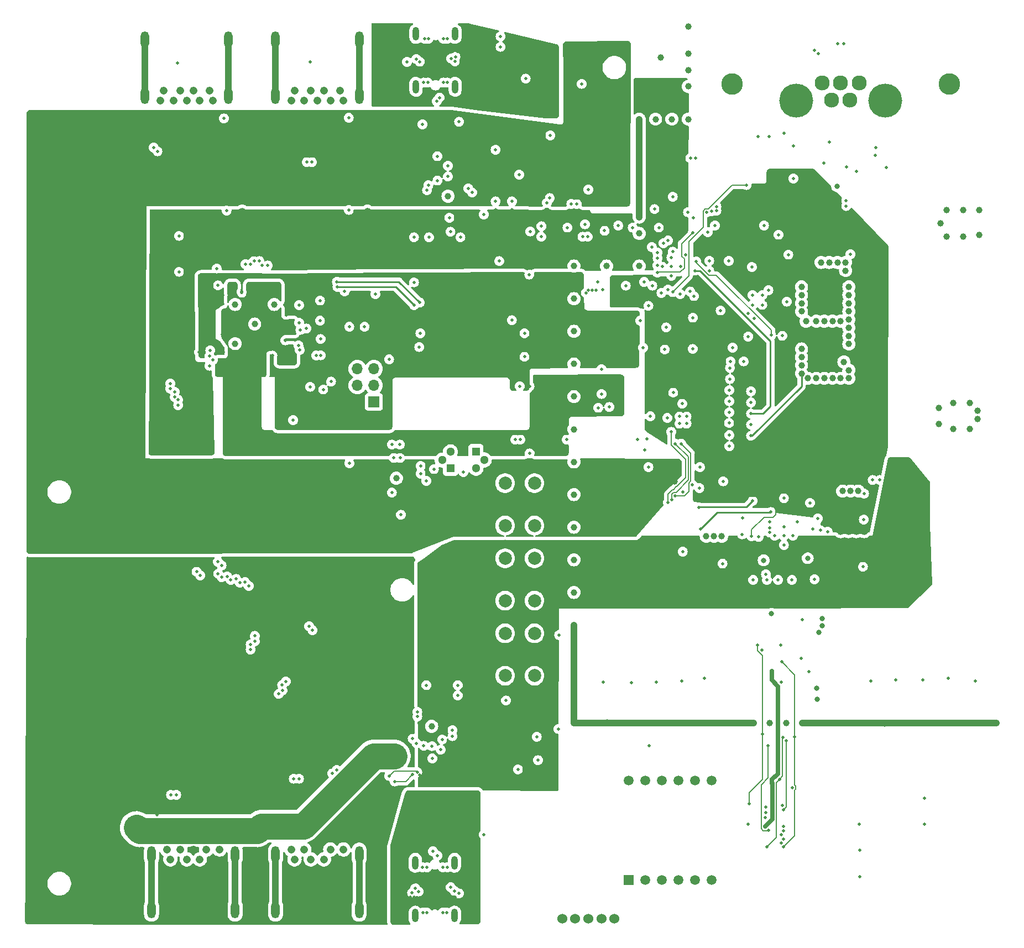
<source format=gbr>
%TF.GenerationSoftware,KiCad,Pcbnew,7.0.10*%
%TF.CreationDate,2024-02-17T18:38:31-05:00*%
%TF.ProjectId,usbc-car-module,75736263-2d63-4617-922d-6d6f64756c65,rev?*%
%TF.SameCoordinates,Original*%
%TF.FileFunction,Copper,L3,Inr*%
%TF.FilePolarity,Positive*%
%FSLAX46Y46*%
G04 Gerber Fmt 4.6, Leading zero omitted, Abs format (unit mm)*
G04 Created by KiCad (PCBNEW 7.0.10) date 2024-02-17 18:38:31*
%MOMM*%
%LPD*%
G01*
G04 APERTURE LIST*
%TA.AperFunction,ComponentPad*%
%ADD10R,1.300000X1.300000*%
%TD*%
%TA.AperFunction,ComponentPad*%
%ADD11C,1.300000*%
%TD*%
%TA.AperFunction,ComponentPad*%
%ADD12C,2.000000*%
%TD*%
%TA.AperFunction,HeatsinkPad*%
%ADD13C,0.500000*%
%TD*%
%TA.AperFunction,ComponentPad*%
%ADD14R,1.700000X1.700000*%
%TD*%
%TA.AperFunction,ComponentPad*%
%ADD15O,1.700000X1.700000*%
%TD*%
%TA.AperFunction,ComponentPad*%
%ADD16O,1.000000X2.050000*%
%TD*%
%TA.AperFunction,ComponentPad*%
%ADD17C,0.500000*%
%TD*%
%TA.AperFunction,ComponentPad*%
%ADD18C,1.524000*%
%TD*%
%TA.AperFunction,ComponentPad*%
%ADD19R,1.500000X1.500000*%
%TD*%
%TA.AperFunction,ComponentPad*%
%ADD20C,1.500000*%
%TD*%
%TA.AperFunction,ComponentPad*%
%ADD21C,0.499999*%
%TD*%
%TA.AperFunction,ComponentPad*%
%ADD22C,1.208000*%
%TD*%
%TA.AperFunction,ComponentPad*%
%ADD23O,1.300000X2.600000*%
%TD*%
%TA.AperFunction,ComponentPad*%
%ADD24C,5.200000*%
%TD*%
%TA.AperFunction,ComponentPad*%
%ADD25C,2.300000*%
%TD*%
%TA.AperFunction,ComponentPad*%
%ADD26C,3.300000*%
%TD*%
%TA.AperFunction,ViaPad*%
%ADD27C,0.500000*%
%TD*%
%TA.AperFunction,ViaPad*%
%ADD28C,1.000000*%
%TD*%
%TA.AperFunction,ViaPad*%
%ADD29C,0.800000*%
%TD*%
%TA.AperFunction,Conductor*%
%ADD30C,0.200000*%
%TD*%
%TA.AperFunction,Conductor*%
%ADD31C,0.250000*%
%TD*%
%TA.AperFunction,Conductor*%
%ADD32C,1.000000*%
%TD*%
%TA.AperFunction,Conductor*%
%ADD33C,4.000000*%
%TD*%
%TA.AperFunction,Conductor*%
%ADD34C,0.700000*%
%TD*%
G04 APERTURE END LIST*
D10*
%TO.N,Net-(Q17-B2)*%
%TO.C,Q28*%
X89900000Y-98900000D03*
D11*
%TO.N,ESP_IO0*%
X88630000Y-97620000D03*
%TO.N,Net-(Q17-B1)*%
X89900000Y-96360000D03*
%TD*%
D12*
%TO.N,MODE_BTN*%
%TO.C,SW3*%
X102762500Y-124150000D03*
X102762500Y-130650000D03*
%TO.N,GND*%
X98262500Y-124150000D03*
X98262500Y-130650000D03*
%TD*%
D13*
%TO.N,GND*%
%TO.C,U1*%
X136150000Y-73850000D03*
X137650000Y-73850000D03*
X136150000Y-72350000D03*
X137650000Y-72350000D03*
%TD*%
D14*
%TO.N,GND*%
%TO.C,J10*%
X78175000Y-88725000D03*
D15*
%TO.N,+3V3*%
X75635000Y-88725000D03*
%TO.N,RST*%
X78175000Y-86185000D03*
%TO.N,ESP_TX*%
X75635000Y-86185000D03*
%TO.N,ESP_IO0*%
X78175000Y-83645000D03*
%TO.N,ESP_RX*%
X75635000Y-83645000D03*
%TD*%
D12*
%TO.N,UNIT_BTN*%
%TO.C,SW2*%
X102762500Y-112650000D03*
X102762500Y-119150000D03*
%TO.N,GND*%
X98262500Y-112650000D03*
X98262500Y-119150000D03*
%TD*%
D16*
%TO.N,GNDS*%
%TO.C,J7*%
X90612500Y-40450000D03*
X90612500Y-32350000D03*
X84612500Y-40450000D03*
X84612500Y-32350000D03*
%TD*%
D17*
%TO.N,GND*%
%TO.C,U12*%
X126050000Y-92050000D03*
X126050000Y-90950000D03*
X124950000Y-92050000D03*
X124950000Y-90950000D03*
%TD*%
D16*
%TO.N,GNDS*%
%TO.C,J8*%
X84512500Y-159300000D03*
X84512500Y-167400000D03*
X90512500Y-159300000D03*
X90512500Y-167400000D03*
%TD*%
D12*
%TO.N,SRC_BTN*%
%TO.C,SW1*%
X102762500Y-101150000D03*
X102762500Y-107650000D03*
%TO.N,GND*%
X98262500Y-101150000D03*
X98262500Y-107650000D03*
%TD*%
D18*
%TO.N,unconnected-(SW4-A-Pad1)*%
%TO.C,SW4*%
X109000000Y-167845000D03*
%TO.N,UART_RST*%
X111000000Y-167845000D03*
%TO.N,GND*%
X113000000Y-167845000D03*
%TO.N,N/C*%
X115000000Y-167845000D03*
X107000000Y-167845000D03*
%TD*%
D19*
%TO.N,DISP_SEG_E*%
%TO.C,U18*%
X117162500Y-161942500D03*
D20*
%TO.N,DISP_SEG_D*%
X119702500Y-161942500D03*
%TO.N,DISP_SEG_DP*%
X122242500Y-161942500D03*
%TO.N,DISP_SEG_C*%
X124782500Y-161942500D03*
%TO.N,DISP_SEG_G*%
X127322500Y-161942500D03*
%TO.N,DISP_DIG_3*%
X129862500Y-161942500D03*
%TO.N,DISP_SEG_B*%
X129862500Y-146702500D03*
%TO.N,DISP_DIG_2*%
X127322500Y-146702500D03*
%TO.N,DISP_DIG_1*%
X124782500Y-146702500D03*
%TO.N,DISP_SEG_F*%
X122242500Y-146702500D03*
%TO.N,DISP_SEG_A*%
X119702500Y-146702500D03*
%TO.N,DISP_DIG_0*%
X117162500Y-146702500D03*
%TD*%
D21*
%TO.N,GND*%
%TO.C,U7*%
X142349998Y-109225002D03*
X140949998Y-110625002D03*
X140949998Y-109225002D03*
X140949998Y-107825002D03*
X139549998Y-109225002D03*
%TD*%
D22*
%TO.N,Net-(D10-K)*%
%TO.C,J4*%
X73012500Y-41025000D03*
%TO.N,/USBA_PORTS/P4_2_P*%
X70512500Y-41025000D03*
%TO.N,/USBA_PORTS/P4_2_N*%
X68512500Y-41025000D03*
%TO.N,GND*%
X66012500Y-41025000D03*
%TO.N,/USBA_PORTS/P4_RX_N*%
X65512500Y-42525000D03*
%TO.N,/USBA_PORTS/P4_RX_P*%
X67512500Y-42525000D03*
%TO.N,GND*%
X69512500Y-42525000D03*
%TO.N,/USBA_PORTS/P4_TXP_N*%
X71512500Y-42525000D03*
%TO.N,/USBA_PORTS/P4_TXP_P*%
X73512500Y-42525000D03*
D23*
%TO.N,GNDS*%
X75912500Y-41775000D03*
X75912500Y-33275000D03*
X63112500Y-41775000D03*
X63112500Y-33275000D03*
%TD*%
D24*
%TO.N,Net-(J9-Pad1)*%
%TO.C,J9*%
X156450000Y-42550000D03*
%TO.N,GND*%
X142850000Y-42550000D03*
D25*
%TO.N,CAN_H*%
X152450000Y-39850000D03*
%TO.N,CAN_L*%
X149650000Y-39850000D03*
%TO.N,Net-(Q26-G)*%
X146850000Y-39850000D03*
%TO.N,DSUB_P_6*%
X151050000Y-42450000D03*
%TO.N,DSUB_P_7*%
X148250000Y-42450000D03*
D26*
%TO.N,GNDS*%
X166250000Y-40050000D03*
X133050000Y-40050000D03*
%TD*%
D21*
%TO.N,GND*%
%TO.C,U2*%
X125125000Y-68000000D03*
X123725000Y-69400000D03*
X123725000Y-68000000D03*
X123725000Y-66600000D03*
X122325000Y-68000000D03*
%TD*%
D22*
%TO.N,Net-(D16-K)*%
%TO.C,J6*%
X53012500Y-41025000D03*
%TO.N,/USBA_PORTS/P5_2_P*%
X50512500Y-41025000D03*
%TO.N,/USBA_PORTS/P5_2_N*%
X48512500Y-41025000D03*
%TO.N,GND*%
X46012500Y-41025000D03*
%TO.N,/USBA_PORTS/P5_RX_N*%
X45512500Y-42525000D03*
%TO.N,/USBA_PORTS/P5_RX_P*%
X47512500Y-42525000D03*
%TO.N,GND*%
X49512500Y-42525000D03*
%TO.N,/USBA_PORTS/P5_TXP_N*%
X51512500Y-42525000D03*
%TO.N,/USBA_PORTS/P5_TXP_P*%
X53512500Y-42525000D03*
D23*
%TO.N,GNDS*%
X55912500Y-41775000D03*
X55912500Y-33275000D03*
X43112500Y-41775000D03*
X43112500Y-33275000D03*
%TD*%
D10*
%TO.N,Net-(Q17-B1)*%
%TO.C,Q29*%
X93800000Y-96320000D03*
D11*
%TO.N,RST*%
X95070000Y-97600000D03*
%TO.N,Net-(Q17-B2)*%
X93800000Y-98860000D03*
%TD*%
D22*
%TO.N,Net-(D11-K)*%
%TO.C,J3*%
X47012500Y-158775000D03*
%TO.N,/USBA_PORTS/P2_2_P*%
X49512500Y-158775000D03*
%TO.N,/USBA_PORTS/P2_2_N*%
X51512500Y-158775000D03*
%TO.N,GND*%
X54012500Y-158775000D03*
%TO.N,/USBA_PORTS/P2_RX_N*%
X54512500Y-157275000D03*
%TO.N,/USBA_PORTS/P2_RX_P*%
X52512500Y-157275000D03*
%TO.N,GND*%
X50512500Y-157275000D03*
%TO.N,/USBA_PORTS/P2_TXP_N*%
X48512500Y-157275000D03*
%TO.N,/USBA_PORTS/P2_TXP_P*%
X46512500Y-157275000D03*
D23*
%TO.N,GNDS*%
X44112500Y-158025000D03*
X44112500Y-166525000D03*
X56912500Y-158025000D03*
X56912500Y-166525000D03*
%TD*%
D22*
%TO.N,Net-(D15-K)*%
%TO.C,J5*%
X66012500Y-158775000D03*
%TO.N,/USBA_PORTS/P3_2_P*%
X68512500Y-158775000D03*
%TO.N,/USBA_PORTS/P3_2_N*%
X70512500Y-158775000D03*
%TO.N,GND*%
X73012500Y-158775000D03*
%TO.N,/USBA_PORTS/P3_RX_N*%
X73512500Y-157275000D03*
%TO.N,/USBA_PORTS/P3_RX_P*%
X71512500Y-157275000D03*
%TO.N,GND*%
X69512500Y-157275000D03*
%TO.N,/USBA_PORTS/P3_TXP_N*%
X67512500Y-157275000D03*
%TO.N,/USBA_PORTS/P3_TXP_P*%
X65512500Y-157275000D03*
D23*
%TO.N,GNDS*%
X63112500Y-158025000D03*
X63112500Y-166525000D03*
X75912500Y-158025000D03*
X75912500Y-166525000D03*
%TD*%
D27*
%TO.N,F_USB-C_BUCK_OUT*%
X93600000Y-112400000D03*
%TO.N,B_USB-C_BUCK_OUT*%
X93600000Y-104900000D03*
%TO.N,+5V*%
X137000000Y-48100000D03*
X138700000Y-48100000D03*
D28*
%TO.N,B_USB-C_BUCK_OUT*%
X115100000Y-107600000D03*
%TO.N,F_USB-C_BUCK_OUT*%
X115000000Y-111800000D03*
D27*
%TO.N,+3V3*%
X119937750Y-94337750D03*
D28*
%TO.N,GND*%
X122100000Y-36000000D03*
D27*
%TO.N,+3V3*%
X102800000Y-74700000D03*
X137900000Y-61700000D03*
X130400000Y-61700000D03*
%TO.N,5_3.3_SYNC_OUT*%
X138200000Y-115100000D03*
X128000000Y-101900000D03*
X128100000Y-98700000D03*
X134800000Y-82500000D03*
X132800000Y-82500000D03*
X126600000Y-71800000D03*
%TO.N,+5V*%
X139000000Y-78500000D03*
%TO.N,+21V*%
X123100000Y-70100002D03*
X121600000Y-67800000D03*
%TO.N,+3V3*%
X121574005Y-68904934D03*
%TO.N,Net-(U2-CS1)*%
X120200000Y-74000000D03*
X119400000Y-80400000D03*
%TO.N,+3V3*%
X121800000Y-62000000D03*
X126975000Y-62800000D03*
%TO.N,Net-(D2-K)*%
X126262500Y-59637500D03*
X127108909Y-60508909D03*
%TO.N,+3V3*%
X117800000Y-62000000D03*
%TO.N,GND*%
X135500000Y-78700000D03*
X133100000Y-80400000D03*
%TO.N,VDDA_U2*%
X135225000Y-55500000D03*
%TO.N,Net-(U2-RES)*%
X122197182Y-72027818D03*
X125075829Y-72194677D03*
X127200000Y-72500000D03*
X123925000Y-57300000D03*
%TO.N,+3V3*%
X117825000Y-79300000D03*
X117825000Y-78800000D03*
X117825000Y-78300000D03*
X117825000Y-77800000D03*
X117825000Y-77300000D03*
%TO.N,GND*%
X118925000Y-76275000D03*
%TO.N,Net-(D1-K)*%
X123225000Y-64000000D03*
X122725000Y-80700000D03*
%TO.N,Net-(D1-A)*%
X127000000Y-80600000D03*
X123925001Y-65700000D03*
%TO.N,GND*%
X127025000Y-75800000D03*
%TO.N,Net-(U2-SS1)*%
X112450000Y-70316754D03*
X120800000Y-70900000D03*
%TO.N,Net-(U2-PG1)*%
X120725000Y-65000000D03*
X121606338Y-66671387D03*
%TO.N,Net-(Q31-G)*%
X113225000Y-71500000D03*
X122525000Y-64400000D03*
%TO.N,Net-(U2-HO1)*%
X116725000Y-70900000D03*
X121575000Y-65850002D03*
%TO.N,GND*%
X110625000Y-72000000D03*
X111025000Y-71600000D03*
X111625000Y-71600000D03*
X112225000Y-71600000D03*
%TO.N,+21V*%
X114925000Y-73100000D03*
X114925000Y-72400000D03*
X118325000Y-72500000D03*
X118325000Y-73100000D03*
%TO.N,GND*%
X122925000Y-77300000D03*
X124000000Y-87300000D03*
X96812500Y-50100000D03*
X89412500Y-39800000D03*
X130625000Y-58800000D03*
X91012500Y-132100000D03*
D28*
X168400000Y-59350000D03*
D27*
X78400000Y-72200000D03*
X88812500Y-39800000D03*
D28*
X169400000Y-88850000D03*
D27*
X64412500Y-150800000D03*
D28*
X118800000Y-45400000D03*
D27*
X88812500Y-33100000D03*
X53112500Y-80800000D03*
X140949997Y-103475004D03*
X129125000Y-59700000D03*
X87112500Y-143324500D03*
D28*
X121300000Y-45400000D03*
X118800000Y-47900000D03*
D27*
X95000000Y-60000000D03*
X132700000Y-85200000D03*
X85912500Y-33100000D03*
X70912500Y-163100000D03*
D28*
X173500500Y-137900000D03*
X108800000Y-125400000D03*
D27*
X54312500Y-70875000D03*
X129925000Y-59500000D03*
X86312500Y-166900000D03*
X129525000Y-67100000D03*
D28*
X168800000Y-137900000D03*
D27*
X132525000Y-67116754D03*
X45000000Y-150000000D03*
D28*
X166900000Y-92850000D03*
D27*
X120500000Y-90924500D03*
X132600000Y-86900000D03*
X136249997Y-115975004D03*
X126625000Y-51400000D03*
D28*
X150400000Y-68600000D03*
D27*
X84300000Y-70400000D03*
D28*
X118800000Y-60400000D03*
D27*
X162200000Y-131332496D03*
D28*
X126300000Y-31199500D03*
D27*
X170300000Y-131432496D03*
X131262500Y-74700000D03*
X132600000Y-90300000D03*
X70012500Y-81575000D03*
D28*
X59912499Y-76783800D03*
X168400000Y-63350000D03*
D27*
X85812500Y-39800000D03*
X74312500Y-45200000D03*
D28*
X149949997Y-102375004D03*
X118800000Y-52900000D03*
D27*
X154549997Y-100675004D03*
D28*
X164900000Y-61350000D03*
D27*
X121125000Y-59175000D03*
D28*
X146650000Y-67350000D03*
D27*
X134575500Y-109000000D03*
D28*
X62912499Y-73783800D03*
X108800000Y-117900000D03*
X151300000Y-137900000D03*
X108800000Y-127900000D03*
X118800000Y-137900000D03*
X164650000Y-92100000D03*
D27*
X48312500Y-63275000D03*
X86312500Y-160000000D03*
X166113767Y-131046264D03*
X130625000Y-59400000D03*
X142212500Y-147800000D03*
X142192165Y-115975004D03*
X113300000Y-131632496D03*
X132700000Y-83500000D03*
D28*
X150400000Y-67350000D03*
D27*
X140049997Y-115975004D03*
D28*
X118800000Y-57900000D03*
X56912499Y-73783800D03*
D27*
X55212500Y-45300500D03*
D28*
X108800000Y-72900000D03*
D27*
X82441323Y-147987451D03*
D28*
X126300000Y-40400000D03*
D27*
X140912500Y-153717500D03*
X91412500Y-63500000D03*
D28*
X126300000Y-137900000D03*
X126300000Y-35400000D03*
X141300000Y-137900000D03*
X170650000Y-90100000D03*
X131300000Y-137900000D03*
X113800000Y-67900000D03*
X111300000Y-137900000D03*
X108800000Y-92900000D03*
D27*
X85712500Y-166900000D03*
X143749997Y-122075004D03*
D28*
X163800000Y-137900000D03*
D27*
X112522436Y-89600000D03*
D28*
X108800000Y-102900000D03*
X138800000Y-137900000D03*
D27*
X136050000Y-68050000D03*
X89412500Y-33100000D03*
X85612500Y-160000000D03*
D28*
X121300000Y-137900000D03*
D27*
X128800000Y-131008000D03*
X69912500Y-76275000D03*
X132552498Y-91952498D03*
D28*
X108800000Y-112900000D03*
D27*
X95000000Y-155000000D03*
X138349997Y-115975004D03*
D28*
X164650000Y-89600000D03*
X143800000Y-137900000D03*
D27*
X154300000Y-131432496D03*
D28*
X108800000Y-87900000D03*
X131449997Y-109275004D03*
D27*
X101224500Y-81800000D03*
X111000000Y-56200000D03*
D28*
X118800000Y-50400000D03*
X151149997Y-102375004D03*
D27*
X113022436Y-83700000D03*
D28*
X133800000Y-137900000D03*
D27*
X88712500Y-160000000D03*
D28*
X108800000Y-107900000D03*
X108800000Y-97900000D03*
X136300000Y-137900000D03*
X108800000Y-130400000D03*
X130249997Y-109275004D03*
D27*
X44957122Y-151955378D03*
X86212500Y-132100000D03*
X54112500Y-68275000D03*
X48312500Y-68775000D03*
D28*
X108800000Y-122900000D03*
X169400000Y-92850000D03*
X152349997Y-102375004D03*
D27*
X50000000Y-165000000D03*
D28*
X118800000Y-62900000D03*
X153789597Y-137921989D03*
D27*
X132600000Y-93800000D03*
X51812500Y-163100000D03*
D28*
X166900000Y-88850000D03*
D27*
X121400000Y-131632496D03*
X85612500Y-46200000D03*
D29*
X149100000Y-55700000D03*
D27*
X82312500Y-106000000D03*
D28*
X161300000Y-137900000D03*
X87012500Y-138400000D03*
X171200000Y-137900000D03*
X126300000Y-45400000D03*
X108800000Y-135400000D03*
D27*
X158100000Y-131332496D03*
D28*
X108800000Y-67900000D03*
X89512500Y-57200000D03*
D27*
X89312500Y-166900000D03*
X125300000Y-131458000D03*
X86412500Y-39800000D03*
X154932155Y-50967845D03*
D28*
X156409862Y-137957398D03*
X118800000Y-55400000D03*
D27*
X89512500Y-52550500D03*
D28*
X170900000Y-63100000D03*
X148800000Y-137900000D03*
D27*
X69912500Y-73175000D03*
X88712500Y-166900000D03*
X70012500Y-79075500D03*
X91212500Y-45800000D03*
D28*
X116300000Y-137900000D03*
D27*
X132600000Y-95500000D03*
D28*
X165900000Y-63350000D03*
X123800000Y-45400000D03*
X129049997Y-109275004D03*
X108800000Y-77900000D03*
X170650000Y-91350000D03*
X123800000Y-137900000D03*
D27*
X132600000Y-88600000D03*
X126949997Y-101375004D03*
D28*
X165900000Y-59350000D03*
D27*
X131549997Y-113475004D03*
D28*
X113865971Y-137851171D03*
X56912499Y-79783800D03*
X146300000Y-137900000D03*
D27*
X101224500Y-78200000D03*
X123225000Y-71500000D03*
D28*
X118800000Y-67900000D03*
D27*
X98400000Y-134449500D03*
X68388450Y-36657745D03*
X114222436Y-89500000D03*
D28*
X166300000Y-137900000D03*
X149150000Y-67350000D03*
D27*
X145649997Y-115875004D03*
X89412500Y-160000000D03*
X140549997Y-131675004D03*
D28*
X147900000Y-67350000D03*
D27*
X86612500Y-63500000D03*
X113022436Y-87500000D03*
X101975000Y-69200000D03*
X117600000Y-131732496D03*
D28*
X108800000Y-137900000D03*
X81612500Y-100400000D03*
D27*
X103812500Y-61800000D03*
D28*
X126300000Y-37900000D03*
D27*
X86512500Y-33100000D03*
X153049997Y-113975004D03*
X141625000Y-66150000D03*
D28*
X158800000Y-137900000D03*
D27*
X129525000Y-68600000D03*
D28*
X108800000Y-82900000D03*
D27*
X48112500Y-36800000D03*
D28*
X108800000Y-132900000D03*
X170900000Y-59350000D03*
X128800000Y-137900000D03*
D27*
X110000000Y-40000000D03*
X97575000Y-34325000D03*
X138587500Y-71600000D03*
%TO.N,CAR_12V_IN*%
X141400000Y-73350000D03*
X135493750Y-75193750D03*
X156600000Y-52800000D03*
X140961444Y-47538556D03*
X140125000Y-63100000D03*
D28*
%TO.N,/12-21V INPUT BOOST CONVERTER/SW*%
X144350000Y-76350000D03*
X150900000Y-77350000D03*
X150900000Y-71100000D03*
X143650000Y-72350000D03*
X143650000Y-73600000D03*
X143650000Y-74850000D03*
X150900000Y-79850000D03*
X148400000Y-76350000D03*
X150900000Y-74850000D03*
X147150000Y-76350000D03*
X150900000Y-76100000D03*
X150900000Y-78600000D03*
X150900000Y-72350000D03*
X143650000Y-71100000D03*
X145900000Y-76350000D03*
X149650000Y-76350000D03*
X150900000Y-73600000D03*
%TO.N,21V_CSN*%
X150150000Y-82600000D03*
X143650000Y-81850000D03*
X143650000Y-83100000D03*
X147150000Y-85100000D03*
X148400000Y-85100000D03*
X143650000Y-84350000D03*
X150900000Y-85100000D03*
X150900000Y-83850000D03*
X149650000Y-85100000D03*
X145900000Y-85100000D03*
X144650000Y-85100000D03*
D27*
X135924500Y-93900000D03*
D28*
X143650000Y-80600000D03*
%TO.N,+5V*%
X41800000Y-153900000D03*
D27*
X103112500Y-140000000D03*
D28*
X58000000Y-59500000D03*
X122825000Y-51200000D03*
X50000000Y-94000000D03*
X122112500Y-41100000D03*
X124625000Y-49300000D03*
X61000000Y-153700000D03*
X124625000Y-50300000D03*
X81300000Y-143300000D03*
D27*
X146549997Y-108375004D03*
D28*
X122125000Y-48300000D03*
D27*
X127525000Y-67200000D03*
D28*
X124625000Y-48300000D03*
D27*
X100412500Y-53900000D03*
D28*
X122125000Y-49300000D03*
D27*
X135924500Y-92200000D03*
D28*
X77200000Y-59500000D03*
X122125000Y-50300000D03*
D27*
%TO.N,+3V3*%
X73500000Y-74300000D03*
X80912500Y-102600000D03*
X123100000Y-91175500D03*
X102012500Y-96600000D03*
X101224500Y-80000000D03*
X89712500Y-60500000D03*
X102000000Y-86300000D03*
X106537000Y-124400000D03*
X89887500Y-62650000D03*
X64746277Y-75375000D03*
X74412500Y-98100000D03*
X139125000Y-147087500D03*
X103800000Y-63400000D03*
X125382426Y-89000000D03*
X64746199Y-73636937D03*
X152100000Y-53400000D03*
X64612500Y-79275000D03*
X113500000Y-62500000D03*
X77700000Y-79300000D03*
X139074997Y-129900000D03*
X54988000Y-73575000D03*
X75212500Y-92300000D03*
X51400000Y-81100000D03*
X55084121Y-81077972D03*
X97363099Y-67150599D03*
X91012500Y-133675000D03*
X77700000Y-75200000D03*
X62623363Y-81617500D03*
X138112500Y-153717500D03*
X77700000Y-77300000D03*
X99300000Y-70200000D03*
X55012500Y-72375000D03*
X57912500Y-71850500D03*
%TO.N,+21V*%
X131725000Y-59000000D03*
D28*
X150050000Y-92150000D03*
X156300000Y-94900000D03*
X155050000Y-94900000D03*
X129449997Y-103175004D03*
X149649997Y-108575004D03*
X131849997Y-103175004D03*
X156300000Y-93650000D03*
X153249997Y-108575004D03*
X130649997Y-103175004D03*
X153800000Y-93650000D03*
X151300000Y-92150000D03*
D27*
X136000000Y-109300000D03*
D28*
X150050000Y-94650000D03*
X128249997Y-103175004D03*
X151300000Y-93400000D03*
X152550000Y-93650000D03*
X153800000Y-94900000D03*
X155050000Y-93650000D03*
D27*
X126625000Y-70825002D03*
D28*
X152550000Y-94900000D03*
X150849997Y-108575004D03*
D27*
X131725000Y-58300000D03*
X135125000Y-59400000D03*
X136700000Y-96900000D03*
D28*
X151300000Y-94650000D03*
D27*
X135125000Y-58200000D03*
D28*
X150050000Y-93400000D03*
X152049997Y-108575004D03*
D27*
%TO.N,5V_CSN*%
X127425000Y-51400000D03*
X127325000Y-68600000D03*
X135924500Y-90500000D03*
%TO.N,+1V2*%
X59142595Y-71861243D03*
X115022436Y-86700000D03*
X54512500Y-82599500D03*
X61023363Y-81617500D03*
X63301040Y-71941612D03*
X64312500Y-81617498D03*
X61912500Y-71850500D03*
X59423363Y-81617500D03*
X54988000Y-78375000D03*
X55078801Y-76275000D03*
X64746198Y-77136937D03*
X56612500Y-72275000D03*
%TO.N,F_USB-C_BUCK_OUT*%
X88412500Y-145885000D03*
X85212500Y-145885000D03*
X85212500Y-146485000D03*
D28*
X159700000Y-99900000D03*
X157500000Y-97700000D03*
X159700000Y-97700000D03*
D27*
X90147500Y-143535000D03*
D28*
X159700000Y-98800000D03*
D27*
X90147500Y-144735000D03*
X157299997Y-114199504D03*
D28*
X158600000Y-97700000D03*
D27*
X155649997Y-100675004D03*
X88412500Y-146485000D03*
X90147500Y-144135000D03*
X147649997Y-108575004D03*
X90147500Y-142935000D03*
%TO.N,Net-(D3-K)*%
X138799500Y-107075004D03*
X134649997Y-106475004D03*
X131649997Y-100875004D03*
D28*
%TO.N,B_USB-C_BUCK_OUT*%
X121800000Y-99800000D03*
D27*
X111512500Y-41000000D03*
X107912500Y-38900000D03*
X107912500Y-35600000D03*
D28*
X124200000Y-100900000D03*
X124200000Y-98700000D03*
D27*
X110312500Y-41000000D03*
X137100000Y-109400000D03*
X135924500Y-88800000D03*
X125449997Y-111650003D03*
X109712500Y-41000000D03*
D28*
X123100000Y-98700000D03*
X124200000Y-99800000D03*
X121800000Y-100900000D03*
X122000000Y-98700000D03*
D27*
X108612500Y-38900000D03*
X125500000Y-102500000D03*
X110912500Y-41000000D03*
X108612500Y-35600000D03*
%TO.N,RST*%
X110117157Y-63417157D03*
X119600000Y-96049500D03*
X143600000Y-128000000D03*
X68400000Y-86400000D03*
X100500000Y-86300000D03*
X82139111Y-95249500D03*
%TO.N,ESP_IO0*%
X86200000Y-100800000D03*
X91900000Y-99450000D03*
X80912500Y-95249500D03*
%TO.N,/USBA_PORTS/P4_RX_P*%
X59300000Y-67600000D03*
%TO.N,/USBA_PORTS/P4_RX_N*%
X58500000Y-67600000D03*
%TO.N,/USBA_PORTS/P2_RX_P*%
X54317157Y-115017157D03*
%TO.N,/USBA_PORTS/P2_RX_N*%
X54882843Y-115582843D03*
%TO.N,/USBA_PORTS/P5_RX_P*%
X48200000Y-88400000D03*
%TO.N,/USBA_PORTS/P5_RX_N*%
X48200000Y-89200000D03*
%TO.N,/USBA_PORTS/P3_RX_P*%
X58440819Y-116321875D03*
%TO.N,/USBA_PORTS/P3_RX_N*%
X59006505Y-116887561D03*
%TO.N,Net-(JP11-C)*%
X89512500Y-54200000D03*
%TO.N,DFP_3_RXB_N*%
X64682843Y-131517157D03*
X59933410Y-124552357D03*
%TO.N,DFP_3_RXB_P*%
X59933410Y-125352357D03*
X64117157Y-132082843D03*
%TO.N,DFP_3_TXB_N*%
X59300000Y-125855600D03*
X64169664Y-132878889D03*
%TO.N,DFP_3_TXB_P*%
X63603978Y-133444575D03*
X59300000Y-126655600D03*
%TO.N,Net-(JP16-C)*%
X87083600Y-141419720D03*
%TO.N,GNDS*%
X97575000Y-32725000D03*
%TO.N,/USBA_PORTS/P2_2_P*%
X51017157Y-114717157D03*
%TO.N,/USBA_PORTS/P2_2_N*%
X51582843Y-115282843D03*
%TO.N,/USBA_PORTS/P2_TX_P*%
X54281242Y-113181242D03*
X47100000Y-148900000D03*
%TO.N,/USBA_PORTS/P2_TX_N*%
X47900000Y-148900000D03*
X54846928Y-113746928D03*
%TO.N,Net-(D9-A)*%
X68778000Y-123700000D03*
X72500000Y-145100000D03*
%TO.N,Net-(D10-A)*%
X70405834Y-86805834D03*
X74312500Y-59300000D03*
%TO.N,/USBA_PORTS/P5_2_P*%
X47000000Y-85900000D03*
%TO.N,/USBA_PORTS/P5_2_N*%
X47000000Y-86700000D03*
%TO.N,/USBA_PORTS/P5_TX_P*%
X45018757Y-50318757D03*
X47661922Y-87182562D03*
%TO.N,/USBA_PORTS/P5_TX_N*%
X44453071Y-49753071D03*
X47661922Y-87982562D03*
%TO.N,/USBA_PORTS/P3_2_P*%
X55695957Y-115426233D03*
%TO.N,/USBA_PORTS/P3_2_N*%
X56261643Y-115991919D03*
%TO.N,/USBA_PORTS/P3_TX_P*%
X57076075Y-115823290D03*
X65900000Y-146425000D03*
%TO.N,/USBA_PORTS/P3_TX_N*%
X57641761Y-116388976D03*
X66700000Y-146425000D03*
%TO.N,Net-(D15-A)*%
X68253000Y-123060462D03*
X71800000Y-145625000D03*
%TO.N,Net-(D16-A)*%
X55600000Y-59400000D03*
X71605834Y-85605834D03*
%TO.N,UFP_2_P*%
X90012500Y-36100000D03*
X85212500Y-36600000D03*
X88212500Y-42100000D03*
%TO.N,UFP_2_N*%
X90558720Y-36536976D03*
X84652898Y-36180298D03*
X87792798Y-42659602D03*
%TO.N,UFP_CC1*%
X93212500Y-56625500D03*
X83248529Y-36636029D03*
%TO.N,UFP_CC2*%
X92612500Y-56000000D03*
X90661972Y-35840211D03*
%TO.N,DFP_2_P*%
X89933842Y-163050501D03*
X87912500Y-158200000D03*
X85012500Y-163699499D03*
%TO.N,DFP_2_N*%
X90512500Y-163600000D03*
X87212500Y-157550500D03*
X84512500Y-163200000D03*
%TO.N,DFP_CC1*%
X80510156Y-146002344D03*
X84712500Y-141000000D03*
X84812500Y-145400000D03*
X91212500Y-163999500D03*
%TO.N,DFP_CC2*%
X84012500Y-163900000D03*
X81360156Y-146852344D03*
X84099251Y-140309640D03*
X84112500Y-145800000D03*
%TO.N,DISP_DIG_7*%
X141312500Y-140625000D03*
X140912500Y-151200000D03*
%TO.N,DISP_SEG_A*%
X138212500Y-150800000D03*
X152612500Y-161400000D03*
%TO.N,DISP_SEG_B*%
X120306750Y-141400000D03*
X152612500Y-157400000D03*
X138123561Y-152347929D03*
%TO.N,DISP_SEG_C*%
X152512500Y-153400000D03*
X138512500Y-141400000D03*
X138622758Y-154332999D03*
%TO.N,DISP_SEG_F*%
X162512500Y-153400000D03*
X138212500Y-151600000D03*
%TO.N,DISP_SEG_G*%
X140763000Y-150514081D03*
X162512500Y-149400000D03*
X135512500Y-153400000D03*
%TO.N,/USBA_PORTS/P4_2_P*%
X61892119Y-67820097D03*
%TO.N,/USBA_PORTS/P4_2_N*%
X61092119Y-67820097D03*
%TO.N,/USBA_PORTS/P4_TX_P*%
X68690499Y-52000000D03*
X60623436Y-67140063D03*
%TO.N,/USBA_PORTS/P4_TX_N*%
X67890499Y-52000000D03*
X59823436Y-67140063D03*
%TO.N,UART_RST*%
X106400000Y-138800000D03*
X103300000Y-143600000D03*
%TO.N,UFP_VBUS*%
X105912500Y-44800000D03*
X105200000Y-47900000D03*
X84612500Y-35200000D03*
X105512500Y-43100000D03*
X90900000Y-35000000D03*
X105377500Y-37200000D03*
X84112500Y-37700000D03*
X84653559Y-37708119D03*
X85212500Y-35200000D03*
X105777500Y-35600000D03*
X90012500Y-37600000D03*
X90294100Y-35000000D03*
X105912500Y-41500000D03*
X90612500Y-37600000D03*
X105212500Y-44800000D03*
X105212500Y-41500000D03*
X105777500Y-38900000D03*
X105077500Y-35600000D03*
X105077500Y-38900000D03*
%TO.N,DFP_VBUS*%
X85212500Y-149285000D03*
X84312500Y-162249500D03*
X92612500Y-148985000D03*
X88412500Y-149285000D03*
X91012500Y-149285000D03*
X94212500Y-149285000D03*
X84867690Y-162249500D03*
X86812500Y-148985000D03*
X90615298Y-162117861D03*
X85212500Y-148585000D03*
X88412500Y-148585000D03*
X94212500Y-148585000D03*
X83412500Y-148600000D03*
X83712500Y-164600000D03*
X91012500Y-148585000D03*
X84312500Y-164600500D03*
X90612500Y-164600500D03*
X90044812Y-164600500D03*
X91212500Y-162100000D03*
%TO.N,CAN_H*%
X147900000Y-48900000D03*
%TO.N,Net-(Q26-G)*%
X154988733Y-49784226D03*
%TO.N,DSUB_P_6*%
X150150000Y-33850000D03*
%TO.N,DSUB_P_7*%
X149150000Y-33850000D03*
%TO.N,ESP_TX*%
X82185182Y-97300000D03*
%TO.N,ESP_RX*%
X81212500Y-97300000D03*
X80500000Y-82200000D03*
%TO.N,I2C_SCL*%
X124300000Y-95100000D03*
X85112500Y-80300000D03*
X107812500Y-62000000D03*
X123750997Y-103658933D03*
X90212500Y-139900000D03*
X86502278Y-55509111D03*
X137712500Y-139600000D03*
X135612500Y-150300000D03*
X72500000Y-70300000D03*
X136900000Y-126000000D03*
X85200000Y-73500000D03*
X100600000Y-94500000D03*
%TO.N,IOX_0_P_0_1*%
X146200000Y-35400000D03*
%TO.N,I2C_SDA*%
X142612500Y-140000000D03*
X102112500Y-62600000D03*
X85300000Y-78200000D03*
X72600000Y-71100000D03*
X84300000Y-73900000D03*
X99800000Y-94500000D03*
X90212500Y-139000000D03*
X140912500Y-156900000D03*
X125250000Y-95100000D03*
X140600000Y-128500000D03*
X124300997Y-103100000D03*
X86312500Y-56300000D03*
%TO.N,IOX_0_P_0_0*%
X145650500Y-34850500D03*
%TO.N,Net-(JP3-A)*%
X150524500Y-52700000D03*
%TO.N,Net-(JP4-C)*%
X53512500Y-82275000D03*
%TO.N,Net-(JP5-C)*%
X66813500Y-80745002D03*
%TO.N,Net-(JP6-C)*%
X66612500Y-80075000D03*
%TO.N,Net-(JP7-C)*%
X66712500Y-76575000D03*
%TO.N,Net-(JP8-C)*%
X66912500Y-77675000D03*
%TO.N,UFP_CC_CTRL*%
X87912500Y-54800000D03*
%TO.N,Net-(JP12-A)*%
X99312500Y-58000000D03*
%TO.N,Net-(JP12-C)*%
X101412500Y-39200000D03*
%TO.N,Net-(JP12-B)*%
X96812500Y-58000000D03*
%TO.N,DFP_CC_CTRL*%
X88612500Y-140400000D03*
%TO.N,Net-(JP17-A)*%
X84812500Y-136900000D03*
%TO.N,Net-(JP17-C)*%
X100212500Y-145000000D03*
%TO.N,Net-(JP17-B)*%
X84812500Y-136200000D03*
%TO.N,/12-21V INPUT BOOST CONVERTER/CSN*%
X151150000Y-66100000D03*
X136400000Y-75900000D03*
%TO.N,B_USB-C_CSN*%
X135924500Y-87100000D03*
X120200000Y-98700000D03*
%TO.N,Net-(Q3-G)*%
X138749997Y-107975004D03*
X127958719Y-104841280D03*
X136149997Y-103875004D03*
%TO.N,Net-(Q4-G)*%
X128149997Y-108175004D03*
X138949997Y-105575004D03*
%TO.N,Net-(Q5-G)*%
X144938633Y-104163640D03*
X153200000Y-106725500D03*
X146143728Y-106568734D03*
%TO.N,Net-(Q6-G)*%
X153221220Y-102752528D03*
X143042971Y-107073361D03*
%TO.N,Net-(Q17-B1)*%
X87350000Y-99000000D03*
%TO.N,Net-(Q17-B2)*%
X85312500Y-99700000D03*
X85312500Y-98500500D03*
D29*
%TO.N,F_SUB-C_BUCK_P-GOOD*%
X146849997Y-122975004D03*
X146049997Y-134275004D03*
D27*
X145349997Y-108175004D03*
%TO.N,B_SUB-C_BUCK_P-GOOD*%
X138800000Y-108700000D03*
D29*
X145949997Y-132575004D03*
X146349997Y-123975004D03*
D27*
%TO.N,IOX1_INT*%
X115600000Y-61700000D03*
X144800000Y-130000000D03*
X107700000Y-94500000D03*
X118500000Y-94500000D03*
%TO.N,IOX0_INT*%
X99300000Y-76200000D03*
X110905713Y-63405713D03*
%TO.N,DISP_IRQ*%
X140812000Y-140075500D03*
X138312500Y-156900000D03*
X140312500Y-146500000D03*
%TO.N,Net-(U13J-PRT_CTL6{slash}GPIO18)*%
X67849789Y-77479467D03*
%TO.N,21V_PGOOD*%
X140712820Y-78587180D03*
X140500000Y-126000000D03*
D29*
%TO.N,F_USB-C_BUCK_EN*%
X146849997Y-121875004D03*
X144600899Y-112650504D03*
%TO.N,B_USB-C_BUCK_EN*%
X139049997Y-121175004D03*
X137849997Y-112975004D03*
D27*
%TO.N,HUB_VBUS_DET*%
X73700000Y-71800000D03*
X52987000Y-81700000D03*
%TO.N,ADC_ALERT*%
X137600000Y-126700000D03*
X123193074Y-104080863D03*
X123700000Y-93300000D03*
%TO.N,CAN_RX*%
X150500000Y-57900000D03*
X147100000Y-52100000D03*
%TO.N,CAN_TX*%
X142400000Y-49500000D03*
%TO.N,DFP_CC_ORIENT*%
X88412500Y-142000000D03*
X65800000Y-91500000D03*
%TO.N,UFP_CC_ORIENT*%
X76750500Y-77200000D03*
X69313579Y-81603527D03*
X74400000Y-77200000D03*
X84300000Y-63500000D03*
%TO.N,DISP_DIG_0*%
X140512500Y-156300000D03*
%TO.N,DISP_DIG_1*%
X140912500Y-155700000D03*
%TO.N,DISP_DIG_2*%
X140512500Y-155000000D03*
%TO.N,DISP_DIG_3*%
X140912500Y-154417003D03*
%TO.N,Net-(JP19-C)*%
X150500000Y-58700000D03*
%TO.N,DFP_DBGACC*%
X85812500Y-141400000D03*
X105112500Y-57500000D03*
%TO.N,UFP_DBGACC*%
X87892456Y-51074500D03*
X104663000Y-58200000D03*
%TO.N,Net-(U9-P1_1)*%
X108400000Y-58400000D03*
%TO.N,Net-(U9-P1_0)*%
X109266426Y-58428559D03*
%TO.N,Net-(U9-P0_4)*%
X110500000Y-61500000D03*
%TO.N,Net-(U13E-PRT_CTL1{slash}GPIO17)*%
X66712500Y-73875000D03*
%TO.N,Net-(JP20-A)*%
X142400000Y-54500000D03*
%TO.N,Net-(JP4-A)*%
X52988000Y-83175000D03*
%TO.N,VDDA_U2*%
X119550796Y-70350000D03*
X123925000Y-71900000D03*
%TO.N,Net-(U2-PG2)*%
X129325000Y-62700000D03*
X125874998Y-66200000D03*
%TD*%
D30*
%TO.N,+5V*%
X129447182Y-69300000D02*
X127525000Y-67377818D01*
X127525000Y-67377818D02*
X127525000Y-67200000D01*
X139000000Y-78500000D02*
X139000000Y-77700000D01*
X139000000Y-77700000D02*
X130600000Y-69300000D01*
X130600000Y-69300000D02*
X129447182Y-69300000D01*
D31*
%TO.N,5V_CSN*%
X137800000Y-90500000D02*
X135924500Y-90500000D01*
X138900000Y-79413173D02*
X138900000Y-89400000D01*
X138900000Y-89400000D02*
X137800000Y-90500000D01*
X128086827Y-68600000D02*
X138900000Y-79413173D01*
X127325000Y-68600000D02*
X128086827Y-68600000D01*
D30*
%TO.N,+3V3*%
X125324998Y-66427818D02*
X125324998Y-64450002D01*
X125052816Y-68850001D02*
X125700000Y-68202817D01*
X121628938Y-68850001D02*
X125052816Y-68850001D01*
X125700000Y-68202817D02*
X125700000Y-66802820D01*
X121574005Y-68904934D02*
X121628938Y-68850001D01*
X125700000Y-66802820D02*
X125324998Y-66427818D01*
X125324998Y-64450002D02*
X126975000Y-62800000D01*
%TO.N,VDDA_U2*%
X128575000Y-61977818D02*
X126424998Y-64127820D01*
X128897182Y-59150000D02*
X128575000Y-59472182D01*
X126424998Y-64127820D02*
X126424998Y-69400002D01*
X126424998Y-69400002D02*
X123925000Y-71900000D01*
X129350000Y-59150000D02*
X128897182Y-59150000D01*
X128575000Y-59472182D02*
X128575000Y-61977818D01*
X133000000Y-55500000D02*
X129350000Y-59150000D01*
X135225000Y-55500000D02*
X133000000Y-55500000D01*
D32*
%TO.N,GND*%
X143800000Y-137900000D02*
X173500500Y-137900000D01*
X108800000Y-122900000D02*
X108800000Y-137900000D01*
X111300000Y-137900000D02*
X136300000Y-137900000D01*
X108800000Y-137900000D02*
X111300000Y-137900000D01*
X118800000Y-45400000D02*
X118800000Y-60400000D01*
D31*
%TO.N,21V_CSN*%
X135924500Y-93900000D02*
X136100000Y-93900000D01*
X143650000Y-86350000D02*
X143650000Y-84350000D01*
X136100000Y-93900000D02*
X143650000Y-86350000D01*
D33*
%TO.N,+5V*%
X42305378Y-154405378D02*
X60294622Y-154405378D01*
X41800000Y-153900000D02*
X42305378Y-154405378D01*
X61000000Y-153700000D02*
X67364824Y-153700000D01*
X60294622Y-154405378D02*
X61000000Y-153700000D01*
X67364824Y-153700000D02*
X78114824Y-142950000D01*
X78114824Y-142950000D02*
X81300000Y-142950000D01*
D34*
%TO.N,+3V3*%
X140012500Y-132268878D02*
X139074997Y-131331375D01*
X139162500Y-152667500D02*
X138112500Y-153717500D01*
X139074997Y-131331375D02*
X139074997Y-129900000D01*
X139125000Y-146556129D02*
X140012500Y-145668629D01*
D32*
X75525000Y-88725000D02*
X75635000Y-88725000D01*
D34*
X140012500Y-145668629D02*
X140012500Y-132268878D01*
X139125000Y-147087500D02*
X139125000Y-146556129D01*
X139125000Y-147087500D02*
X139162500Y-147125000D01*
X139162500Y-147125000D02*
X139162500Y-152667500D01*
D30*
%TO.N,+21V*%
X137775004Y-103175004D02*
X139700000Y-105100000D01*
X139700000Y-105100000D02*
X139700000Y-106000000D01*
X139300000Y-106400000D02*
X137900000Y-106400000D01*
X136000000Y-108300000D02*
X136000000Y-109300000D01*
X139700000Y-106000000D02*
X139300000Y-106400000D01*
X137900000Y-106400000D02*
X136000000Y-108300000D01*
X131849997Y-103175004D02*
X137775004Y-103175004D01*
D32*
%TO.N,GNDS*%
X63112500Y-158025000D02*
X63112500Y-166525000D01*
X55912500Y-41775000D02*
X55912500Y-33275000D01*
X44112500Y-158025000D02*
X44112500Y-166525000D01*
X43112500Y-41775000D02*
X43112500Y-33275000D01*
X75912500Y-158025000D02*
X75912500Y-166525000D01*
X75912500Y-41775000D02*
X75912500Y-33275000D01*
X63112500Y-41775000D02*
X63112500Y-33275000D01*
X56912500Y-158025000D02*
X56912500Y-166525000D01*
D30*
%TO.N,DFP_CC1*%
X81262500Y-145250000D02*
X80510156Y-146002344D01*
X84812500Y-145400000D02*
X84662500Y-145250000D01*
X84662500Y-145250000D02*
X81262500Y-145250000D01*
%TO.N,DFP_CC2*%
X83060156Y-146852344D02*
X81360156Y-146852344D01*
X84112500Y-145800000D02*
X83060156Y-146852344D01*
%TO.N,DISP_DIG_7*%
X141312500Y-150800000D02*
X141312500Y-140625000D01*
X140912500Y-151200000D02*
X141312500Y-150800000D01*
%TO.N,DISP_SEG_C*%
X138588257Y-154367500D02*
X137780000Y-154367500D01*
X138512500Y-146300000D02*
X138512500Y-141400000D01*
X137462500Y-154050000D02*
X137462500Y-147350000D01*
X137462500Y-147350000D02*
X138512500Y-146300000D01*
X138622758Y-154332999D02*
X138588257Y-154367500D01*
X137780000Y-154367500D02*
X137462500Y-154050000D01*
%TO.N,I2C_SCL*%
X124431498Y-102550000D02*
X126300000Y-100681496D01*
X137712500Y-146500000D02*
X137712500Y-139600000D01*
X135612500Y-148600000D02*
X137712500Y-146500000D01*
X135612500Y-150300000D02*
X135612500Y-148600000D01*
X126300000Y-97100000D02*
X124300000Y-95100000D01*
X123750997Y-103658933D02*
X123750997Y-102872182D01*
X136900000Y-126777818D02*
X136900000Y-126000000D01*
X137712500Y-139600000D02*
X137712500Y-127590318D01*
X123750997Y-102872182D02*
X124073179Y-102550000D01*
D31*
X82000000Y-70300000D02*
X85200000Y-73500000D01*
D30*
X124073179Y-102550000D02*
X124431498Y-102550000D01*
X137712500Y-127590318D02*
X136900000Y-126777818D01*
D31*
X72500000Y-70300000D02*
X82000000Y-70300000D01*
D30*
X126300000Y-100681496D02*
X126300000Y-97100000D01*
%TO.N,I2C_SDA*%
X126700000Y-96550000D02*
X125250000Y-95100000D01*
X142762500Y-148027818D02*
X142612500Y-148177818D01*
X142612500Y-148177818D02*
X142612500Y-155200000D01*
D31*
X72600000Y-71100000D02*
X81500000Y-71100000D01*
D30*
X124300997Y-103100000D02*
X125700000Y-103100000D01*
X142612500Y-147422182D02*
X142762500Y-147572182D01*
X126399997Y-101147186D02*
X126700000Y-100847183D01*
X126700000Y-100847183D02*
X126700000Y-96550000D01*
X140600000Y-128500000D02*
X142612500Y-130512500D01*
D31*
X81500000Y-71100000D02*
X84300000Y-73900000D01*
D30*
X142612500Y-140000000D02*
X142612500Y-147422182D01*
X142762500Y-147572182D02*
X142762500Y-148027818D01*
X126399997Y-102400003D02*
X126399997Y-101147186D01*
X142612500Y-130512500D02*
X142612500Y-140000000D01*
X142612500Y-155200000D02*
X140912500Y-156900000D01*
X125700000Y-103100000D02*
X126399997Y-102400003D01*
D31*
%TO.N,Net-(Q3-G)*%
X127999999Y-104800000D02*
X135225001Y-104800000D01*
X127958719Y-104841280D02*
X127999999Y-104800000D01*
X135225001Y-104800000D02*
X136149997Y-103875004D01*
%TO.N,Net-(Q4-G)*%
X138925001Y-105600000D02*
X130725001Y-105600000D01*
X130725001Y-105600000D02*
X128149997Y-108175004D01*
X138949997Y-105575004D02*
X138925001Y-105600000D01*
D30*
%TO.N,DISP_IRQ*%
X140762500Y-140125000D02*
X140762500Y-146050000D01*
X140762500Y-146050000D02*
X140312500Y-146500000D01*
X140812000Y-140075500D02*
X140762500Y-140125000D01*
X139812500Y-147000000D02*
X139812500Y-155400000D01*
X139812500Y-155400000D02*
X138312500Y-156900000D01*
X140312500Y-146500000D02*
X139812500Y-147000000D01*
%TO.N,ADC_ALERT*%
X125900000Y-100300000D02*
X125900000Y-97477818D01*
X124500000Y-101700000D02*
X124531371Y-101700000D01*
X123907493Y-102150000D02*
X124050000Y-102150000D01*
X124050000Y-102150000D02*
X124500000Y-101700000D01*
X125000000Y-101200000D02*
X125900000Y-100300000D01*
D31*
X123600000Y-93400000D02*
X123700000Y-93300000D01*
D30*
X123193074Y-104080863D02*
X123190645Y-104078434D01*
X123190645Y-104078434D02*
X123190645Y-102866848D01*
X123700000Y-95277818D02*
X123700000Y-93200000D01*
X123190645Y-102866848D02*
X123907493Y-102150000D01*
X125000000Y-101231371D02*
X125000000Y-101200000D01*
X125900000Y-97477818D02*
X123700000Y-95277818D01*
X124531371Y-101700000D02*
X125000000Y-101231371D01*
%TD*%
%TA.AperFunction,Conductor*%
%TO.N,B_USB-C_BUCK_OUT*%
G36*
X117001323Y-33405872D02*
G01*
X117107521Y-33418937D01*
X117139108Y-33427152D01*
X117230550Y-33464363D01*
X117258899Y-33480538D01*
X117337454Y-33540322D01*
X117360604Y-33563341D01*
X117420829Y-33641552D01*
X117437169Y-33669816D01*
X117474894Y-33761034D01*
X117483291Y-33792584D01*
X117496957Y-33898686D01*
X117497972Y-33915014D01*
X117401994Y-58293195D01*
X117400873Y-58309349D01*
X117386661Y-58414286D01*
X117378187Y-58445473D01*
X117340495Y-58535630D01*
X117324251Y-58563567D01*
X117264546Y-58640919D01*
X117241636Y-58663710D01*
X117163970Y-58723009D01*
X117135945Y-58739107D01*
X117045593Y-58776322D01*
X117014364Y-58784631D01*
X116909350Y-58798292D01*
X116893190Y-58799328D01*
X110109554Y-58790330D01*
X110042540Y-58770556D01*
X109996855Y-58717692D01*
X109987004Y-58648520D01*
X109992677Y-58625374D01*
X110002739Y-58596617D01*
X110005605Y-58571186D01*
X110014227Y-58494659D01*
X110021675Y-58428561D01*
X110021675Y-58428556D01*
X110002740Y-58260502D01*
X109946880Y-58100864D01*
X109946878Y-58100861D01*
X109856907Y-57957674D01*
X109856902Y-57957668D01*
X109737316Y-57838082D01*
X109737310Y-57838077D01*
X109594123Y-57748106D01*
X109594120Y-57748104D01*
X109434482Y-57692244D01*
X109266429Y-57673310D01*
X109266423Y-57673310D01*
X109098369Y-57692244D01*
X108938731Y-57748104D01*
X108921907Y-57758676D01*
X108854670Y-57777675D01*
X108789965Y-57758674D01*
X108727692Y-57719545D01*
X108727694Y-57719545D01*
X108568056Y-57663685D01*
X108400003Y-57644751D01*
X108399997Y-57644751D01*
X108231943Y-57663685D01*
X108072305Y-57719545D01*
X108072302Y-57719547D01*
X107929115Y-57809518D01*
X107929109Y-57809523D01*
X107809523Y-57929109D01*
X107809518Y-57929115D01*
X107719547Y-58072302D01*
X107719545Y-58072305D01*
X107663685Y-58231943D01*
X107644751Y-58399997D01*
X107644751Y-58400002D01*
X107663686Y-58568057D01*
X107682562Y-58622002D01*
X107686123Y-58691780D01*
X107651394Y-58752408D01*
X107589401Y-58784635D01*
X107565356Y-58786956D01*
X105406544Y-58784093D01*
X105339530Y-58764319D01*
X105293845Y-58711455D01*
X105283994Y-58642283D01*
X105301715Y-58594120D01*
X105316124Y-58571188D01*
X105343456Y-58527690D01*
X105399313Y-58368059D01*
X105399313Y-58368057D01*
X105399314Y-58368055D01*
X105412261Y-58253143D01*
X105439327Y-58188729D01*
X105469506Y-58162035D01*
X105583390Y-58090477D01*
X105702977Y-57970890D01*
X105711281Y-57957674D01*
X105792952Y-57827697D01*
X105792954Y-57827694D01*
X105792954Y-57827692D01*
X105792956Y-57827690D01*
X105848813Y-57668059D01*
X105848813Y-57668058D01*
X105848814Y-57668056D01*
X105867749Y-57500002D01*
X105867749Y-57499997D01*
X105848814Y-57331943D01*
X105792954Y-57172305D01*
X105792952Y-57172302D01*
X105702981Y-57029115D01*
X105702976Y-57029109D01*
X105583390Y-56909523D01*
X105583384Y-56909518D01*
X105440197Y-56819547D01*
X105440194Y-56819545D01*
X105280556Y-56763685D01*
X105112503Y-56744751D01*
X105112497Y-56744751D01*
X104944443Y-56763685D01*
X104784805Y-56819545D01*
X104784802Y-56819547D01*
X104641615Y-56909518D01*
X104641609Y-56909523D01*
X104522023Y-57029109D01*
X104522018Y-57029115D01*
X104432047Y-57172302D01*
X104432045Y-57172305D01*
X104376185Y-57331944D01*
X104363238Y-57446857D01*
X104336171Y-57511271D01*
X104305990Y-57537967D01*
X104192109Y-57609523D01*
X104072523Y-57729109D01*
X104072518Y-57729115D01*
X103982547Y-57872302D01*
X103982545Y-57872305D01*
X103926685Y-58031943D01*
X103907751Y-58199997D01*
X103907751Y-58200002D01*
X103926685Y-58368056D01*
X103982545Y-58527693D01*
X104023044Y-58592145D01*
X104042045Y-58659382D01*
X104021678Y-58726217D01*
X103968410Y-58771431D01*
X103917887Y-58782118D01*
X99896279Y-58776785D01*
X99829265Y-58757011D01*
X99783580Y-58704147D01*
X99773729Y-58634975D01*
X99802838Y-58571458D01*
X99808734Y-58565132D01*
X99902977Y-58470890D01*
X99929574Y-58428561D01*
X99992952Y-58327697D01*
X99992954Y-58327694D01*
X99992954Y-58327692D01*
X99992956Y-58327690D01*
X100048813Y-58168059D01*
X100048813Y-58168058D01*
X100048814Y-58168056D01*
X100067749Y-58000002D01*
X100067749Y-57999997D01*
X100048814Y-57831943D01*
X99992954Y-57672305D01*
X99992952Y-57672302D01*
X99902981Y-57529115D01*
X99902976Y-57529109D01*
X99783390Y-57409523D01*
X99783384Y-57409518D01*
X99640197Y-57319547D01*
X99640194Y-57319545D01*
X99480556Y-57263685D01*
X99312503Y-57244751D01*
X99312497Y-57244751D01*
X99144443Y-57263685D01*
X98984805Y-57319545D01*
X98984802Y-57319547D01*
X98841615Y-57409518D01*
X98841609Y-57409523D01*
X98722023Y-57529109D01*
X98722018Y-57529115D01*
X98632047Y-57672302D01*
X98632045Y-57672305D01*
X98576185Y-57831943D01*
X98557251Y-57999997D01*
X98557251Y-58000002D01*
X98576185Y-58168056D01*
X98632045Y-58327694D01*
X98632047Y-58327697D01*
X98722018Y-58470884D01*
X98722023Y-58470890D01*
X98814686Y-58563553D01*
X98848171Y-58624876D01*
X98843187Y-58694568D01*
X98801315Y-58750501D01*
X98735851Y-58774918D01*
X98726841Y-58775234D01*
X97399590Y-58773474D01*
X97332576Y-58753700D01*
X97286891Y-58700836D01*
X97277040Y-58631664D01*
X97306149Y-58568147D01*
X97312045Y-58561821D01*
X97402977Y-58470890D01*
X97429574Y-58428561D01*
X97492952Y-58327697D01*
X97492954Y-58327694D01*
X97492954Y-58327692D01*
X97492956Y-58327690D01*
X97548813Y-58168059D01*
X97548813Y-58168058D01*
X97548814Y-58168056D01*
X97567749Y-58000002D01*
X97567749Y-57999997D01*
X97548814Y-57831943D01*
X97492954Y-57672305D01*
X97492952Y-57672302D01*
X97402981Y-57529115D01*
X97402976Y-57529109D01*
X97283390Y-57409523D01*
X97283384Y-57409518D01*
X97140197Y-57319547D01*
X97140194Y-57319545D01*
X96980556Y-57263685D01*
X96812503Y-57244751D01*
X96812497Y-57244751D01*
X96644443Y-57263685D01*
X96484805Y-57319545D01*
X96484802Y-57319547D01*
X96341615Y-57409518D01*
X96341609Y-57409523D01*
X96222023Y-57529109D01*
X96222018Y-57529115D01*
X96132047Y-57672302D01*
X96132045Y-57672305D01*
X96076185Y-57831943D01*
X96057251Y-57999997D01*
X96057251Y-58000002D01*
X96076185Y-58168056D01*
X96132045Y-58327694D01*
X96132047Y-58327697D01*
X96222018Y-58470884D01*
X96222023Y-58470890D01*
X96311366Y-58560233D01*
X96344851Y-58621556D01*
X96339867Y-58691248D01*
X96297995Y-58747181D01*
X96232531Y-58771598D01*
X96223521Y-58771914D01*
X77904521Y-58747618D01*
X77837507Y-58727844D01*
X77826020Y-58719471D01*
X77758539Y-58664090D01*
X77758532Y-58664086D01*
X77584733Y-58571188D01*
X77584727Y-58571186D01*
X77396132Y-58513976D01*
X77396129Y-58513975D01*
X77200000Y-58494659D01*
X77003870Y-58513975D01*
X76815266Y-58571188D01*
X76641467Y-58664086D01*
X76641461Y-58664090D01*
X76576251Y-58717606D01*
X76511941Y-58744918D01*
X76497422Y-58745752D01*
X74868655Y-58743591D01*
X74801642Y-58723817D01*
X74789018Y-58713630D01*
X74788833Y-58713864D01*
X74783384Y-58709518D01*
X74640197Y-58619547D01*
X74640194Y-58619545D01*
X74480556Y-58563685D01*
X74312503Y-58544751D01*
X74312497Y-58544751D01*
X74144443Y-58563685D01*
X73984805Y-58619545D01*
X73984802Y-58619547D01*
X73841616Y-58709518D01*
X73836167Y-58713864D01*
X73834473Y-58711740D01*
X73783960Y-58739295D01*
X73757488Y-58742118D01*
X58673442Y-58722112D01*
X58606428Y-58702338D01*
X58594941Y-58693965D01*
X58558539Y-58664090D01*
X58558532Y-58664086D01*
X58384733Y-58571188D01*
X58384727Y-58571186D01*
X58196132Y-58513976D01*
X58196129Y-58513975D01*
X58000000Y-58494659D01*
X57803870Y-58513975D01*
X57615266Y-58571188D01*
X57441467Y-58664086D01*
X57407229Y-58692184D01*
X57342919Y-58719496D01*
X57328404Y-58720328D01*
X57085486Y-58720006D01*
X55945596Y-58718494D01*
X55904807Y-58711536D01*
X55768058Y-58663686D01*
X55768054Y-58663685D01*
X55600003Y-58644751D01*
X55599997Y-58644751D01*
X55431941Y-58663686D01*
X55297801Y-58710622D01*
X55256684Y-58717580D01*
X47439535Y-58707213D01*
X46081131Y-58705412D01*
X43844360Y-58702446D01*
X43844359Y-58702446D01*
X42000000Y-58700000D01*
X42000000Y-57200000D01*
X88507159Y-57200000D01*
X88526475Y-57396129D01*
X88526476Y-57396132D01*
X88569501Y-57537967D01*
X88583688Y-57584733D01*
X88676586Y-57758532D01*
X88676590Y-57758539D01*
X88801616Y-57910883D01*
X88953960Y-58035909D01*
X88953967Y-58035913D01*
X89127766Y-58128811D01*
X89127769Y-58128811D01*
X89127773Y-58128814D01*
X89316368Y-58186024D01*
X89512500Y-58205341D01*
X89708632Y-58186024D01*
X89897227Y-58128814D01*
X89949509Y-58100869D01*
X90071032Y-58035913D01*
X90071038Y-58035910D01*
X90223383Y-57910883D01*
X90348410Y-57758538D01*
X90399110Y-57663685D01*
X90441311Y-57584733D01*
X90441311Y-57584732D01*
X90441314Y-57584727D01*
X90498524Y-57396132D01*
X90517841Y-57200000D01*
X90498524Y-57003868D01*
X90441314Y-56815273D01*
X90441311Y-56815269D01*
X90441311Y-56815266D01*
X90348413Y-56641467D01*
X90348409Y-56641460D01*
X90223383Y-56489116D01*
X90071039Y-56364090D01*
X90071032Y-56364086D01*
X89897233Y-56271188D01*
X89897227Y-56271186D01*
X89708632Y-56213976D01*
X89708629Y-56213975D01*
X89512500Y-56194659D01*
X89316370Y-56213975D01*
X89127766Y-56271188D01*
X88953967Y-56364086D01*
X88953960Y-56364090D01*
X88801616Y-56489116D01*
X88676590Y-56641460D01*
X88676586Y-56641467D01*
X88583688Y-56815266D01*
X88526475Y-57003870D01*
X88507159Y-57200000D01*
X42000000Y-57200000D01*
X42000000Y-56300002D01*
X85557251Y-56300002D01*
X85576185Y-56468056D01*
X85632045Y-56627694D01*
X85632047Y-56627697D01*
X85722018Y-56770884D01*
X85722023Y-56770890D01*
X85841609Y-56890476D01*
X85841615Y-56890481D01*
X85984802Y-56980452D01*
X85984805Y-56980454D01*
X85984809Y-56980455D01*
X85984810Y-56980456D01*
X86051718Y-57003868D01*
X86144443Y-57036314D01*
X86312497Y-57055249D01*
X86312500Y-57055249D01*
X86312503Y-57055249D01*
X86480556Y-57036314D01*
X86480559Y-57036313D01*
X86640190Y-56980456D01*
X86640192Y-56980454D01*
X86640194Y-56980454D01*
X86640197Y-56980452D01*
X86783384Y-56890481D01*
X86783385Y-56890480D01*
X86783390Y-56890477D01*
X86902977Y-56770890D01*
X86908574Y-56761983D01*
X86992952Y-56627697D01*
X86992954Y-56627694D01*
X86992954Y-56627692D01*
X86992956Y-56627690D01*
X87048813Y-56468059D01*
X87048813Y-56468058D01*
X87048814Y-56468056D01*
X87067749Y-56300002D01*
X87067749Y-56299997D01*
X87048814Y-56131945D01*
X87048813Y-56131941D01*
X87046551Y-56125479D01*
X87042989Y-56055702D01*
X87074146Y-56000002D01*
X91857251Y-56000002D01*
X91876185Y-56168056D01*
X91932045Y-56327694D01*
X91932047Y-56327697D01*
X92022018Y-56470884D01*
X92022023Y-56470890D01*
X92141609Y-56590476D01*
X92141615Y-56590481D01*
X92284802Y-56680452D01*
X92284805Y-56680454D01*
X92284809Y-56680455D01*
X92284810Y-56680456D01*
X92401425Y-56721261D01*
X92458201Y-56761983D01*
X92477511Y-56797348D01*
X92532042Y-56953186D01*
X92532047Y-56953197D01*
X92622018Y-57096384D01*
X92622023Y-57096390D01*
X92741609Y-57215976D01*
X92741615Y-57215981D01*
X92884802Y-57305952D01*
X92884805Y-57305954D01*
X92884809Y-57305955D01*
X92884810Y-57305956D01*
X92923651Y-57319547D01*
X93044443Y-57361814D01*
X93212497Y-57380749D01*
X93212500Y-57380749D01*
X93212503Y-57380749D01*
X93380556Y-57361814D01*
X93380559Y-57361813D01*
X93540190Y-57305956D01*
X93540192Y-57305954D01*
X93540194Y-57305954D01*
X93540197Y-57305952D01*
X93683384Y-57215981D01*
X93683385Y-57215980D01*
X93683390Y-57215977D01*
X93802977Y-57096390D01*
X93828828Y-57055249D01*
X93892952Y-56953197D01*
X93892954Y-56953194D01*
X93892954Y-56953192D01*
X93892956Y-56953190D01*
X93948813Y-56793559D01*
X93948813Y-56793558D01*
X93948814Y-56793556D01*
X93967749Y-56625502D01*
X93967749Y-56625497D01*
X93948814Y-56457443D01*
X93892954Y-56297805D01*
X93892952Y-56297802D01*
X93831500Y-56200002D01*
X110244751Y-56200002D01*
X110263685Y-56368056D01*
X110319545Y-56527694D01*
X110319547Y-56527697D01*
X110409518Y-56670884D01*
X110409523Y-56670890D01*
X110529109Y-56790476D01*
X110529115Y-56790481D01*
X110672302Y-56880452D01*
X110672305Y-56880454D01*
X110672309Y-56880455D01*
X110672310Y-56880456D01*
X110700946Y-56890476D01*
X110831943Y-56936314D01*
X110999997Y-56955249D01*
X111000000Y-56955249D01*
X111000003Y-56955249D01*
X111168056Y-56936314D01*
X111168059Y-56936313D01*
X111327690Y-56880456D01*
X111327692Y-56880454D01*
X111327694Y-56880454D01*
X111327697Y-56880452D01*
X111470884Y-56790481D01*
X111470885Y-56790480D01*
X111470890Y-56790477D01*
X111590477Y-56670890D01*
X111617622Y-56627690D01*
X111680452Y-56527697D01*
X111680454Y-56527694D01*
X111680454Y-56527692D01*
X111680456Y-56527690D01*
X111736313Y-56368059D01*
X111736313Y-56368058D01*
X111736314Y-56368056D01*
X111755249Y-56200002D01*
X111755249Y-56199997D01*
X111736314Y-56031943D01*
X111680454Y-55872305D01*
X111680452Y-55872302D01*
X111590481Y-55729115D01*
X111590476Y-55729109D01*
X111470890Y-55609523D01*
X111470884Y-55609518D01*
X111327697Y-55519547D01*
X111327694Y-55519545D01*
X111168056Y-55463685D01*
X111000003Y-55444751D01*
X110999997Y-55444751D01*
X110831943Y-55463685D01*
X110672305Y-55519545D01*
X110672302Y-55519547D01*
X110529115Y-55609518D01*
X110529109Y-55609523D01*
X110409523Y-55729109D01*
X110409518Y-55729115D01*
X110319547Y-55872302D01*
X110319545Y-55872305D01*
X110263685Y-56031943D01*
X110244751Y-56199997D01*
X110244751Y-56200002D01*
X93831500Y-56200002D01*
X93802981Y-56154615D01*
X93802976Y-56154609D01*
X93683390Y-56035023D01*
X93683384Y-56035018D01*
X93540197Y-55945047D01*
X93540192Y-55945044D01*
X93471141Y-55920882D01*
X93423572Y-55904238D01*
X93366798Y-55863517D01*
X93347488Y-55828155D01*
X93292956Y-55672310D01*
X93292955Y-55672307D01*
X93292952Y-55672302D01*
X93202981Y-55529115D01*
X93202976Y-55529109D01*
X93083390Y-55409523D01*
X93083384Y-55409518D01*
X92940197Y-55319547D01*
X92940194Y-55319545D01*
X92780556Y-55263685D01*
X92612503Y-55244751D01*
X92612497Y-55244751D01*
X92444443Y-55263685D01*
X92284805Y-55319545D01*
X92284802Y-55319547D01*
X92141615Y-55409518D01*
X92141609Y-55409523D01*
X92022023Y-55529109D01*
X92022018Y-55529115D01*
X91932047Y-55672302D01*
X91932045Y-55672305D01*
X91876185Y-55831943D01*
X91857251Y-55999997D01*
X91857251Y-56000002D01*
X87074146Y-56000002D01*
X87075914Y-55996842D01*
X87092754Y-55980002D01*
X87092755Y-55980001D01*
X87182734Y-55836801D01*
X87238591Y-55677170D01*
X87238591Y-55677169D01*
X87238592Y-55677167D01*
X87257527Y-55509113D01*
X87257527Y-55502147D01*
X87259817Y-55502147D01*
X87269999Y-55444009D01*
X87317346Y-55392628D01*
X87384956Y-55375002D01*
X87447138Y-55393950D01*
X87584804Y-55480452D01*
X87584807Y-55480454D01*
X87584805Y-55480454D01*
X87584809Y-55480455D01*
X87584810Y-55480456D01*
X87646800Y-55502147D01*
X87744443Y-55536314D01*
X87912497Y-55555249D01*
X87912500Y-55555249D01*
X87912503Y-55555249D01*
X88080556Y-55536314D01*
X88080559Y-55536313D01*
X88240190Y-55480456D01*
X88240192Y-55480454D01*
X88240194Y-55480454D01*
X88240197Y-55480452D01*
X88383384Y-55390481D01*
X88383385Y-55390480D01*
X88383390Y-55390477D01*
X88502977Y-55270890D01*
X88507504Y-55263685D01*
X88592952Y-55127697D01*
X88592954Y-55127694D01*
X88592954Y-55127692D01*
X88592956Y-55127690D01*
X88648813Y-54968059D01*
X88648813Y-54968058D01*
X88648814Y-54968056D01*
X88667749Y-54800002D01*
X88667749Y-54799997D01*
X88655293Y-54689448D01*
X88667347Y-54620626D01*
X88714696Y-54569246D01*
X88782307Y-54551622D01*
X88848713Y-54573348D01*
X88883506Y-54609591D01*
X88912195Y-54655249D01*
X88922023Y-54670890D01*
X89041609Y-54790476D01*
X89041615Y-54790481D01*
X89184802Y-54880452D01*
X89184805Y-54880454D01*
X89184809Y-54880455D01*
X89184810Y-54880456D01*
X89257413Y-54905860D01*
X89344443Y-54936314D01*
X89512497Y-54955249D01*
X89512500Y-54955249D01*
X89512503Y-54955249D01*
X89680556Y-54936314D01*
X89686863Y-54934107D01*
X89840190Y-54880456D01*
X89840192Y-54880454D01*
X89840194Y-54880454D01*
X89840197Y-54880452D01*
X89983384Y-54790481D01*
X89983385Y-54790480D01*
X89983390Y-54790477D01*
X90102977Y-54670890D01*
X90124703Y-54636314D01*
X90192952Y-54527697D01*
X90192954Y-54527694D01*
X90192954Y-54527692D01*
X90192956Y-54527690D01*
X90248813Y-54368059D01*
X90248813Y-54368058D01*
X90248814Y-54368056D01*
X90267749Y-54200002D01*
X90267749Y-54199997D01*
X90248814Y-54031943D01*
X90202646Y-53900002D01*
X99657251Y-53900002D01*
X99676185Y-54068056D01*
X99732045Y-54227694D01*
X99732047Y-54227697D01*
X99822018Y-54370884D01*
X99822023Y-54370890D01*
X99941609Y-54490476D01*
X99941615Y-54490481D01*
X100084802Y-54580452D01*
X100084805Y-54580454D01*
X100084809Y-54580455D01*
X100084810Y-54580456D01*
X100157413Y-54605860D01*
X100244443Y-54636314D01*
X100412497Y-54655249D01*
X100412500Y-54655249D01*
X100412503Y-54655249D01*
X100580556Y-54636314D01*
X100593048Y-54631943D01*
X100740190Y-54580456D01*
X100740192Y-54580454D01*
X100740194Y-54580454D01*
X100740197Y-54580452D01*
X100883384Y-54490481D01*
X100883385Y-54490480D01*
X100883390Y-54490477D01*
X101002977Y-54370890D01*
X101029226Y-54329115D01*
X101092952Y-54227697D01*
X101092954Y-54227694D01*
X101092954Y-54227692D01*
X101092956Y-54227690D01*
X101148813Y-54068059D01*
X101148813Y-54068058D01*
X101148814Y-54068056D01*
X101167749Y-53900002D01*
X101167749Y-53899997D01*
X101148814Y-53731943D01*
X101105977Y-53609523D01*
X101092956Y-53572310D01*
X101092955Y-53572309D01*
X101092954Y-53572305D01*
X101092952Y-53572302D01*
X101002981Y-53429115D01*
X101002976Y-53429109D01*
X100883390Y-53309523D01*
X100883384Y-53309518D01*
X100740197Y-53219547D01*
X100740194Y-53219545D01*
X100580556Y-53163685D01*
X100412503Y-53144751D01*
X100412497Y-53144751D01*
X100244443Y-53163685D01*
X100084805Y-53219545D01*
X100084802Y-53219547D01*
X99941615Y-53309518D01*
X99941609Y-53309523D01*
X99822023Y-53429109D01*
X99822018Y-53429115D01*
X99732047Y-53572302D01*
X99732045Y-53572305D01*
X99676185Y-53731943D01*
X99657251Y-53899997D01*
X99657251Y-53900002D01*
X90202646Y-53900002D01*
X90192954Y-53872305D01*
X90192952Y-53872302D01*
X90102981Y-53729115D01*
X90102976Y-53729109D01*
X89983390Y-53609523D01*
X89983384Y-53609518D01*
X89840197Y-53519547D01*
X89840194Y-53519545D01*
X89795232Y-53503812D01*
X89762306Y-53492291D01*
X89705531Y-53451570D01*
X89679784Y-53386617D01*
X89693240Y-53318056D01*
X89741627Y-53267653D01*
X89762304Y-53258209D01*
X89840190Y-53230956D01*
X89840192Y-53230954D01*
X89840194Y-53230954D01*
X89840197Y-53230952D01*
X89983384Y-53140981D01*
X89983385Y-53140980D01*
X89983390Y-53140977D01*
X90102977Y-53021390D01*
X90192952Y-52878197D01*
X90192954Y-52878194D01*
X90192954Y-52878192D01*
X90192956Y-52878190D01*
X90248813Y-52718559D01*
X90248813Y-52718558D01*
X90248814Y-52718556D01*
X90267749Y-52550502D01*
X90267749Y-52550497D01*
X90248814Y-52382443D01*
X90192954Y-52222805D01*
X90192952Y-52222802D01*
X90102981Y-52079615D01*
X90102976Y-52079609D01*
X89983390Y-51960023D01*
X89983384Y-51960018D01*
X89840197Y-51870047D01*
X89840194Y-51870045D01*
X89680556Y-51814185D01*
X89512503Y-51795251D01*
X89512497Y-51795251D01*
X89344443Y-51814185D01*
X89184805Y-51870045D01*
X89184802Y-51870047D01*
X89041615Y-51960018D01*
X89041609Y-51960023D01*
X88922023Y-52079609D01*
X88922018Y-52079615D01*
X88832047Y-52222802D01*
X88832045Y-52222805D01*
X88776185Y-52382443D01*
X88757251Y-52550497D01*
X88757251Y-52550502D01*
X88776185Y-52718556D01*
X88832045Y-52878194D01*
X88832047Y-52878197D01*
X88922018Y-53021384D01*
X88922023Y-53021390D01*
X89041609Y-53140976D01*
X89041615Y-53140981D01*
X89184802Y-53230952D01*
X89184807Y-53230954D01*
X89184810Y-53230956D01*
X89184813Y-53230957D01*
X89262692Y-53258209D01*
X89319468Y-53298930D01*
X89345215Y-53363883D01*
X89331759Y-53432445D01*
X89283371Y-53482848D01*
X89262692Y-53492291D01*
X89184813Y-53519542D01*
X89184802Y-53519547D01*
X89041615Y-53609518D01*
X89041609Y-53609523D01*
X88922023Y-53729109D01*
X88922018Y-53729115D01*
X88832047Y-53872302D01*
X88832045Y-53872305D01*
X88776185Y-54031943D01*
X88757251Y-54199997D01*
X88757251Y-54200004D01*
X88769706Y-54310552D01*
X88757651Y-54379374D01*
X88710302Y-54430753D01*
X88642691Y-54448377D01*
X88576286Y-54426650D01*
X88541493Y-54390408D01*
X88502977Y-54329110D01*
X88383390Y-54209523D01*
X88383384Y-54209518D01*
X88240197Y-54119547D01*
X88240194Y-54119545D01*
X88080556Y-54063685D01*
X87912503Y-54044751D01*
X87912497Y-54044751D01*
X87744443Y-54063685D01*
X87584805Y-54119545D01*
X87584802Y-54119547D01*
X87441615Y-54209518D01*
X87441609Y-54209523D01*
X87322023Y-54329109D01*
X87322018Y-54329115D01*
X87232047Y-54472302D01*
X87232045Y-54472305D01*
X87176185Y-54631943D01*
X87157251Y-54799997D01*
X87157251Y-54806964D01*
X87154966Y-54806964D01*
X87144763Y-54865131D01*
X87097402Y-54916499D01*
X87029787Y-54934107D01*
X86967639Y-54915160D01*
X86829970Y-54828656D01*
X86829969Y-54828655D01*
X86829968Y-54828655D01*
X86791648Y-54815246D01*
X86670334Y-54772796D01*
X86502281Y-54753862D01*
X86502275Y-54753862D01*
X86334221Y-54772796D01*
X86174583Y-54828656D01*
X86174580Y-54828658D01*
X86031393Y-54918629D01*
X86031387Y-54918634D01*
X85911801Y-55038220D01*
X85911796Y-55038226D01*
X85821825Y-55181413D01*
X85821823Y-55181416D01*
X85765963Y-55341054D01*
X85747029Y-55509108D01*
X85747029Y-55509113D01*
X85765963Y-55677165D01*
X85765964Y-55677170D01*
X85768225Y-55683629D01*
X85771788Y-55753408D01*
X85738867Y-55812264D01*
X85722026Y-55829105D01*
X85722020Y-55829112D01*
X85632047Y-55972302D01*
X85632045Y-55972305D01*
X85576185Y-56131943D01*
X85557251Y-56299997D01*
X85557251Y-56300002D01*
X42000000Y-56300002D01*
X42000000Y-52000002D01*
X67135250Y-52000002D01*
X67154184Y-52168056D01*
X67210044Y-52327694D01*
X67210046Y-52327697D01*
X67300017Y-52470884D01*
X67300022Y-52470890D01*
X67419608Y-52590476D01*
X67419614Y-52590481D01*
X67562801Y-52680452D01*
X67562804Y-52680454D01*
X67562808Y-52680455D01*
X67562809Y-52680456D01*
X67635412Y-52705860D01*
X67722442Y-52736314D01*
X67890496Y-52755249D01*
X67890499Y-52755249D01*
X67890502Y-52755249D01*
X67991334Y-52743887D01*
X68058558Y-52736313D01*
X68218189Y-52680456D01*
X68224523Y-52676475D01*
X68291757Y-52657472D01*
X68356474Y-52676475D01*
X68362803Y-52680452D01*
X68362811Y-52680457D01*
X68436519Y-52706248D01*
X68522440Y-52736313D01*
X68564454Y-52741047D01*
X68690496Y-52755249D01*
X68690499Y-52755249D01*
X68690502Y-52755249D01*
X68858555Y-52736314D01*
X68909296Y-52718559D01*
X69018189Y-52680456D01*
X69018191Y-52680454D01*
X69018193Y-52680454D01*
X69018196Y-52680452D01*
X69161383Y-52590481D01*
X69161384Y-52590480D01*
X69161389Y-52590477D01*
X69280976Y-52470890D01*
X69280980Y-52470884D01*
X69370951Y-52327697D01*
X69370953Y-52327694D01*
X69370953Y-52327692D01*
X69370955Y-52327690D01*
X69426812Y-52168059D01*
X69426812Y-52168058D01*
X69426813Y-52168056D01*
X69445748Y-52000002D01*
X69445748Y-51999997D01*
X69426813Y-51831943D01*
X69370953Y-51672305D01*
X69370951Y-51672302D01*
X69280980Y-51529115D01*
X69280975Y-51529109D01*
X69161389Y-51409523D01*
X69161383Y-51409518D01*
X69018196Y-51319547D01*
X69018193Y-51319545D01*
X68858555Y-51263685D01*
X68690502Y-51244751D01*
X68690496Y-51244751D01*
X68522442Y-51263685D01*
X68392749Y-51309067D01*
X68362809Y-51319544D01*
X68362807Y-51319544D01*
X68362807Y-51319545D01*
X68356466Y-51323529D01*
X68289229Y-51342525D01*
X68224532Y-51323529D01*
X68220783Y-51321173D01*
X68218189Y-51319544D01*
X68153343Y-51296853D01*
X68058555Y-51263685D01*
X67890502Y-51244751D01*
X67890496Y-51244751D01*
X67722442Y-51263685D01*
X67562804Y-51319545D01*
X67562801Y-51319547D01*
X67419614Y-51409518D01*
X67419608Y-51409523D01*
X67300022Y-51529109D01*
X67300017Y-51529115D01*
X67210046Y-51672302D01*
X67210044Y-51672305D01*
X67154184Y-51831943D01*
X67135250Y-51999997D01*
X67135250Y-52000002D01*
X42000000Y-52000002D01*
X42000000Y-51074502D01*
X87137207Y-51074502D01*
X87156141Y-51242556D01*
X87212001Y-51402194D01*
X87212003Y-51402197D01*
X87301974Y-51545384D01*
X87301979Y-51545390D01*
X87421565Y-51664976D01*
X87421571Y-51664981D01*
X87564758Y-51754952D01*
X87564761Y-51754954D01*
X87564765Y-51754955D01*
X87564766Y-51754956D01*
X87637369Y-51780360D01*
X87724399Y-51810814D01*
X87892453Y-51829749D01*
X87892456Y-51829749D01*
X87892459Y-51829749D01*
X88060512Y-51810814D01*
X88060515Y-51810813D01*
X88220146Y-51754956D01*
X88220148Y-51754954D01*
X88220150Y-51754954D01*
X88220153Y-51754952D01*
X88363340Y-51664981D01*
X88363341Y-51664980D01*
X88363346Y-51664977D01*
X88482933Y-51545390D01*
X88482937Y-51545384D01*
X88572908Y-51402197D01*
X88572910Y-51402194D01*
X88572910Y-51402192D01*
X88572912Y-51402190D01*
X88628769Y-51242559D01*
X88628769Y-51242558D01*
X88628770Y-51242556D01*
X88647705Y-51074502D01*
X88647705Y-51074497D01*
X88628770Y-50906443D01*
X88572910Y-50746805D01*
X88572908Y-50746802D01*
X88482937Y-50603615D01*
X88482932Y-50603609D01*
X88363346Y-50484023D01*
X88363340Y-50484018D01*
X88220153Y-50394047D01*
X88220150Y-50394045D01*
X88060512Y-50338185D01*
X87892459Y-50319251D01*
X87892453Y-50319251D01*
X87724399Y-50338185D01*
X87564761Y-50394045D01*
X87564758Y-50394047D01*
X87421571Y-50484018D01*
X87421565Y-50484023D01*
X87301979Y-50603609D01*
X87301974Y-50603615D01*
X87212003Y-50746802D01*
X87212001Y-50746805D01*
X87156141Y-50906443D01*
X87137207Y-51074497D01*
X87137207Y-51074502D01*
X42000000Y-51074502D01*
X42000000Y-49753073D01*
X43697822Y-49753073D01*
X43716756Y-49921127D01*
X43772616Y-50080765D01*
X43772618Y-50080768D01*
X43862589Y-50223955D01*
X43862594Y-50223961D01*
X43982180Y-50343547D01*
X43982186Y-50343552D01*
X44125373Y-50433523D01*
X44125379Y-50433526D01*
X44125381Y-50433527D01*
X44226744Y-50468995D01*
X44283520Y-50509717D01*
X44302831Y-50545082D01*
X44338300Y-50646445D01*
X44338305Y-50646456D01*
X44428275Y-50789641D01*
X44428280Y-50789647D01*
X44547866Y-50909233D01*
X44547872Y-50909238D01*
X44691059Y-50999209D01*
X44691062Y-50999211D01*
X44691066Y-50999212D01*
X44691067Y-50999213D01*
X44763670Y-51024617D01*
X44850700Y-51055071D01*
X45018754Y-51074006D01*
X45018757Y-51074006D01*
X45018760Y-51074006D01*
X45186813Y-51055071D01*
X45186816Y-51055070D01*
X45346447Y-50999213D01*
X45346449Y-50999211D01*
X45346451Y-50999211D01*
X45346454Y-50999209D01*
X45489641Y-50909238D01*
X45489642Y-50909237D01*
X45489647Y-50909234D01*
X45609234Y-50789647D01*
X45615009Y-50780456D01*
X45699209Y-50646454D01*
X45699211Y-50646451D01*
X45699211Y-50646449D01*
X45699213Y-50646447D01*
X45755070Y-50486816D01*
X45755070Y-50486815D01*
X45755071Y-50486813D01*
X45774006Y-50318759D01*
X45774006Y-50318754D01*
X45755071Y-50150700D01*
X45737331Y-50100002D01*
X96057251Y-50100002D01*
X96076185Y-50268056D01*
X96132045Y-50427694D01*
X96132047Y-50427697D01*
X96222018Y-50570884D01*
X96222023Y-50570890D01*
X96341609Y-50690476D01*
X96341615Y-50690481D01*
X96484802Y-50780452D01*
X96484805Y-50780454D01*
X96484809Y-50780455D01*
X96484810Y-50780456D01*
X96511077Y-50789647D01*
X96644443Y-50836314D01*
X96812497Y-50855249D01*
X96812500Y-50855249D01*
X96812503Y-50855249D01*
X96980556Y-50836314D01*
X96980559Y-50836313D01*
X97140190Y-50780456D01*
X97140192Y-50780454D01*
X97140194Y-50780454D01*
X97140197Y-50780452D01*
X97283384Y-50690481D01*
X97283385Y-50690480D01*
X97283390Y-50690477D01*
X97402977Y-50570890D01*
X97402981Y-50570884D01*
X97492952Y-50427697D01*
X97492954Y-50427694D01*
X97492954Y-50427692D01*
X97492956Y-50427690D01*
X97548813Y-50268059D01*
X97548813Y-50268058D01*
X97548814Y-50268056D01*
X97567749Y-50100002D01*
X97567749Y-50099997D01*
X97548814Y-49931943D01*
X97492954Y-49772305D01*
X97492952Y-49772302D01*
X97402981Y-49629115D01*
X97402976Y-49629109D01*
X97283390Y-49509523D01*
X97283384Y-49509518D01*
X97140197Y-49419547D01*
X97140194Y-49419545D01*
X96980556Y-49363685D01*
X96812503Y-49344751D01*
X96812497Y-49344751D01*
X96644443Y-49363685D01*
X96484805Y-49419545D01*
X96484802Y-49419547D01*
X96341615Y-49509518D01*
X96341609Y-49509523D01*
X96222023Y-49629109D01*
X96222018Y-49629115D01*
X96132047Y-49772302D01*
X96132045Y-49772305D01*
X96076185Y-49931943D01*
X96057251Y-50099997D01*
X96057251Y-50100002D01*
X45737331Y-50100002D01*
X45699211Y-49991062D01*
X45699209Y-49991059D01*
X45609238Y-49847872D01*
X45609233Y-49847866D01*
X45489647Y-49728280D01*
X45489641Y-49728275D01*
X45346456Y-49638305D01*
X45346445Y-49638300D01*
X45245082Y-49602831D01*
X45188306Y-49562109D01*
X45168995Y-49526744D01*
X45162969Y-49509523D01*
X45133527Y-49425381D01*
X45133524Y-49425376D01*
X45133523Y-49425373D01*
X45043552Y-49282186D01*
X45043547Y-49282180D01*
X44923961Y-49162594D01*
X44923955Y-49162589D01*
X44780768Y-49072618D01*
X44780765Y-49072616D01*
X44621127Y-49016756D01*
X44453074Y-48997822D01*
X44453068Y-48997822D01*
X44285014Y-49016756D01*
X44125376Y-49072616D01*
X44125373Y-49072618D01*
X43982186Y-49162589D01*
X43982180Y-49162594D01*
X43862594Y-49282180D01*
X43862589Y-49282186D01*
X43772618Y-49425373D01*
X43772616Y-49425376D01*
X43716756Y-49585014D01*
X43697822Y-49753068D01*
X43697822Y-49753073D01*
X42000000Y-49753073D01*
X42000000Y-47900002D01*
X104444751Y-47900002D01*
X104463685Y-48068056D01*
X104519545Y-48227694D01*
X104519547Y-48227697D01*
X104609518Y-48370884D01*
X104609523Y-48370890D01*
X104729109Y-48490476D01*
X104729115Y-48490481D01*
X104872302Y-48580452D01*
X104872305Y-48580454D01*
X104872309Y-48580455D01*
X104872310Y-48580456D01*
X104944913Y-48605860D01*
X105031943Y-48636314D01*
X105199997Y-48655249D01*
X105200000Y-48655249D01*
X105200003Y-48655249D01*
X105368056Y-48636314D01*
X105368059Y-48636313D01*
X105527690Y-48580456D01*
X105527692Y-48580454D01*
X105527694Y-48580454D01*
X105527697Y-48580452D01*
X105670884Y-48490481D01*
X105670885Y-48490480D01*
X105670890Y-48490477D01*
X105790477Y-48370890D01*
X105880452Y-48227697D01*
X105880454Y-48227694D01*
X105880454Y-48227692D01*
X105880456Y-48227690D01*
X105936313Y-48068059D01*
X105936313Y-48068058D01*
X105936314Y-48068056D01*
X105955249Y-47900002D01*
X105955249Y-47899997D01*
X105936314Y-47731943D01*
X105880454Y-47572305D01*
X105880452Y-47572302D01*
X105790481Y-47429115D01*
X105790476Y-47429109D01*
X105670890Y-47309523D01*
X105670884Y-47309518D01*
X105527697Y-47219547D01*
X105527694Y-47219545D01*
X105368056Y-47163685D01*
X105200003Y-47144751D01*
X105199997Y-47144751D01*
X105031943Y-47163685D01*
X104872305Y-47219545D01*
X104872302Y-47219547D01*
X104729115Y-47309518D01*
X104729109Y-47309523D01*
X104609523Y-47429109D01*
X104609518Y-47429115D01*
X104519547Y-47572302D01*
X104519545Y-47572305D01*
X104463685Y-47731943D01*
X104444751Y-47899997D01*
X104444751Y-47900002D01*
X42000000Y-47900002D01*
X42000000Y-46200002D01*
X84857251Y-46200002D01*
X84876185Y-46368056D01*
X84932045Y-46527694D01*
X84932047Y-46527697D01*
X85022018Y-46670884D01*
X85022023Y-46670890D01*
X85141609Y-46790476D01*
X85141615Y-46790481D01*
X85284802Y-46880452D01*
X85284805Y-46880454D01*
X85284809Y-46880455D01*
X85284810Y-46880456D01*
X85357413Y-46905860D01*
X85444443Y-46936314D01*
X85612497Y-46955249D01*
X85612500Y-46955249D01*
X85612503Y-46955249D01*
X85780556Y-46936314D01*
X85780559Y-46936313D01*
X85940190Y-46880456D01*
X85940192Y-46880454D01*
X85940194Y-46880454D01*
X85940197Y-46880452D01*
X86083384Y-46790481D01*
X86083385Y-46790480D01*
X86083390Y-46790477D01*
X86202977Y-46670890D01*
X86202981Y-46670884D01*
X86292952Y-46527697D01*
X86292954Y-46527694D01*
X86292954Y-46527692D01*
X86292956Y-46527690D01*
X86348813Y-46368059D01*
X86348813Y-46368058D01*
X86348814Y-46368056D01*
X86367749Y-46200002D01*
X86367749Y-46199997D01*
X86348814Y-46031943D01*
X86295806Y-45880456D01*
X86292956Y-45872310D01*
X86292955Y-45872309D01*
X86292954Y-45872305D01*
X86292952Y-45872302D01*
X86247523Y-45800002D01*
X90457251Y-45800002D01*
X90476185Y-45968056D01*
X90532045Y-46127694D01*
X90532047Y-46127697D01*
X90622018Y-46270884D01*
X90622023Y-46270890D01*
X90741609Y-46390476D01*
X90741615Y-46390481D01*
X90884802Y-46480452D01*
X90884805Y-46480454D01*
X90884809Y-46480455D01*
X90884810Y-46480456D01*
X90957413Y-46505860D01*
X91044443Y-46536314D01*
X91212497Y-46555249D01*
X91212500Y-46555249D01*
X91212503Y-46555249D01*
X91380556Y-46536314D01*
X91405182Y-46527697D01*
X91540190Y-46480456D01*
X91540192Y-46480454D01*
X91540194Y-46480454D01*
X91540197Y-46480452D01*
X91683384Y-46390481D01*
X91683385Y-46390480D01*
X91683390Y-46390477D01*
X91802977Y-46270890D01*
X91802981Y-46270884D01*
X91892952Y-46127697D01*
X91892954Y-46127694D01*
X91892954Y-46127692D01*
X91892956Y-46127690D01*
X91948813Y-45968059D01*
X91948813Y-45968058D01*
X91948814Y-45968056D01*
X91967749Y-45800002D01*
X91967749Y-45799997D01*
X91948814Y-45631943D01*
X91892954Y-45472305D01*
X91892952Y-45472302D01*
X91802981Y-45329115D01*
X91802976Y-45329109D01*
X91683390Y-45209523D01*
X91683384Y-45209518D01*
X91540197Y-45119547D01*
X91540194Y-45119545D01*
X91380556Y-45063685D01*
X91212503Y-45044751D01*
X91212497Y-45044751D01*
X91044443Y-45063685D01*
X90884805Y-45119545D01*
X90884802Y-45119547D01*
X90741615Y-45209518D01*
X90741609Y-45209523D01*
X90622023Y-45329109D01*
X90622018Y-45329115D01*
X90532047Y-45472302D01*
X90532045Y-45472305D01*
X90476185Y-45631943D01*
X90457251Y-45799997D01*
X90457251Y-45800002D01*
X86247523Y-45800002D01*
X86202981Y-45729115D01*
X86202976Y-45729109D01*
X86083390Y-45609523D01*
X86083384Y-45609518D01*
X85940197Y-45519547D01*
X85940194Y-45519545D01*
X85780556Y-45463685D01*
X85612503Y-45444751D01*
X85612497Y-45444751D01*
X85444443Y-45463685D01*
X85284805Y-45519545D01*
X85284802Y-45519547D01*
X85141615Y-45609518D01*
X85141609Y-45609523D01*
X85022023Y-45729109D01*
X85022018Y-45729115D01*
X84932047Y-45872302D01*
X84932045Y-45872305D01*
X84876185Y-46031943D01*
X84857251Y-46199997D01*
X84857251Y-46200002D01*
X42000000Y-46200002D01*
X42000000Y-45300502D01*
X54457251Y-45300502D01*
X54476185Y-45468556D01*
X54532045Y-45628194D01*
X54532047Y-45628197D01*
X54622018Y-45771384D01*
X54622023Y-45771390D01*
X54741609Y-45890976D01*
X54741615Y-45890981D01*
X54884802Y-45980952D01*
X54884805Y-45980954D01*
X54884809Y-45980955D01*
X54884810Y-45980956D01*
X54932445Y-45997624D01*
X55044443Y-46036814D01*
X55212497Y-46055749D01*
X55212500Y-46055749D01*
X55212503Y-46055749D01*
X55380556Y-46036814D01*
X55380559Y-46036813D01*
X55540190Y-45980956D01*
X55540192Y-45980954D01*
X55540194Y-45980954D01*
X55540197Y-45980952D01*
X55683384Y-45890981D01*
X55683385Y-45890980D01*
X55683390Y-45890977D01*
X55802977Y-45771390D01*
X55802981Y-45771384D01*
X55892952Y-45628197D01*
X55892954Y-45628194D01*
X55892954Y-45628192D01*
X55892956Y-45628190D01*
X55948813Y-45468559D01*
X55948813Y-45468558D01*
X55948814Y-45468556D01*
X55967749Y-45300502D01*
X55967749Y-45300497D01*
X55956426Y-45200002D01*
X73557251Y-45200002D01*
X73576185Y-45368056D01*
X73632045Y-45527694D01*
X73632047Y-45527697D01*
X73722018Y-45670884D01*
X73722023Y-45670890D01*
X73841609Y-45790476D01*
X73841615Y-45790481D01*
X73984802Y-45880452D01*
X73984805Y-45880454D01*
X73984809Y-45880455D01*
X73984810Y-45880456D01*
X74014889Y-45890981D01*
X74144443Y-45936314D01*
X74312497Y-45955249D01*
X74312500Y-45955249D01*
X74312503Y-45955249D01*
X74480556Y-45936314D01*
X74480559Y-45936313D01*
X74640190Y-45880456D01*
X74640192Y-45880454D01*
X74640194Y-45880454D01*
X74640197Y-45880452D01*
X74783384Y-45790481D01*
X74783385Y-45790480D01*
X74783390Y-45790477D01*
X74902977Y-45670890D01*
X74927449Y-45631943D01*
X74992952Y-45527697D01*
X74992954Y-45527694D01*
X74992954Y-45527692D01*
X74992956Y-45527690D01*
X75048813Y-45368059D01*
X75048813Y-45368058D01*
X75048814Y-45368056D01*
X75067749Y-45200002D01*
X75067749Y-45199997D01*
X75048814Y-45031943D01*
X74992954Y-44872305D01*
X74992952Y-44872302D01*
X74902981Y-44729115D01*
X74902976Y-44729109D01*
X74783390Y-44609523D01*
X74783384Y-44609518D01*
X74640197Y-44519547D01*
X74640194Y-44519545D01*
X74480556Y-44463685D01*
X74312503Y-44444751D01*
X74312497Y-44444751D01*
X74144443Y-44463685D01*
X73984805Y-44519545D01*
X73984802Y-44519547D01*
X73841615Y-44609518D01*
X73841609Y-44609523D01*
X73722023Y-44729109D01*
X73722018Y-44729115D01*
X73632047Y-44872302D01*
X73632045Y-44872305D01*
X73576185Y-45031943D01*
X73557251Y-45199997D01*
X73557251Y-45200002D01*
X55956426Y-45200002D01*
X55948814Y-45132443D01*
X55892954Y-44972805D01*
X55892952Y-44972802D01*
X55802981Y-44829615D01*
X55802976Y-44829609D01*
X55683390Y-44710023D01*
X55683384Y-44710018D01*
X55540197Y-44620047D01*
X55540194Y-44620045D01*
X55380556Y-44564185D01*
X55212503Y-44545251D01*
X55212497Y-44545251D01*
X55044443Y-44564185D01*
X54884805Y-44620045D01*
X54884802Y-44620047D01*
X54741615Y-44710018D01*
X54741609Y-44710023D01*
X54622023Y-44829609D01*
X54622018Y-44829615D01*
X54532047Y-44972802D01*
X54532045Y-44972805D01*
X54476185Y-45132443D01*
X54457251Y-45300497D01*
X54457251Y-45300502D01*
X42000000Y-45300502D01*
X42000000Y-44000000D01*
X89964643Y-44000000D01*
X89968761Y-44000068D01*
X89974586Y-44000261D01*
X89995824Y-44000967D01*
X90004027Y-44001514D01*
X90030945Y-44004206D01*
X90035015Y-44004682D01*
X106633729Y-46224278D01*
X106775225Y-46222998D01*
X106910695Y-46182129D01*
X107029291Y-46104944D01*
X107121514Y-45997624D01*
X107179978Y-45868766D01*
X107200000Y-45728689D01*
X107200000Y-40403623D01*
X107199987Y-40400000D01*
X107199987Y-40399997D01*
X107199950Y-40396591D01*
X107198952Y-40327697D01*
X107194203Y-40000002D01*
X109244751Y-40000002D01*
X109263685Y-40168056D01*
X109319545Y-40327694D01*
X109319547Y-40327697D01*
X109409518Y-40470884D01*
X109409523Y-40470890D01*
X109529109Y-40590476D01*
X109529115Y-40590481D01*
X109672302Y-40680452D01*
X109672305Y-40680454D01*
X109672309Y-40680455D01*
X109672310Y-40680456D01*
X109734628Y-40702262D01*
X109831943Y-40736314D01*
X109999997Y-40755249D01*
X110000000Y-40755249D01*
X110000003Y-40755249D01*
X110168056Y-40736314D01*
X110168059Y-40736313D01*
X110327690Y-40680456D01*
X110327692Y-40680454D01*
X110327694Y-40680454D01*
X110327697Y-40680452D01*
X110470884Y-40590481D01*
X110470885Y-40590480D01*
X110470890Y-40590477D01*
X110590477Y-40470890D01*
X110590481Y-40470884D01*
X110680452Y-40327697D01*
X110680454Y-40327694D01*
X110680454Y-40327692D01*
X110680456Y-40327690D01*
X110736313Y-40168059D01*
X110736313Y-40168058D01*
X110736314Y-40168056D01*
X110755249Y-40000002D01*
X110755249Y-39999997D01*
X110736314Y-39831943D01*
X110680454Y-39672305D01*
X110680452Y-39672302D01*
X110590481Y-39529115D01*
X110590476Y-39529109D01*
X110470890Y-39409523D01*
X110470884Y-39409518D01*
X110327697Y-39319547D01*
X110327694Y-39319545D01*
X110168056Y-39263685D01*
X110000003Y-39244751D01*
X109999997Y-39244751D01*
X109831943Y-39263685D01*
X109672305Y-39319545D01*
X109672302Y-39319547D01*
X109529115Y-39409518D01*
X109529109Y-39409523D01*
X109409523Y-39529109D01*
X109409518Y-39529115D01*
X109319547Y-39672302D01*
X109319545Y-39672305D01*
X109263685Y-39831943D01*
X109244751Y-39999997D01*
X109244751Y-40000002D01*
X107194203Y-40000002D01*
X107159927Y-37634936D01*
X113199500Y-37634936D01*
X113239718Y-37901767D01*
X113239720Y-37901773D01*
X113319262Y-38159641D01*
X113436346Y-38402769D01*
X113436348Y-38402771D01*
X113436349Y-38402774D01*
X113577308Y-38609523D01*
X113588365Y-38625741D01*
X113771910Y-38823557D01*
X113771914Y-38823560D01*
X113771915Y-38823561D01*
X113982898Y-38991815D01*
X114216602Y-39126743D01*
X114467805Y-39225334D01*
X114730897Y-39285383D01*
X114768757Y-39288220D01*
X114932602Y-39300499D01*
X114932621Y-39300499D01*
X114932624Y-39300500D01*
X114932626Y-39300500D01*
X115067374Y-39300500D01*
X115067376Y-39300500D01*
X115067378Y-39300499D01*
X115067397Y-39300499D01*
X115212312Y-39289638D01*
X115269103Y-39285383D01*
X115532195Y-39225334D01*
X115783398Y-39126743D01*
X116017102Y-38991815D01*
X116228085Y-38823561D01*
X116411635Y-38625741D01*
X116563651Y-38402775D01*
X116680738Y-38159641D01*
X116760280Y-37901772D01*
X116765362Y-37868059D01*
X116800499Y-37634936D01*
X116800500Y-37634927D01*
X116800500Y-37365072D01*
X116800499Y-37365063D01*
X116760281Y-37098232D01*
X116760279Y-37098226D01*
X116732407Y-37007866D01*
X116680738Y-36840359D01*
X116563651Y-36597226D01*
X116411635Y-36374259D01*
X116369743Y-36329110D01*
X116228089Y-36176442D01*
X116187509Y-36144080D01*
X116017102Y-36008185D01*
X115829227Y-35899716D01*
X115783400Y-35873258D01*
X115783396Y-35873256D01*
X115532195Y-35774666D01*
X115532188Y-35774664D01*
X115269100Y-35714616D01*
X115067397Y-35699500D01*
X115067376Y-35699500D01*
X114932624Y-35699500D01*
X114932602Y-35699500D01*
X114730899Y-35714616D01*
X114467811Y-35774664D01*
X114467804Y-35774666D01*
X114216603Y-35873256D01*
X114216599Y-35873258D01*
X113982898Y-36008185D01*
X113771910Y-36176442D01*
X113588365Y-36374258D01*
X113436345Y-36597231D01*
X113436344Y-36597232D01*
X113319263Y-36840355D01*
X113239720Y-37098226D01*
X113239718Y-37098232D01*
X113199500Y-37365063D01*
X113199500Y-37634936D01*
X107159927Y-37634936D01*
X107107399Y-34010541D01*
X107108231Y-33994295D01*
X107117535Y-33915014D01*
X107120632Y-33888617D01*
X107128606Y-33857145D01*
X107164969Y-33765950D01*
X107180842Y-33737622D01*
X107239634Y-33658994D01*
X107262312Y-33635761D01*
X107339505Y-33575087D01*
X107367434Y-33558541D01*
X107457729Y-33519989D01*
X107488999Y-33511259D01*
X107594362Y-33496312D01*
X107610568Y-33495090D01*
X116985014Y-33404951D01*
X117001323Y-33405872D01*
G37*
%TD.AperFunction*%
%TD*%
%TA.AperFunction,Conductor*%
%TO.N,DFP_VBUS*%
G36*
X94020559Y-148201061D02*
G01*
X94125723Y-148214906D01*
X94156991Y-148223284D01*
X94247418Y-148260740D01*
X94275452Y-148276925D01*
X94353102Y-148336509D01*
X94375991Y-148359398D01*
X94435574Y-148437048D01*
X94451759Y-148465081D01*
X94489215Y-148555508D01*
X94497593Y-148586775D01*
X94511439Y-148691939D01*
X94512500Y-148708125D01*
X94512500Y-154374771D01*
X94492815Y-154441810D01*
X94476181Y-154462452D01*
X94409523Y-154529109D01*
X94409518Y-154529115D01*
X94319547Y-154672302D01*
X94319545Y-154672305D01*
X94263685Y-154831943D01*
X94244751Y-154999997D01*
X94244751Y-155000002D01*
X94263685Y-155168056D01*
X94319545Y-155327694D01*
X94319547Y-155327697D01*
X94409518Y-155470884D01*
X94409523Y-155470890D01*
X94476181Y-155537548D01*
X94509666Y-155598871D01*
X94512500Y-155625229D01*
X94512500Y-168195519D01*
X94511449Y-168211630D01*
X94497730Y-168316323D01*
X94489428Y-168347458D01*
X94452304Y-168437543D01*
X94436260Y-168465486D01*
X94377185Y-168542957D01*
X94354484Y-168565824D01*
X94277435Y-168625465D01*
X94249608Y-168641710D01*
X94159803Y-168679482D01*
X94128729Y-168688010D01*
X94061310Y-168697341D01*
X94024132Y-168702487D01*
X94008036Y-168703655D01*
X91414729Y-168722447D01*
X91347548Y-168703248D01*
X91301412Y-168650777D01*
X91290967Y-168581693D01*
X91312054Y-168527615D01*
X91391795Y-168413049D01*
X91472040Y-168226058D01*
X91513000Y-168026741D01*
X91513000Y-166824258D01*
X91497574Y-166672562D01*
X91497574Y-166672560D01*
X91436662Y-166478420D01*
X91436660Y-166478416D01*
X91436659Y-166478412D01*
X91337909Y-166300498D01*
X91337908Y-166300497D01*
X91337907Y-166300495D01*
X91205367Y-166146106D01*
X91205365Y-166146104D01*
X91044462Y-166021554D01*
X91044459Y-166021553D01*
X91044458Y-166021552D01*
X90861771Y-165931940D01*
X90664785Y-165880937D01*
X90664787Y-165880937D01*
X90529304Y-165874066D01*
X90461564Y-165870631D01*
X90461563Y-165870631D01*
X90461561Y-165870631D01*
X90260436Y-165901442D01*
X90260424Y-165901445D01*
X90069618Y-165972111D01*
X90069611Y-165972115D01*
X89896932Y-166079745D01*
X89775057Y-166195596D01*
X89712905Y-166227516D01*
X89647014Y-166221122D01*
X89646762Y-166221844D01*
X89643811Y-166220811D01*
X89643362Y-166220768D01*
X89642117Y-166220218D01*
X89480556Y-166163685D01*
X89312503Y-166144751D01*
X89312497Y-166144751D01*
X89144441Y-166163686D01*
X89053453Y-166195523D01*
X88983674Y-166199084D01*
X88971547Y-166195523D01*
X88880558Y-166163686D01*
X88712503Y-166144751D01*
X88712497Y-166144751D01*
X88544443Y-166163685D01*
X88384805Y-166219545D01*
X88384802Y-166219547D01*
X88241615Y-166309518D01*
X88241609Y-166309523D01*
X88122023Y-166429109D01*
X88122021Y-166429112D01*
X88063614Y-166522065D01*
X88011279Y-166568356D01*
X87942226Y-166579003D01*
X87888181Y-166558142D01*
X87840431Y-166525183D01*
X87840431Y-166525182D01*
X87681374Y-166464860D01*
X87681368Y-166464859D01*
X87554874Y-166449500D01*
X87554872Y-166449500D01*
X87470128Y-166449500D01*
X87470126Y-166449500D01*
X87343631Y-166464859D01*
X87343625Y-166464860D01*
X87184569Y-166525182D01*
X87136817Y-166558143D01*
X87070462Y-166580025D01*
X87002811Y-166562559D01*
X86961384Y-166522064D01*
X86902977Y-166429110D01*
X86783390Y-166309523D01*
X86783384Y-166309518D01*
X86640197Y-166219547D01*
X86640194Y-166219545D01*
X86480556Y-166163685D01*
X86312503Y-166144751D01*
X86312497Y-166144751D01*
X86144441Y-166163686D01*
X86053453Y-166195523D01*
X85983674Y-166199084D01*
X85971547Y-166195523D01*
X85880558Y-166163686D01*
X85712503Y-166144751D01*
X85712497Y-166144751D01*
X85544443Y-166163685D01*
X85415073Y-166208954D01*
X85384810Y-166219544D01*
X85384808Y-166219544D01*
X85378238Y-166221844D01*
X85377471Y-166219652D01*
X85319331Y-166229217D01*
X85255200Y-166201485D01*
X85240403Y-166186918D01*
X85205364Y-166146103D01*
X85044462Y-166021554D01*
X85044459Y-166021553D01*
X85044458Y-166021552D01*
X84861771Y-165931940D01*
X84664785Y-165880937D01*
X84664787Y-165880937D01*
X84529304Y-165874066D01*
X84461564Y-165870631D01*
X84461563Y-165870631D01*
X84461561Y-165870631D01*
X84260436Y-165901442D01*
X84260424Y-165901445D01*
X84069618Y-165972111D01*
X84069611Y-165972115D01*
X83896932Y-166079745D01*
X83896927Y-166079749D01*
X83749449Y-166219938D01*
X83749447Y-166219940D01*
X83749447Y-166219941D01*
X83744175Y-166227516D01*
X83633205Y-166386949D01*
X83552959Y-166573943D01*
X83512000Y-166773258D01*
X83512000Y-167975743D01*
X83527425Y-168127439D01*
X83588337Y-168321579D01*
X83588344Y-168321594D01*
X83687089Y-168499499D01*
X83687092Y-168499504D01*
X83750951Y-168573890D01*
X83779683Y-168637578D01*
X83769421Y-168706690D01*
X83723423Y-168759283D01*
X83657764Y-168778657D01*
X81224287Y-168796291D01*
X81208019Y-168795338D01*
X81102281Y-168782131D01*
X81070820Y-168773904D01*
X80979782Y-168736773D01*
X80951542Y-168720650D01*
X80873282Y-168661123D01*
X80850206Y-168638213D01*
X80800539Y-168573890D01*
X80790113Y-168560388D01*
X80773792Y-168532278D01*
X80735993Y-168441487D01*
X80727543Y-168410096D01*
X80713571Y-168304460D01*
X80712500Y-168288201D01*
X80712500Y-163900002D01*
X83257251Y-163900002D01*
X83276185Y-164068056D01*
X83332045Y-164227694D01*
X83332047Y-164227697D01*
X83422018Y-164370884D01*
X83422023Y-164370890D01*
X83541609Y-164490476D01*
X83541615Y-164490481D01*
X83684802Y-164580452D01*
X83684805Y-164580454D01*
X83684809Y-164580455D01*
X83684810Y-164580456D01*
X83712017Y-164589976D01*
X83844443Y-164636314D01*
X84012497Y-164655249D01*
X84012500Y-164655249D01*
X84012503Y-164655249D01*
X84180556Y-164636314D01*
X84180559Y-164636313D01*
X84340190Y-164580456D01*
X84340192Y-164580454D01*
X84340194Y-164580454D01*
X84340197Y-164580452D01*
X84483384Y-164490481D01*
X84483384Y-164490480D01*
X84483390Y-164490477D01*
X84562382Y-164411484D01*
X84623701Y-164378002D01*
X84691014Y-164382125D01*
X84754458Y-164404325D01*
X84844443Y-164435813D01*
X85012497Y-164454748D01*
X85012500Y-164454748D01*
X85012503Y-164454748D01*
X85180556Y-164435813D01*
X85180559Y-164435812D01*
X85340190Y-164379955D01*
X85340192Y-164379953D01*
X85340194Y-164379953D01*
X85340197Y-164379951D01*
X85483384Y-164289980D01*
X85483385Y-164289979D01*
X85483390Y-164289976D01*
X85602977Y-164170389D01*
X85665497Y-164070890D01*
X85692952Y-164027196D01*
X85692954Y-164027193D01*
X85692954Y-164027191D01*
X85692956Y-164027189D01*
X85748813Y-163867558D01*
X85748813Y-163867557D01*
X85748814Y-163867555D01*
X85767749Y-163699501D01*
X85767749Y-163699496D01*
X85748814Y-163531442D01*
X85705976Y-163409018D01*
X85692956Y-163371809D01*
X85692955Y-163371808D01*
X85692954Y-163371804D01*
X85692952Y-163371801D01*
X85602981Y-163228614D01*
X85602976Y-163228608D01*
X85483390Y-163109022D01*
X85483384Y-163109017D01*
X85390261Y-163050503D01*
X89178593Y-163050503D01*
X89197527Y-163218557D01*
X89253387Y-163378195D01*
X89253389Y-163378198D01*
X89343360Y-163521385D01*
X89343365Y-163521391D01*
X89462951Y-163640977D01*
X89462957Y-163640982D01*
X89606144Y-163730953D01*
X89606150Y-163730956D01*
X89606152Y-163730957D01*
X89728751Y-163773856D01*
X89785528Y-163814578D01*
X89804838Y-163849943D01*
X89832042Y-163927686D01*
X89832047Y-163927697D01*
X89922018Y-164070884D01*
X89922023Y-164070890D01*
X90041609Y-164190476D01*
X90041615Y-164190481D01*
X90184802Y-164280452D01*
X90184805Y-164280454D01*
X90184809Y-164280455D01*
X90184810Y-164280456D01*
X90318369Y-164327190D01*
X90344444Y-164336314D01*
X90425873Y-164345488D01*
X90493167Y-164353070D01*
X90557580Y-164380136D01*
X90584276Y-164410316D01*
X90599992Y-164435329D01*
X90622022Y-164470389D01*
X90741609Y-164589976D01*
X90741615Y-164589981D01*
X90884802Y-164679952D01*
X90884805Y-164679954D01*
X90884809Y-164679955D01*
X90884810Y-164679956D01*
X90957413Y-164705360D01*
X91044443Y-164735814D01*
X91212497Y-164754749D01*
X91212500Y-164754749D01*
X91212503Y-164754749D01*
X91380556Y-164735814D01*
X91380559Y-164735813D01*
X91540190Y-164679956D01*
X91540192Y-164679954D01*
X91540194Y-164679954D01*
X91540197Y-164679952D01*
X91683384Y-164589981D01*
X91683385Y-164589980D01*
X91683390Y-164589977D01*
X91802977Y-164470390D01*
X91812806Y-164454748D01*
X91892952Y-164327197D01*
X91892954Y-164327194D01*
X91892954Y-164327192D01*
X91892956Y-164327190D01*
X91948813Y-164167559D01*
X91948813Y-164167558D01*
X91948814Y-164167556D01*
X91967749Y-163999502D01*
X91967749Y-163999497D01*
X91948814Y-163831443D01*
X91892954Y-163671805D01*
X91892952Y-163671802D01*
X91802981Y-163528615D01*
X91802976Y-163528609D01*
X91683390Y-163409023D01*
X91683384Y-163409018D01*
X91540197Y-163319047D01*
X91540194Y-163319045D01*
X91380555Y-163263185D01*
X91231832Y-163246428D01*
X91167418Y-163219361D01*
X91140722Y-163189180D01*
X91102977Y-163129110D01*
X90983390Y-163009523D01*
X90983384Y-163009518D01*
X90840197Y-162919547D01*
X90840194Y-162919545D01*
X90717588Y-162876644D01*
X90660812Y-162835922D01*
X90641501Y-162800555D01*
X90614298Y-162722811D01*
X90614294Y-162722803D01*
X90524323Y-162579616D01*
X90524318Y-162579610D01*
X90404732Y-162460024D01*
X90404726Y-162460019D01*
X90261539Y-162370048D01*
X90261536Y-162370046D01*
X90101898Y-162314186D01*
X89933845Y-162295252D01*
X89933839Y-162295252D01*
X89765785Y-162314186D01*
X89606147Y-162370046D01*
X89606144Y-162370048D01*
X89462957Y-162460019D01*
X89462951Y-162460024D01*
X89343365Y-162579610D01*
X89343360Y-162579616D01*
X89253389Y-162722803D01*
X89253387Y-162722806D01*
X89197527Y-162882444D01*
X89178593Y-163050498D01*
X89178593Y-163050503D01*
X85390261Y-163050503D01*
X85340193Y-163019043D01*
X85287286Y-163000531D01*
X85230510Y-162959809D01*
X85211198Y-162924443D01*
X85192955Y-162872306D01*
X85102981Y-162729115D01*
X85102976Y-162729109D01*
X84983390Y-162609523D01*
X84983384Y-162609518D01*
X84840197Y-162519547D01*
X84840194Y-162519545D01*
X84680556Y-162463685D01*
X84512503Y-162444751D01*
X84512497Y-162444751D01*
X84344443Y-162463685D01*
X84184805Y-162519545D01*
X84184802Y-162519547D01*
X84041615Y-162609518D01*
X84041609Y-162609523D01*
X83922023Y-162729109D01*
X83922018Y-162729115D01*
X83832047Y-162872302D01*
X83832044Y-162872307D01*
X83776185Y-163031946D01*
X83766654Y-163116534D01*
X83739587Y-163180948D01*
X83690536Y-163215382D01*
X83691085Y-163216522D01*
X83684814Y-163219541D01*
X83541609Y-163309523D01*
X83422023Y-163429109D01*
X83422018Y-163429115D01*
X83332047Y-163572302D01*
X83332045Y-163572305D01*
X83276185Y-163731943D01*
X83257251Y-163899997D01*
X83257251Y-163900002D01*
X80712500Y-163900002D01*
X80712500Y-159875743D01*
X83512000Y-159875743D01*
X83527425Y-160027439D01*
X83588337Y-160221579D01*
X83588344Y-160221594D01*
X83687089Y-160399499D01*
X83687092Y-160399504D01*
X83819632Y-160553893D01*
X83819634Y-160553895D01*
X83980537Y-160678445D01*
X83980538Y-160678445D01*
X83980542Y-160678448D01*
X84163229Y-160768060D01*
X84360215Y-160819063D01*
X84563436Y-160829369D01*
X84764571Y-160798556D01*
X84955387Y-160727886D01*
X85092802Y-160642235D01*
X85160104Y-160623480D01*
X85224362Y-160642474D01*
X85284810Y-160680456D01*
X85406121Y-160722904D01*
X85444443Y-160736314D01*
X85612497Y-160755249D01*
X85612500Y-160755249D01*
X85612503Y-160755249D01*
X85780559Y-160736313D01*
X85780560Y-160736313D01*
X85921545Y-160686980D01*
X85991324Y-160683418D01*
X86003455Y-160686980D01*
X86144439Y-160736313D01*
X86312497Y-160755249D01*
X86312500Y-160755249D01*
X86312503Y-160755249D01*
X86480556Y-160736314D01*
X86504642Y-160727886D01*
X86640190Y-160680456D01*
X86640192Y-160680454D01*
X86640194Y-160680454D01*
X86640197Y-160680452D01*
X86783384Y-160590481D01*
X86783385Y-160590480D01*
X86783390Y-160590477D01*
X86902977Y-160470890D01*
X86902981Y-160470884D01*
X86996662Y-160321794D01*
X86998536Y-160322971D01*
X87038260Y-160278964D01*
X87105685Y-160260642D01*
X87156978Y-160272900D01*
X87162971Y-160275786D01*
X87162976Y-160275787D01*
X87162978Y-160275789D01*
X87311303Y-160327690D01*
X87333245Y-160335368D01*
X87333250Y-160335369D01*
X87423746Y-160345565D01*
X87467540Y-160350499D01*
X87467543Y-160350500D01*
X87467546Y-160350500D01*
X87557457Y-160350500D01*
X87557458Y-160350499D01*
X87624604Y-160342934D01*
X87691749Y-160335369D01*
X87691752Y-160335368D01*
X87691755Y-160335368D01*
X87862022Y-160275789D01*
X87862031Y-160275782D01*
X87868017Y-160272901D01*
X87936958Y-160261543D01*
X88001094Y-160289261D01*
X88027109Y-160322566D01*
X88028338Y-160321794D01*
X88122018Y-160470884D01*
X88122023Y-160470890D01*
X88241609Y-160590476D01*
X88241615Y-160590481D01*
X88384802Y-160680452D01*
X88384805Y-160680454D01*
X88384809Y-160680455D01*
X88384810Y-160680456D01*
X88403455Y-160686980D01*
X88544443Y-160736314D01*
X88712497Y-160755249D01*
X88712500Y-160755249D01*
X88712503Y-160755249D01*
X88880559Y-160736313D01*
X88880560Y-160736313D01*
X89021545Y-160686980D01*
X89091324Y-160683418D01*
X89103455Y-160686980D01*
X89244439Y-160736313D01*
X89412497Y-160755249D01*
X89412500Y-160755249D01*
X89412503Y-160755249D01*
X89513335Y-160743887D01*
X89580559Y-160736313D01*
X89740190Y-160680456D01*
X89800924Y-160642293D01*
X89868160Y-160623293D01*
X89934995Y-160643660D01*
X89942794Y-160649229D01*
X89980542Y-160678448D01*
X90163229Y-160768060D01*
X90360215Y-160819063D01*
X90563436Y-160829369D01*
X90764571Y-160798556D01*
X90955387Y-160727886D01*
X91128071Y-160620252D01*
X91275553Y-160480059D01*
X91391795Y-160313049D01*
X91472040Y-160126058D01*
X91513000Y-159926741D01*
X91513000Y-158724258D01*
X91507573Y-158670884D01*
X91497574Y-158572560D01*
X91436662Y-158378420D01*
X91436660Y-158378416D01*
X91436659Y-158378412D01*
X91337909Y-158200498D01*
X91337908Y-158200497D01*
X91337907Y-158200495D01*
X91205367Y-158046106D01*
X91205365Y-158046104D01*
X91044462Y-157921554D01*
X91044459Y-157921553D01*
X91044458Y-157921552D01*
X90861771Y-157831940D01*
X90664785Y-157780937D01*
X90664787Y-157780937D01*
X90529304Y-157774066D01*
X90461564Y-157770631D01*
X90461563Y-157770631D01*
X90461561Y-157770631D01*
X90260436Y-157801442D01*
X90260424Y-157801445D01*
X90069618Y-157872111D01*
X90069611Y-157872115D01*
X89896932Y-157979745D01*
X89896927Y-157979749D01*
X89749449Y-158119938D01*
X89749448Y-158119940D01*
X89633205Y-158286949D01*
X89552959Y-158473943D01*
X89512000Y-158673258D01*
X89512000Y-159122726D01*
X89492315Y-159189765D01*
X89439511Y-159235520D01*
X89401884Y-159245946D01*
X89244444Y-159263685D01*
X89103455Y-159313020D01*
X89033676Y-159316581D01*
X89021545Y-159313020D01*
X88880556Y-159263685D01*
X88712503Y-159244751D01*
X88712497Y-159244751D01*
X88544442Y-159263686D01*
X88408431Y-159311278D01*
X88338652Y-159314839D01*
X88278025Y-159280110D01*
X88250435Y-159235189D01*
X88238290Y-159200479D01*
X88156517Y-159070339D01*
X88137517Y-159003103D01*
X88157885Y-158936267D01*
X88211152Y-158891053D01*
X88220542Y-158887330D01*
X88240190Y-158880456D01*
X88240193Y-158880453D01*
X88240197Y-158880452D01*
X88383384Y-158790481D01*
X88383385Y-158790480D01*
X88383390Y-158790477D01*
X88502977Y-158670890D01*
X88564761Y-158572562D01*
X88592952Y-158527697D01*
X88592954Y-158527694D01*
X88592954Y-158527692D01*
X88592956Y-158527690D01*
X88648813Y-158368059D01*
X88648813Y-158368058D01*
X88648814Y-158368056D01*
X88667749Y-158200002D01*
X88667749Y-158199997D01*
X88648814Y-158031943D01*
X88592954Y-157872305D01*
X88592952Y-157872302D01*
X88502981Y-157729115D01*
X88502976Y-157729109D01*
X88383390Y-157609523D01*
X88383384Y-157609518D01*
X88240197Y-157519547D01*
X88240192Y-157519544D01*
X88080553Y-157463685D01*
X88050425Y-157460291D01*
X87986011Y-157433224D01*
X87947268Y-157378027D01*
X87892956Y-157222810D01*
X87892955Y-157222807D01*
X87892952Y-157222802D01*
X87802981Y-157079615D01*
X87802976Y-157079609D01*
X87683390Y-156960023D01*
X87683384Y-156960018D01*
X87540197Y-156870047D01*
X87540194Y-156870045D01*
X87380556Y-156814185D01*
X87212503Y-156795251D01*
X87212497Y-156795251D01*
X87044443Y-156814185D01*
X86884805Y-156870045D01*
X86884802Y-156870047D01*
X86741615Y-156960018D01*
X86741609Y-156960023D01*
X86622023Y-157079609D01*
X86622018Y-157079615D01*
X86532047Y-157222802D01*
X86532045Y-157222805D01*
X86476185Y-157382443D01*
X86457251Y-157550497D01*
X86457251Y-157550502D01*
X86476185Y-157718556D01*
X86532045Y-157878194D01*
X86532047Y-157878197D01*
X86622018Y-158021384D01*
X86622023Y-158021390D01*
X86741609Y-158140976D01*
X86741615Y-158140981D01*
X86884802Y-158230952D01*
X86884808Y-158230955D01*
X86884810Y-158230956D01*
X87044441Y-158286813D01*
X87074572Y-158290207D01*
X87138985Y-158317273D01*
X87177730Y-158372473D01*
X87232042Y-158527686D01*
X87232043Y-158527690D01*
X87289604Y-158619296D01*
X87308604Y-158686532D01*
X87288236Y-158753368D01*
X87234969Y-158798582D01*
X87225566Y-158802309D01*
X87162979Y-158824209D01*
X87010237Y-158920184D01*
X86882684Y-159047737D01*
X86786709Y-159200479D01*
X86774563Y-159235192D01*
X86733841Y-159291967D01*
X86668888Y-159317714D01*
X86616568Y-159311278D01*
X86480557Y-159263686D01*
X86312503Y-159244751D01*
X86312497Y-159244751D01*
X86144443Y-159263685D01*
X86003455Y-159313020D01*
X85933676Y-159316581D01*
X85921545Y-159313020D01*
X85780555Y-159263685D01*
X85623116Y-159245946D01*
X85558702Y-159218879D01*
X85519147Y-159161284D01*
X85513000Y-159122726D01*
X85513000Y-158724256D01*
X85497574Y-158572560D01*
X85436662Y-158378420D01*
X85436660Y-158378416D01*
X85436659Y-158378412D01*
X85337909Y-158200498D01*
X85337908Y-158200497D01*
X85337907Y-158200495D01*
X85205367Y-158046106D01*
X85205365Y-158046104D01*
X85044462Y-157921554D01*
X85044459Y-157921553D01*
X85044458Y-157921552D01*
X84861771Y-157831940D01*
X84664785Y-157780937D01*
X84664787Y-157780937D01*
X84529304Y-157774066D01*
X84461564Y-157770631D01*
X84461563Y-157770631D01*
X84461561Y-157770631D01*
X84260436Y-157801442D01*
X84260424Y-157801445D01*
X84069618Y-157872111D01*
X84069611Y-157872115D01*
X83896932Y-157979745D01*
X83896927Y-157979749D01*
X83749449Y-158119938D01*
X83749448Y-158119940D01*
X83633205Y-158286949D01*
X83552959Y-158473943D01*
X83512000Y-158673258D01*
X83512000Y-159875743D01*
X80712500Y-159875743D01*
X80712500Y-156773140D01*
X80712790Y-156764660D01*
X80713266Y-156757710D01*
X80716598Y-156709110D01*
X80718911Y-156692329D01*
X80730267Y-156637811D01*
X80732266Y-156629625D01*
X82995363Y-148572530D01*
X83000691Y-148557402D01*
X83041973Y-148460712D01*
X83058270Y-148433102D01*
X83117966Y-148356645D01*
X83140801Y-148334138D01*
X83218110Y-148275553D01*
X83245952Y-148259656D01*
X83335698Y-148222861D01*
X83366691Y-148214636D01*
X83445996Y-148204292D01*
X83470928Y-148201041D01*
X83486964Y-148200000D01*
X94004374Y-148200000D01*
X94020559Y-148201061D01*
G37*
%TD.AperFunction*%
%TD*%
%TA.AperFunction,Conductor*%
%TO.N,F_USB-C_BUCK_OUT*%
G36*
X160209161Y-97219685D02*
G01*
X160237171Y-97244365D01*
X163271049Y-100865445D01*
X163299014Y-100929474D01*
X163300000Y-100945080D01*
X163300000Y-107400010D01*
X163697571Y-116643528D01*
X163680786Y-116711351D01*
X163658966Y-116738874D01*
X159935783Y-120266099D01*
X159873578Y-120297915D01*
X159850709Y-120300081D01*
X139401686Y-120334039D01*
X139351045Y-120323319D01*
X139329798Y-120313859D01*
X139194621Y-120285127D01*
X139144643Y-120274504D01*
X138955351Y-120274504D01*
X138905372Y-120285127D01*
X138770196Y-120313859D01*
X138746313Y-120324492D01*
X138696088Y-120335210D01*
X106499999Y-120388676D01*
X106488709Y-123539822D01*
X106468785Y-123606791D01*
X106415817Y-123652356D01*
X106378599Y-123662598D01*
X106368945Y-123663686D01*
X106368942Y-123663686D01*
X106368941Y-123663687D01*
X106324926Y-123679088D01*
X106209307Y-123719544D01*
X106209302Y-123719547D01*
X106066115Y-123809518D01*
X106066109Y-123809523D01*
X105946523Y-123929109D01*
X105946518Y-123929115D01*
X105856547Y-124072302D01*
X105856545Y-124072305D01*
X105800685Y-124231943D01*
X105781751Y-124399997D01*
X105781751Y-124400002D01*
X105800685Y-124568056D01*
X105856545Y-124727694D01*
X105856547Y-124727697D01*
X105946518Y-124870884D01*
X105946523Y-124870890D01*
X106066109Y-124990476D01*
X106066115Y-124990481D01*
X106209302Y-125080452D01*
X106209305Y-125080454D01*
X106209309Y-125080455D01*
X106209310Y-125080456D01*
X106368941Y-125136313D01*
X106372421Y-125136705D01*
X106374517Y-125137585D01*
X106375728Y-125137862D01*
X106375679Y-125138073D01*
X106436837Y-125163767D01*
X106476396Y-125221360D01*
X106482545Y-125260370D01*
X106437152Y-137930195D01*
X106417228Y-137997164D01*
X106364260Y-138042729D01*
X106327037Y-138052971D01*
X106231944Y-138063685D01*
X106072305Y-138119545D01*
X106072302Y-138119547D01*
X105929115Y-138209518D01*
X105929109Y-138209523D01*
X105809523Y-138329109D01*
X105809518Y-138329115D01*
X105719547Y-138472302D01*
X105719545Y-138472305D01*
X105663685Y-138631943D01*
X105644751Y-138799997D01*
X105644751Y-138800002D01*
X105663685Y-138968056D01*
X105719545Y-139127694D01*
X105719547Y-139127697D01*
X105809518Y-139270884D01*
X105809523Y-139270890D01*
X105929109Y-139390476D01*
X105929115Y-139390481D01*
X106072302Y-139480452D01*
X106072305Y-139480454D01*
X106072309Y-139480455D01*
X106072310Y-139480456D01*
X106211353Y-139529109D01*
X106231944Y-139536314D01*
X106320803Y-139546326D01*
X106385217Y-139573392D01*
X106424773Y-139630987D01*
X106430919Y-139669990D01*
X106400444Y-148175867D01*
X106380520Y-148242836D01*
X106327552Y-148288401D01*
X106275868Y-148299422D01*
X94980482Y-148246854D01*
X94913535Y-148226857D01*
X94874643Y-148185883D01*
X94874422Y-148186021D01*
X94873752Y-148184944D01*
X94873678Y-148184866D01*
X94873349Y-148184296D01*
X94836614Y-148129319D01*
X94777031Y-148051669D01*
X94733433Y-148001956D01*
X94733428Y-148001950D01*
X94710548Y-147979070D01*
X94660836Y-147935473D01*
X94583195Y-147875896D01*
X94583190Y-147875893D01*
X94583184Y-147875888D01*
X94528197Y-147839146D01*
X94528193Y-147839143D01*
X94528180Y-147839135D01*
X94500173Y-147822967D01*
X94500163Y-147822961D01*
X94500150Y-147822954D01*
X94500136Y-147822947D01*
X94440865Y-147793719D01*
X94440857Y-147793715D01*
X94350445Y-147756266D01*
X94350434Y-147756262D01*
X94287823Y-147735008D01*
X94256554Y-147726630D01*
X94223674Y-147720090D01*
X94191704Y-147713731D01*
X94191701Y-147713730D01*
X94191698Y-147713730D01*
X94086549Y-147699887D01*
X94086543Y-147699886D01*
X94086540Y-147699886D01*
X94080383Y-147699279D01*
X94053631Y-147696644D01*
X94037442Y-147695583D01*
X94035236Y-147695510D01*
X94004374Y-147694500D01*
X85034691Y-147694500D01*
X84967652Y-147674815D01*
X84921897Y-147622011D01*
X84910692Y-147570856D01*
X84906897Y-146250421D01*
X84926387Y-146183333D01*
X84979059Y-146137426D01*
X84989941Y-146133030D01*
X85005202Y-146127690D01*
X85140190Y-146080456D01*
X85140193Y-146080453D01*
X85140197Y-146080452D01*
X85283384Y-145990481D01*
X85283385Y-145990480D01*
X85283390Y-145990477D01*
X85402977Y-145870890D01*
X85463521Y-145774536D01*
X85492952Y-145727697D01*
X85492954Y-145727694D01*
X85492954Y-145727692D01*
X85492956Y-145727690D01*
X85548813Y-145568059D01*
X85548813Y-145568058D01*
X85548814Y-145568056D01*
X85567749Y-145400002D01*
X85567749Y-145399997D01*
X85548814Y-145231943D01*
X85492954Y-145072305D01*
X85492952Y-145072302D01*
X85447523Y-145000002D01*
X99457251Y-145000002D01*
X99476185Y-145168056D01*
X99532045Y-145327694D01*
X99532047Y-145327697D01*
X99622018Y-145470884D01*
X99622023Y-145470890D01*
X99741609Y-145590476D01*
X99741615Y-145590481D01*
X99884802Y-145680452D01*
X99884805Y-145680454D01*
X99884809Y-145680455D01*
X99884810Y-145680456D01*
X99957413Y-145705860D01*
X100044443Y-145736314D01*
X100212497Y-145755249D01*
X100212500Y-145755249D01*
X100212503Y-145755249D01*
X100380556Y-145736314D01*
X100405182Y-145727697D01*
X100540190Y-145680456D01*
X100540192Y-145680454D01*
X100540194Y-145680454D01*
X100540197Y-145680452D01*
X100683384Y-145590481D01*
X100683385Y-145590480D01*
X100683390Y-145590477D01*
X100802977Y-145470890D01*
X100847519Y-145400002D01*
X100892952Y-145327697D01*
X100892954Y-145327694D01*
X100892954Y-145327692D01*
X100892956Y-145327690D01*
X100948813Y-145168059D01*
X100948813Y-145168058D01*
X100948814Y-145168056D01*
X100967749Y-145000002D01*
X100967749Y-144999997D01*
X100948814Y-144831943D01*
X100892954Y-144672305D01*
X100892952Y-144672302D01*
X100802981Y-144529115D01*
X100802976Y-144529109D01*
X100683390Y-144409523D01*
X100683384Y-144409518D01*
X100540197Y-144319547D01*
X100540194Y-144319545D01*
X100380556Y-144263685D01*
X100212503Y-144244751D01*
X100212497Y-144244751D01*
X100044443Y-144263685D01*
X99884805Y-144319545D01*
X99884802Y-144319547D01*
X99741615Y-144409518D01*
X99741609Y-144409523D01*
X99622023Y-144529109D01*
X99622018Y-144529115D01*
X99532047Y-144672302D01*
X99532045Y-144672305D01*
X99476185Y-144831943D01*
X99457251Y-144999997D01*
X99457251Y-145000002D01*
X85447523Y-145000002D01*
X85402981Y-144929115D01*
X85402976Y-144929109D01*
X85283390Y-144809523D01*
X85283384Y-144809518D01*
X85140197Y-144719547D01*
X85140191Y-144719544D01*
X85005179Y-144672302D01*
X84985050Y-144665258D01*
X84928275Y-144624537D01*
X84902527Y-144559585D01*
X84902007Y-144548604D01*
X84898490Y-143324502D01*
X86357251Y-143324502D01*
X86376185Y-143492556D01*
X86432045Y-143652194D01*
X86432047Y-143652197D01*
X86522018Y-143795384D01*
X86522023Y-143795390D01*
X86641609Y-143914976D01*
X86641615Y-143914981D01*
X86784802Y-144004952D01*
X86784805Y-144004954D01*
X86784809Y-144004955D01*
X86784810Y-144004956D01*
X86857413Y-144030360D01*
X86944443Y-144060814D01*
X87112497Y-144079749D01*
X87112500Y-144079749D01*
X87112503Y-144079749D01*
X87280556Y-144060814D01*
X87280559Y-144060813D01*
X87440190Y-144004956D01*
X87440192Y-144004954D01*
X87440194Y-144004954D01*
X87440197Y-144004952D01*
X87583384Y-143914981D01*
X87583385Y-143914980D01*
X87583390Y-143914977D01*
X87702977Y-143795390D01*
X87702981Y-143795384D01*
X87792952Y-143652197D01*
X87792954Y-143652194D01*
X87792954Y-143652192D01*
X87792956Y-143652190D01*
X87811217Y-143600002D01*
X102544751Y-143600002D01*
X102563685Y-143768056D01*
X102619545Y-143927694D01*
X102619547Y-143927697D01*
X102709518Y-144070884D01*
X102709523Y-144070890D01*
X102829109Y-144190476D01*
X102829115Y-144190481D01*
X102972302Y-144280452D01*
X102972305Y-144280454D01*
X102972309Y-144280455D01*
X102972310Y-144280456D01*
X103044913Y-144305860D01*
X103131943Y-144336314D01*
X103299997Y-144355249D01*
X103300000Y-144355249D01*
X103300003Y-144355249D01*
X103468056Y-144336314D01*
X103468059Y-144336313D01*
X103627690Y-144280456D01*
X103627692Y-144280454D01*
X103627694Y-144280454D01*
X103627697Y-144280452D01*
X103770884Y-144190481D01*
X103770885Y-144190480D01*
X103770890Y-144190477D01*
X103890477Y-144070890D01*
X103896809Y-144060813D01*
X103980452Y-143927697D01*
X103980454Y-143927694D01*
X103980454Y-143927692D01*
X103980456Y-143927690D01*
X104036313Y-143768059D01*
X104036313Y-143768058D01*
X104036314Y-143768056D01*
X104055249Y-143600002D01*
X104055249Y-143599997D01*
X104036314Y-143431943D01*
X103980454Y-143272305D01*
X103980452Y-143272302D01*
X103890481Y-143129115D01*
X103890476Y-143129109D01*
X103770890Y-143009523D01*
X103770884Y-143009518D01*
X103627697Y-142919547D01*
X103627694Y-142919545D01*
X103468056Y-142863685D01*
X103300003Y-142844751D01*
X103299997Y-142844751D01*
X103131943Y-142863685D01*
X102972305Y-142919545D01*
X102972302Y-142919547D01*
X102829115Y-143009518D01*
X102829109Y-143009523D01*
X102709523Y-143129109D01*
X102709518Y-143129115D01*
X102619547Y-143272302D01*
X102619545Y-143272305D01*
X102563685Y-143431943D01*
X102544751Y-143599997D01*
X102544751Y-143600002D01*
X87811217Y-143600002D01*
X87848813Y-143492559D01*
X87848813Y-143492558D01*
X87848814Y-143492556D01*
X87867749Y-143324502D01*
X87867749Y-143324497D01*
X87848814Y-143156443D01*
X87797404Y-143009523D01*
X87792956Y-142996810D01*
X87792955Y-142996809D01*
X87792954Y-142996805D01*
X87792952Y-142996802D01*
X87702981Y-142853615D01*
X87702976Y-142853609D01*
X87583390Y-142734023D01*
X87583384Y-142734018D01*
X87440197Y-142644047D01*
X87440194Y-142644045D01*
X87280556Y-142588185D01*
X87112503Y-142569251D01*
X87112497Y-142569251D01*
X86944443Y-142588185D01*
X86784805Y-142644045D01*
X86784802Y-142644047D01*
X86641615Y-142734018D01*
X86641609Y-142734023D01*
X86522023Y-142853609D01*
X86522018Y-142853615D01*
X86432047Y-142996802D01*
X86432045Y-142996805D01*
X86376185Y-143156443D01*
X86357251Y-143324497D01*
X86357251Y-143324502D01*
X84898490Y-143324502D01*
X84894166Y-141819886D01*
X84913656Y-141752796D01*
X84966329Y-141706889D01*
X84977200Y-141702497D01*
X84997822Y-141695280D01*
X85067600Y-141691720D01*
X85128227Y-141726449D01*
X85143768Y-141746350D01*
X85222021Y-141870888D01*
X85341609Y-141990476D01*
X85341615Y-141990481D01*
X85484802Y-142080452D01*
X85484805Y-142080454D01*
X85484809Y-142080455D01*
X85484810Y-142080456D01*
X85541161Y-142100174D01*
X85644443Y-142136314D01*
X85812497Y-142155249D01*
X85812500Y-142155249D01*
X85812503Y-142155249D01*
X85980556Y-142136314D01*
X86059038Y-142108852D01*
X86140190Y-142080456D01*
X86140192Y-142080454D01*
X86140194Y-142080454D01*
X86140197Y-142080452D01*
X86283384Y-141990481D01*
X86283385Y-141990480D01*
X86283390Y-141990477D01*
X86350509Y-141923358D01*
X86411832Y-141889873D01*
X86481524Y-141894857D01*
X86525871Y-141923358D01*
X86612709Y-142010196D01*
X86612715Y-142010201D01*
X86755902Y-142100172D01*
X86755905Y-142100174D01*
X86755909Y-142100175D01*
X86755910Y-142100176D01*
X86780705Y-142108852D01*
X86915543Y-142156034D01*
X87083597Y-142174969D01*
X87083600Y-142174969D01*
X87083603Y-142174969D01*
X87251656Y-142156034D01*
X87251659Y-142156033D01*
X87411290Y-142100176D01*
X87411292Y-142100174D01*
X87411294Y-142100174D01*
X87411297Y-142100172D01*
X87484433Y-142054218D01*
X87551669Y-142035217D01*
X87618504Y-142055584D01*
X87663719Y-142108852D01*
X87673625Y-142145327D01*
X87676185Y-142168056D01*
X87732045Y-142327694D01*
X87732047Y-142327697D01*
X87822018Y-142470884D01*
X87822023Y-142470890D01*
X87941609Y-142590476D01*
X87941615Y-142590481D01*
X88084802Y-142680452D01*
X88084805Y-142680454D01*
X88084809Y-142680455D01*
X88084810Y-142680456D01*
X88157413Y-142705860D01*
X88244443Y-142736314D01*
X88412497Y-142755249D01*
X88412500Y-142755249D01*
X88412503Y-142755249D01*
X88580556Y-142736314D01*
X88587118Y-142734018D01*
X88740190Y-142680456D01*
X88740192Y-142680454D01*
X88740194Y-142680454D01*
X88740197Y-142680452D01*
X88883384Y-142590481D01*
X88883385Y-142590480D01*
X88883390Y-142590477D01*
X89002977Y-142470890D01*
X89092952Y-142327697D01*
X89092954Y-142327694D01*
X89092954Y-142327692D01*
X89092956Y-142327690D01*
X89148813Y-142168059D01*
X89148813Y-142168058D01*
X89148814Y-142168056D01*
X89167749Y-142000002D01*
X89167749Y-141999997D01*
X89148814Y-141831943D01*
X89092954Y-141672305D01*
X89092952Y-141672302D01*
X89002981Y-141529115D01*
X89002976Y-141529109D01*
X88883390Y-141409523D01*
X88785348Y-141347919D01*
X88739057Y-141295584D01*
X88728409Y-141226530D01*
X88756784Y-141162682D01*
X88810366Y-141125883D01*
X88940190Y-141080456D01*
X88940193Y-141080453D01*
X88940197Y-141080452D01*
X89083384Y-140990481D01*
X89083385Y-140990480D01*
X89083390Y-140990477D01*
X89202977Y-140870890D01*
X89241540Y-140809518D01*
X89292952Y-140727697D01*
X89292954Y-140727694D01*
X89292954Y-140727692D01*
X89292956Y-140727690D01*
X89348813Y-140568059D01*
X89348813Y-140568058D01*
X89348814Y-140568056D01*
X89367749Y-140400002D01*
X89367749Y-140396629D01*
X89368365Y-140394528D01*
X89368529Y-140393080D01*
X89368782Y-140393108D01*
X89387434Y-140329590D01*
X89440238Y-140283835D01*
X89509396Y-140273891D01*
X89572952Y-140302916D01*
X89596743Y-140330657D01*
X89622023Y-140370890D01*
X89741609Y-140490476D01*
X89741615Y-140490481D01*
X89884802Y-140580452D01*
X89884805Y-140580454D01*
X89884809Y-140580455D01*
X89884810Y-140580456D01*
X89913446Y-140590476D01*
X90044443Y-140636314D01*
X90212497Y-140655249D01*
X90212500Y-140655249D01*
X90212503Y-140655249D01*
X90380556Y-140636314D01*
X90380559Y-140636313D01*
X90540190Y-140580456D01*
X90540192Y-140580454D01*
X90540194Y-140580454D01*
X90540197Y-140580452D01*
X90683384Y-140490481D01*
X90683385Y-140490480D01*
X90683390Y-140490477D01*
X90802977Y-140370890D01*
X90830122Y-140327690D01*
X90892952Y-140227697D01*
X90892954Y-140227694D01*
X90892954Y-140227692D01*
X90892956Y-140227690D01*
X90948813Y-140068059D01*
X90948813Y-140068058D01*
X90948814Y-140068056D01*
X90956482Y-140000002D01*
X102357251Y-140000002D01*
X102376185Y-140168056D01*
X102432045Y-140327694D01*
X102432047Y-140327697D01*
X102522018Y-140470884D01*
X102522023Y-140470890D01*
X102641609Y-140590476D01*
X102641615Y-140590481D01*
X102784802Y-140680452D01*
X102784805Y-140680454D01*
X102784809Y-140680455D01*
X102784810Y-140680456D01*
X102793238Y-140683405D01*
X102944443Y-140736314D01*
X103112497Y-140755249D01*
X103112500Y-140755249D01*
X103112503Y-140755249D01*
X103280556Y-140736314D01*
X103305182Y-140727697D01*
X103440190Y-140680456D01*
X103440192Y-140680454D01*
X103440194Y-140680454D01*
X103440197Y-140680452D01*
X103583384Y-140590481D01*
X103583385Y-140590480D01*
X103583390Y-140590477D01*
X103702977Y-140470890D01*
X103702981Y-140470884D01*
X103792952Y-140327697D01*
X103792954Y-140327694D01*
X103792954Y-140327692D01*
X103792956Y-140327690D01*
X103848813Y-140168059D01*
X103848813Y-140168058D01*
X103848814Y-140168056D01*
X103867749Y-140000002D01*
X103867749Y-139999997D01*
X103848814Y-139831943D01*
X103792954Y-139672305D01*
X103792952Y-139672302D01*
X103702981Y-139529115D01*
X103702976Y-139529109D01*
X103583390Y-139409523D01*
X103583384Y-139409518D01*
X103440197Y-139319547D01*
X103440194Y-139319545D01*
X103280556Y-139263685D01*
X103112503Y-139244751D01*
X103112497Y-139244751D01*
X102944443Y-139263685D01*
X102784805Y-139319545D01*
X102784802Y-139319547D01*
X102641615Y-139409518D01*
X102641609Y-139409523D01*
X102522023Y-139529109D01*
X102522018Y-139529115D01*
X102432047Y-139672302D01*
X102432045Y-139672305D01*
X102376185Y-139831943D01*
X102357251Y-139999997D01*
X102357251Y-140000002D01*
X90956482Y-140000002D01*
X90967749Y-139900002D01*
X90967749Y-139899997D01*
X90948814Y-139731943D01*
X90927946Y-139672305D01*
X90892956Y-139572310D01*
X90892954Y-139572307D01*
X90892954Y-139572306D01*
X90857557Y-139515973D01*
X90838556Y-139448736D01*
X90857557Y-139384027D01*
X90892954Y-139327693D01*
X90892953Y-139327693D01*
X90892956Y-139327690D01*
X90948813Y-139168059D01*
X90948813Y-139168058D01*
X90948814Y-139168056D01*
X90967749Y-139000002D01*
X90967749Y-138999997D01*
X90948814Y-138831943D01*
X90892954Y-138672305D01*
X90892952Y-138672302D01*
X90802981Y-138529115D01*
X90802976Y-138529109D01*
X90683390Y-138409523D01*
X90683384Y-138409518D01*
X90540197Y-138319547D01*
X90540194Y-138319545D01*
X90380556Y-138263685D01*
X90212503Y-138244751D01*
X90212497Y-138244751D01*
X90044443Y-138263685D01*
X89884805Y-138319545D01*
X89884802Y-138319547D01*
X89741615Y-138409518D01*
X89741609Y-138409523D01*
X89622023Y-138529109D01*
X89622018Y-138529115D01*
X89532047Y-138672302D01*
X89532045Y-138672305D01*
X89476185Y-138831943D01*
X89457251Y-138999997D01*
X89457251Y-139000002D01*
X89476185Y-139168056D01*
X89532045Y-139327692D01*
X89567443Y-139384029D01*
X89586443Y-139451266D01*
X89567443Y-139515971D01*
X89532045Y-139572307D01*
X89476185Y-139731943D01*
X89457251Y-139899997D01*
X89457251Y-139903370D01*
X89456634Y-139905469D01*
X89456471Y-139906920D01*
X89456216Y-139906891D01*
X89437566Y-139970409D01*
X89384762Y-140016164D01*
X89315604Y-140026108D01*
X89252048Y-139997083D01*
X89228258Y-139969343D01*
X89202978Y-139929112D01*
X89202976Y-139929109D01*
X89083390Y-139809523D01*
X89083384Y-139809518D01*
X88940197Y-139719547D01*
X88940194Y-139719545D01*
X88780556Y-139663685D01*
X88612503Y-139644751D01*
X88612497Y-139644751D01*
X88444443Y-139663685D01*
X88284805Y-139719545D01*
X88284802Y-139719547D01*
X88141615Y-139809518D01*
X88141609Y-139809523D01*
X88022023Y-139929109D01*
X88022018Y-139929115D01*
X87932047Y-140072302D01*
X87932045Y-140072305D01*
X87876185Y-140231943D01*
X87857251Y-140399997D01*
X87857251Y-140400002D01*
X87876185Y-140568056D01*
X87932045Y-140727694D01*
X87932047Y-140727697D01*
X88022018Y-140870884D01*
X88022023Y-140870890D01*
X88141610Y-140990477D01*
X88239652Y-141052081D01*
X88285942Y-141104415D01*
X88296590Y-141173468D01*
X88268215Y-141237317D01*
X88214634Y-141274115D01*
X88084813Y-141319542D01*
X88084809Y-141319544D01*
X88011666Y-141365503D01*
X87944429Y-141384503D01*
X87877594Y-141364135D01*
X87832380Y-141310867D01*
X87822474Y-141274394D01*
X87819913Y-141251661D01*
X87764056Y-141092030D01*
X87764055Y-141092029D01*
X87764054Y-141092025D01*
X87764052Y-141092022D01*
X87674081Y-140948835D01*
X87674076Y-140948829D01*
X87554490Y-140829243D01*
X87554484Y-140829238D01*
X87411297Y-140739267D01*
X87411294Y-140739265D01*
X87251656Y-140683405D01*
X87083603Y-140664471D01*
X87083597Y-140664471D01*
X86915543Y-140683405D01*
X86755905Y-140739265D01*
X86755902Y-140739267D01*
X86612715Y-140829238D01*
X86612709Y-140829243D01*
X86545591Y-140896362D01*
X86484268Y-140929847D01*
X86414576Y-140924863D01*
X86370229Y-140896362D01*
X86283390Y-140809523D01*
X86283384Y-140809518D01*
X86140197Y-140719547D01*
X86140194Y-140719545D01*
X85980556Y-140663685D01*
X85812503Y-140644751D01*
X85812497Y-140644751D01*
X85644442Y-140663686D01*
X85527178Y-140704718D01*
X85457399Y-140708279D01*
X85396772Y-140673550D01*
X85381231Y-140653648D01*
X85302981Y-140529115D01*
X85302976Y-140529109D01*
X85183390Y-140409523D01*
X85183384Y-140409518D01*
X85040199Y-140319548D01*
X85040189Y-140319543D01*
X84972494Y-140295856D01*
X84915718Y-140255135D01*
X84889971Y-140190182D01*
X84889451Y-140179207D01*
X84884339Y-138400000D01*
X86007159Y-138400000D01*
X86026475Y-138596129D01*
X86030951Y-138610883D01*
X86068877Y-138735910D01*
X86083688Y-138784733D01*
X86176586Y-138958532D01*
X86176590Y-138958539D01*
X86301616Y-139110883D01*
X86453960Y-139235909D01*
X86453967Y-139235913D01*
X86627766Y-139328811D01*
X86627769Y-139328811D01*
X86627773Y-139328814D01*
X86816368Y-139386024D01*
X87012500Y-139405341D01*
X87208632Y-139386024D01*
X87397227Y-139328814D01*
X87399325Y-139327693D01*
X87519075Y-139263685D01*
X87571038Y-139235910D01*
X87723383Y-139110883D01*
X87848410Y-138958538D01*
X87915024Y-138833912D01*
X87941311Y-138784733D01*
X87941311Y-138784732D01*
X87941314Y-138784727D01*
X87998524Y-138596132D01*
X88017841Y-138400000D01*
X87998524Y-138203868D01*
X87941314Y-138015273D01*
X87941311Y-138015269D01*
X87941311Y-138015266D01*
X87848413Y-137841467D01*
X87848409Y-137841460D01*
X87723383Y-137689116D01*
X87571039Y-137564090D01*
X87571032Y-137564086D01*
X87397233Y-137471188D01*
X87397227Y-137471186D01*
X87208632Y-137413976D01*
X87208629Y-137413975D01*
X87012500Y-137394659D01*
X86816370Y-137413975D01*
X86627766Y-137471188D01*
X86453967Y-137564086D01*
X86453960Y-137564090D01*
X86301616Y-137689116D01*
X86176590Y-137841460D01*
X86176586Y-137841467D01*
X86083688Y-138015266D01*
X86026475Y-138203870D01*
X86007159Y-138400000D01*
X84884339Y-138400000D01*
X84882494Y-137757935D01*
X84901984Y-137690844D01*
X84954657Y-137644937D01*
X84978905Y-137636691D01*
X84980554Y-137636314D01*
X84980555Y-137636313D01*
X84980559Y-137636313D01*
X85140190Y-137580456D01*
X85140192Y-137580454D01*
X85140194Y-137580454D01*
X85140197Y-137580452D01*
X85283384Y-137490481D01*
X85283385Y-137490480D01*
X85283390Y-137490477D01*
X85402977Y-137370890D01*
X85402981Y-137370884D01*
X85492952Y-137227697D01*
X85492954Y-137227694D01*
X85492954Y-137227692D01*
X85492956Y-137227690D01*
X85548813Y-137068059D01*
X85548813Y-137068058D01*
X85548814Y-137068056D01*
X85567749Y-136900002D01*
X85567749Y-136899997D01*
X85548813Y-136731940D01*
X85548813Y-136731939D01*
X85499480Y-136590955D01*
X85495918Y-136521176D01*
X85499480Y-136509045D01*
X85548813Y-136368060D01*
X85548813Y-136368059D01*
X85567749Y-136200002D01*
X85567749Y-136199997D01*
X85548814Y-136031943D01*
X85492954Y-135872305D01*
X85492952Y-135872302D01*
X85402981Y-135729115D01*
X85402976Y-135729109D01*
X85283390Y-135609523D01*
X85283384Y-135609518D01*
X85140197Y-135519547D01*
X85140192Y-135519544D01*
X84980556Y-135463686D01*
X84973771Y-135462138D01*
X84974367Y-135459522D01*
X84921224Y-135437174D01*
X84881685Y-135379569D01*
X84875550Y-135341404D01*
X84872987Y-134449502D01*
X97644751Y-134449502D01*
X97663685Y-134617556D01*
X97719545Y-134777194D01*
X97719547Y-134777197D01*
X97809518Y-134920384D01*
X97809523Y-134920390D01*
X97929109Y-135039976D01*
X97929115Y-135039981D01*
X98072302Y-135129952D01*
X98072305Y-135129954D01*
X98072309Y-135129955D01*
X98072310Y-135129956D01*
X98090006Y-135136148D01*
X98231943Y-135185814D01*
X98399997Y-135204749D01*
X98400000Y-135204749D01*
X98400003Y-135204749D01*
X98568056Y-135185814D01*
X98568059Y-135185813D01*
X98727690Y-135129956D01*
X98727692Y-135129954D01*
X98727694Y-135129954D01*
X98727697Y-135129952D01*
X98870884Y-135039981D01*
X98870885Y-135039980D01*
X98870890Y-135039977D01*
X98990477Y-134920390D01*
X99080452Y-134777197D01*
X99080454Y-134777194D01*
X99080454Y-134777192D01*
X99080456Y-134777190D01*
X99136313Y-134617559D01*
X99136313Y-134617558D01*
X99136314Y-134617556D01*
X99155249Y-134449502D01*
X99155249Y-134449497D01*
X99136314Y-134281443D01*
X99080454Y-134121805D01*
X99080452Y-134121802D01*
X98990481Y-133978615D01*
X98990476Y-133978609D01*
X98870890Y-133859023D01*
X98870884Y-133859018D01*
X98727697Y-133769047D01*
X98727694Y-133769045D01*
X98568056Y-133713185D01*
X98400003Y-133694251D01*
X98399997Y-133694251D01*
X98231943Y-133713185D01*
X98072305Y-133769045D01*
X98072302Y-133769047D01*
X97929115Y-133859018D01*
X97929109Y-133859023D01*
X97809523Y-133978609D01*
X97809518Y-133978615D01*
X97719547Y-134121802D01*
X97719545Y-134121805D01*
X97663685Y-134281443D01*
X97644751Y-134449497D01*
X97644751Y-134449502D01*
X84872987Y-134449502D01*
X84870762Y-133675002D01*
X90257251Y-133675002D01*
X90276185Y-133843056D01*
X90332045Y-134002694D01*
X90332047Y-134002697D01*
X90422018Y-134145884D01*
X90422023Y-134145890D01*
X90541609Y-134265476D01*
X90541615Y-134265481D01*
X90684802Y-134355452D01*
X90684805Y-134355454D01*
X90684809Y-134355455D01*
X90684810Y-134355456D01*
X90757413Y-134380860D01*
X90844443Y-134411314D01*
X91012497Y-134430249D01*
X91012500Y-134430249D01*
X91012503Y-134430249D01*
X91180556Y-134411314D01*
X91180559Y-134411313D01*
X91340190Y-134355456D01*
X91340192Y-134355454D01*
X91340194Y-134355454D01*
X91340197Y-134355452D01*
X91483384Y-134265481D01*
X91483385Y-134265480D01*
X91483390Y-134265477D01*
X91602977Y-134145890D01*
X91692952Y-134002697D01*
X91692954Y-134002694D01*
X91692954Y-134002692D01*
X91692956Y-134002690D01*
X91748813Y-133843059D01*
X91748813Y-133843058D01*
X91748814Y-133843056D01*
X91767749Y-133675002D01*
X91767749Y-133674997D01*
X91748814Y-133506943D01*
X91692954Y-133347305D01*
X91692952Y-133347302D01*
X91602981Y-133204115D01*
X91602976Y-133204109D01*
X91483390Y-133084523D01*
X91336927Y-132992494D01*
X91290636Y-132940159D01*
X91279988Y-132871105D01*
X91308363Y-132807257D01*
X91336927Y-132782506D01*
X91340196Y-132780452D01*
X91483390Y-132690477D01*
X91602977Y-132570890D01*
X91692952Y-132427697D01*
X91692954Y-132427694D01*
X91692954Y-132427692D01*
X91692956Y-132427690D01*
X91748813Y-132268059D01*
X91748813Y-132268058D01*
X91748814Y-132268056D01*
X91767749Y-132100002D01*
X91767749Y-132099997D01*
X91748814Y-131931943D01*
X91697638Y-131785690D01*
X91692956Y-131772310D01*
X91692955Y-131772309D01*
X91692954Y-131772305D01*
X91692952Y-131772302D01*
X91602981Y-131629115D01*
X91602976Y-131629109D01*
X91483390Y-131509523D01*
X91483384Y-131509518D01*
X91340197Y-131419547D01*
X91340194Y-131419545D01*
X91180556Y-131363685D01*
X91012503Y-131344751D01*
X91012497Y-131344751D01*
X90844443Y-131363685D01*
X90684805Y-131419545D01*
X90684802Y-131419547D01*
X90541615Y-131509518D01*
X90541609Y-131509523D01*
X90422023Y-131629109D01*
X90422018Y-131629115D01*
X90332047Y-131772302D01*
X90332045Y-131772305D01*
X90276185Y-131931943D01*
X90257251Y-132099997D01*
X90257251Y-132100002D01*
X90276185Y-132268056D01*
X90332045Y-132427694D01*
X90332047Y-132427697D01*
X90422018Y-132570884D01*
X90422023Y-132570890D01*
X90541611Y-132690478D01*
X90688073Y-132782507D01*
X90734363Y-132834841D01*
X90745011Y-132903895D01*
X90716636Y-132967743D01*
X90688073Y-132992493D01*
X90541611Y-133084521D01*
X90422023Y-133204109D01*
X90422018Y-133204115D01*
X90332047Y-133347302D01*
X90332045Y-133347305D01*
X90276185Y-133506943D01*
X90257251Y-133674997D01*
X90257251Y-133675002D01*
X84870762Y-133675002D01*
X84866236Y-132100002D01*
X85457251Y-132100002D01*
X85476185Y-132268056D01*
X85532045Y-132427694D01*
X85532047Y-132427697D01*
X85622018Y-132570884D01*
X85622023Y-132570890D01*
X85741609Y-132690476D01*
X85741615Y-132690481D01*
X85884802Y-132780452D01*
X85884805Y-132780454D01*
X85884809Y-132780455D01*
X85884810Y-132780456D01*
X85957413Y-132805860D01*
X86044443Y-132836314D01*
X86212497Y-132855249D01*
X86212500Y-132855249D01*
X86212503Y-132855249D01*
X86380556Y-132836314D01*
X86384766Y-132834841D01*
X86540190Y-132780456D01*
X86540192Y-132780454D01*
X86540194Y-132780454D01*
X86540197Y-132780452D01*
X86683384Y-132690481D01*
X86683388Y-132690478D01*
X86683390Y-132690477D01*
X86802977Y-132570890D01*
X86892952Y-132427697D01*
X86892954Y-132427694D01*
X86892954Y-132427692D01*
X86892956Y-132427690D01*
X86948813Y-132268059D01*
X86948813Y-132268058D01*
X86948814Y-132268056D01*
X86967749Y-132100002D01*
X86967749Y-132099997D01*
X86948814Y-131931943D01*
X86897638Y-131785690D01*
X86892956Y-131772310D01*
X86892955Y-131772309D01*
X86892954Y-131772305D01*
X86892952Y-131772302D01*
X86802981Y-131629115D01*
X86802976Y-131629109D01*
X86683390Y-131509523D01*
X86683384Y-131509518D01*
X86540197Y-131419547D01*
X86540194Y-131419545D01*
X86380556Y-131363685D01*
X86212503Y-131344751D01*
X86212497Y-131344751D01*
X86044443Y-131363685D01*
X85884805Y-131419545D01*
X85884802Y-131419547D01*
X85741615Y-131509518D01*
X85741609Y-131509523D01*
X85622023Y-131629109D01*
X85622018Y-131629115D01*
X85532047Y-131772302D01*
X85532045Y-131772305D01*
X85476185Y-131931943D01*
X85457251Y-132099997D01*
X85457251Y-132100002D01*
X84866236Y-132100002D01*
X84862069Y-130650005D01*
X96756857Y-130650005D01*
X96777390Y-130897812D01*
X96777392Y-130897824D01*
X96838436Y-131138881D01*
X96938326Y-131366606D01*
X97074333Y-131574782D01*
X97074336Y-131574785D01*
X97242756Y-131757738D01*
X97438991Y-131910474D01*
X97438993Y-131910475D01*
X97585840Y-131989945D01*
X97657690Y-132028828D01*
X97892886Y-132109571D01*
X98138165Y-132150500D01*
X98386835Y-132150500D01*
X98632114Y-132109571D01*
X98867310Y-132028828D01*
X99086009Y-131910474D01*
X99282244Y-131757738D01*
X99450664Y-131574785D01*
X99586673Y-131366607D01*
X99686563Y-131138881D01*
X99747608Y-130897821D01*
X99752404Y-130839941D01*
X99768143Y-130650005D01*
X101256857Y-130650005D01*
X101277390Y-130897812D01*
X101277392Y-130897824D01*
X101338436Y-131138881D01*
X101438326Y-131366606D01*
X101574333Y-131574782D01*
X101574336Y-131574785D01*
X101742756Y-131757738D01*
X101938991Y-131910474D01*
X101938993Y-131910475D01*
X102085840Y-131989945D01*
X102157690Y-132028828D01*
X102392886Y-132109571D01*
X102638165Y-132150500D01*
X102886835Y-132150500D01*
X103132114Y-132109571D01*
X103367310Y-132028828D01*
X103586009Y-131910474D01*
X103782244Y-131757738D01*
X103950664Y-131574785D01*
X104086673Y-131366607D01*
X104186563Y-131138881D01*
X104247608Y-130897821D01*
X104252404Y-130839941D01*
X104268143Y-130650005D01*
X104268143Y-130649994D01*
X104247609Y-130402187D01*
X104247607Y-130402175D01*
X104186563Y-130161118D01*
X104086673Y-129933393D01*
X103950666Y-129725217D01*
X103929057Y-129701744D01*
X103782244Y-129542262D01*
X103586009Y-129389526D01*
X103586007Y-129389525D01*
X103586006Y-129389524D01*
X103367311Y-129271172D01*
X103367302Y-129271169D01*
X103132116Y-129190429D01*
X102886835Y-129149500D01*
X102638165Y-129149500D01*
X102392883Y-129190429D01*
X102157697Y-129271169D01*
X102157688Y-129271172D01*
X101938993Y-129389524D01*
X101742757Y-129542261D01*
X101574333Y-129725217D01*
X101438326Y-129933393D01*
X101338436Y-130161118D01*
X101277392Y-130402175D01*
X101277390Y-130402187D01*
X101256857Y-130649994D01*
X101256857Y-130650005D01*
X99768143Y-130650005D01*
X99768143Y-130649994D01*
X99747609Y-130402187D01*
X99747607Y-130402175D01*
X99686563Y-130161118D01*
X99586673Y-129933393D01*
X99450666Y-129725217D01*
X99429057Y-129701744D01*
X99282244Y-129542262D01*
X99086009Y-129389526D01*
X99086007Y-129389525D01*
X99086006Y-129389524D01*
X98867311Y-129271172D01*
X98867302Y-129271169D01*
X98632116Y-129190429D01*
X98386835Y-129149500D01*
X98138165Y-129149500D01*
X97892883Y-129190429D01*
X97657697Y-129271169D01*
X97657688Y-129271172D01*
X97438993Y-129389524D01*
X97242757Y-129542261D01*
X97074333Y-129725217D01*
X96938326Y-129933393D01*
X96838436Y-130161118D01*
X96777392Y-130402175D01*
X96777390Y-130402187D01*
X96756857Y-130649994D01*
X96756857Y-130650005D01*
X84862069Y-130650005D01*
X84843391Y-124150005D01*
X96756857Y-124150005D01*
X96777390Y-124397812D01*
X96777392Y-124397824D01*
X96838436Y-124638881D01*
X96938326Y-124866606D01*
X97074333Y-125074782D01*
X97106745Y-125109991D01*
X97242756Y-125257738D01*
X97438991Y-125410474D01*
X97657690Y-125528828D01*
X97892886Y-125609571D01*
X98138165Y-125650500D01*
X98386835Y-125650500D01*
X98632114Y-125609571D01*
X98867310Y-125528828D01*
X99086009Y-125410474D01*
X99282244Y-125257738D01*
X99450664Y-125074785D01*
X99586673Y-124866607D01*
X99686563Y-124638881D01*
X99747608Y-124397821D01*
X99761353Y-124231943D01*
X99768143Y-124150005D01*
X101256857Y-124150005D01*
X101277390Y-124397812D01*
X101277392Y-124397824D01*
X101338436Y-124638881D01*
X101438326Y-124866606D01*
X101574333Y-125074782D01*
X101606745Y-125109991D01*
X101742756Y-125257738D01*
X101938991Y-125410474D01*
X102157690Y-125528828D01*
X102392886Y-125609571D01*
X102638165Y-125650500D01*
X102886835Y-125650500D01*
X103132114Y-125609571D01*
X103367310Y-125528828D01*
X103586009Y-125410474D01*
X103782244Y-125257738D01*
X103950664Y-125074785D01*
X104086673Y-124866607D01*
X104186563Y-124638881D01*
X104247608Y-124397821D01*
X104261353Y-124231943D01*
X104268143Y-124150005D01*
X104268143Y-124149994D01*
X104247609Y-123902187D01*
X104247607Y-123902175D01*
X104186563Y-123661118D01*
X104086673Y-123433393D01*
X103950666Y-123225217D01*
X103929057Y-123201744D01*
X103782244Y-123042262D01*
X103586009Y-122889526D01*
X103586007Y-122889525D01*
X103586006Y-122889524D01*
X103367311Y-122771172D01*
X103367302Y-122771169D01*
X103132116Y-122690429D01*
X102886835Y-122649500D01*
X102638165Y-122649500D01*
X102392883Y-122690429D01*
X102157697Y-122771169D01*
X102157688Y-122771172D01*
X101938993Y-122889524D01*
X101742757Y-123042261D01*
X101574333Y-123225217D01*
X101438326Y-123433393D01*
X101338436Y-123661118D01*
X101277392Y-123902175D01*
X101277390Y-123902187D01*
X101256857Y-124149994D01*
X101256857Y-124150005D01*
X99768143Y-124150005D01*
X99768143Y-124149994D01*
X99747609Y-123902187D01*
X99747607Y-123902175D01*
X99686563Y-123661118D01*
X99586673Y-123433393D01*
X99450666Y-123225217D01*
X99429057Y-123201744D01*
X99282244Y-123042262D01*
X99086009Y-122889526D01*
X99086007Y-122889525D01*
X99086006Y-122889524D01*
X98867311Y-122771172D01*
X98867302Y-122771169D01*
X98632116Y-122690429D01*
X98386835Y-122649500D01*
X98138165Y-122649500D01*
X97892883Y-122690429D01*
X97657697Y-122771169D01*
X97657688Y-122771172D01*
X97438993Y-122889524D01*
X97242757Y-123042261D01*
X97074333Y-123225217D01*
X96938326Y-123433393D01*
X96838436Y-123661118D01*
X96777392Y-123902175D01*
X96777390Y-123902187D01*
X96756857Y-124149994D01*
X96756857Y-124150005D01*
X84843391Y-124150005D01*
X84829023Y-119150005D01*
X96756857Y-119150005D01*
X96777390Y-119397812D01*
X96777392Y-119397824D01*
X96838436Y-119638881D01*
X96938326Y-119866606D01*
X97074333Y-120074782D01*
X97074336Y-120074785D01*
X97242756Y-120257738D01*
X97438991Y-120410474D01*
X97438993Y-120410475D01*
X97608330Y-120502116D01*
X97657690Y-120528828D01*
X97892886Y-120609571D01*
X98138165Y-120650500D01*
X98386835Y-120650500D01*
X98632114Y-120609571D01*
X98867310Y-120528828D01*
X99086009Y-120410474D01*
X99282244Y-120257738D01*
X99450664Y-120074785D01*
X99586673Y-119866607D01*
X99686563Y-119638881D01*
X99747608Y-119397821D01*
X99768143Y-119150005D01*
X101256857Y-119150005D01*
X101277390Y-119397812D01*
X101277392Y-119397824D01*
X101338436Y-119638881D01*
X101438326Y-119866606D01*
X101574333Y-120074782D01*
X101574336Y-120074785D01*
X101742756Y-120257738D01*
X101938991Y-120410474D01*
X101938993Y-120410475D01*
X102108330Y-120502116D01*
X102157690Y-120528828D01*
X102392886Y-120609571D01*
X102638165Y-120650500D01*
X102886835Y-120650500D01*
X103132114Y-120609571D01*
X103367310Y-120528828D01*
X103586009Y-120410474D01*
X103782244Y-120257738D01*
X103950664Y-120074785D01*
X104086673Y-119866607D01*
X104186563Y-119638881D01*
X104247608Y-119397821D01*
X104268143Y-119150000D01*
X104247608Y-118902179D01*
X104205503Y-118735910D01*
X104186563Y-118661118D01*
X104086673Y-118433393D01*
X103950666Y-118225217D01*
X103929057Y-118201744D01*
X103782244Y-118042262D01*
X103599466Y-117900000D01*
X107794659Y-117900000D01*
X107813975Y-118096129D01*
X107871188Y-118284733D01*
X107964086Y-118458532D01*
X107964090Y-118458539D01*
X108089116Y-118610883D01*
X108241460Y-118735909D01*
X108241467Y-118735913D01*
X108415266Y-118828811D01*
X108415269Y-118828811D01*
X108415273Y-118828814D01*
X108603868Y-118886024D01*
X108800000Y-118905341D01*
X108996132Y-118886024D01*
X109184727Y-118828814D01*
X109358538Y-118735910D01*
X109510883Y-118610883D01*
X109635910Y-118458538D01*
X109728814Y-118284727D01*
X109786024Y-118096132D01*
X109805341Y-117900000D01*
X109786024Y-117703868D01*
X109728814Y-117515273D01*
X109728811Y-117515269D01*
X109728811Y-117515266D01*
X109635913Y-117341467D01*
X109635909Y-117341460D01*
X109510883Y-117189116D01*
X109358539Y-117064090D01*
X109358532Y-117064086D01*
X109184733Y-116971188D01*
X109184727Y-116971186D01*
X108996132Y-116913976D01*
X108996129Y-116913975D01*
X108800000Y-116894659D01*
X108603870Y-116913975D01*
X108415266Y-116971188D01*
X108241467Y-117064086D01*
X108241460Y-117064090D01*
X108089116Y-117189116D01*
X107964090Y-117341460D01*
X107964086Y-117341467D01*
X107871188Y-117515266D01*
X107813975Y-117703870D01*
X107794659Y-117900000D01*
X103599466Y-117900000D01*
X103586009Y-117889526D01*
X103586007Y-117889525D01*
X103586006Y-117889524D01*
X103367311Y-117771172D01*
X103367302Y-117771169D01*
X103132116Y-117690429D01*
X102886835Y-117649500D01*
X102638165Y-117649500D01*
X102392883Y-117690429D01*
X102157697Y-117771169D01*
X102157688Y-117771172D01*
X101938993Y-117889524D01*
X101742757Y-118042261D01*
X101574333Y-118225217D01*
X101438326Y-118433393D01*
X101338436Y-118661118D01*
X101277392Y-118902175D01*
X101277390Y-118902187D01*
X101256857Y-119149994D01*
X101256857Y-119150005D01*
X99768143Y-119150005D01*
X99768143Y-119150000D01*
X99747608Y-118902179D01*
X99705503Y-118735910D01*
X99686563Y-118661118D01*
X99586673Y-118433393D01*
X99450666Y-118225217D01*
X99429057Y-118201744D01*
X99282244Y-118042262D01*
X99086009Y-117889526D01*
X99086007Y-117889525D01*
X99086006Y-117889524D01*
X98867311Y-117771172D01*
X98867302Y-117771169D01*
X98632116Y-117690429D01*
X98386835Y-117649500D01*
X98138165Y-117649500D01*
X97892883Y-117690429D01*
X97657697Y-117771169D01*
X97657688Y-117771172D01*
X97438993Y-117889524D01*
X97242757Y-118042261D01*
X97074333Y-118225217D01*
X96938326Y-118433393D01*
X96838436Y-118661118D01*
X96777392Y-118902175D01*
X96777390Y-118902187D01*
X96756857Y-119149994D01*
X96756857Y-119150005D01*
X84829023Y-119150005D01*
X84819899Y-115975006D01*
X135494748Y-115975006D01*
X135513682Y-116143060D01*
X135569542Y-116302698D01*
X135569544Y-116302701D01*
X135659515Y-116445888D01*
X135659520Y-116445894D01*
X135779106Y-116565480D01*
X135779112Y-116565485D01*
X135922299Y-116655456D01*
X135922302Y-116655458D01*
X135922306Y-116655459D01*
X135922307Y-116655460D01*
X135994910Y-116680864D01*
X136081940Y-116711318D01*
X136249994Y-116730253D01*
X136249997Y-116730253D01*
X136250000Y-116730253D01*
X136418053Y-116711318D01*
X136418056Y-116711317D01*
X136577687Y-116655460D01*
X136577689Y-116655458D01*
X136577691Y-116655458D01*
X136577694Y-116655456D01*
X136720881Y-116565485D01*
X136720882Y-116565484D01*
X136720887Y-116565481D01*
X136840474Y-116445894D01*
X136840478Y-116445888D01*
X136930449Y-116302701D01*
X136930451Y-116302698D01*
X136930451Y-116302696D01*
X136930453Y-116302694D01*
X136986310Y-116143063D01*
X136986310Y-116143062D01*
X136986311Y-116143060D01*
X137005246Y-115975006D01*
X137005246Y-115975001D01*
X136986311Y-115806947D01*
X136930451Y-115647309D01*
X136930449Y-115647306D01*
X136840478Y-115504119D01*
X136840473Y-115504113D01*
X136720887Y-115384527D01*
X136720881Y-115384522D01*
X136577694Y-115294551D01*
X136577691Y-115294549D01*
X136418053Y-115238689D01*
X136250000Y-115219755D01*
X136249994Y-115219755D01*
X136081940Y-115238689D01*
X135922302Y-115294549D01*
X135922299Y-115294551D01*
X135779112Y-115384522D01*
X135779106Y-115384527D01*
X135659520Y-115504113D01*
X135659515Y-115504119D01*
X135569544Y-115647306D01*
X135569542Y-115647309D01*
X135513682Y-115806947D01*
X135494748Y-115975001D01*
X135494748Y-115975006D01*
X84819899Y-115975006D01*
X84817385Y-115100002D01*
X137444751Y-115100002D01*
X137463685Y-115268056D01*
X137519545Y-115427694D01*
X137519547Y-115427697D01*
X137609518Y-115570884D01*
X137609523Y-115570890D01*
X137618699Y-115580066D01*
X137652184Y-115641389D01*
X137648060Y-115708701D01*
X137613683Y-115806946D01*
X137594748Y-115975001D01*
X137594748Y-115975006D01*
X137613682Y-116143060D01*
X137669542Y-116302698D01*
X137669544Y-116302701D01*
X137759515Y-116445888D01*
X137759520Y-116445894D01*
X137879106Y-116565480D01*
X137879112Y-116565485D01*
X138022299Y-116655456D01*
X138022302Y-116655458D01*
X138022306Y-116655459D01*
X138022307Y-116655460D01*
X138094910Y-116680864D01*
X138181940Y-116711318D01*
X138349994Y-116730253D01*
X138349997Y-116730253D01*
X138350000Y-116730253D01*
X138518053Y-116711318D01*
X138518056Y-116711317D01*
X138677687Y-116655460D01*
X138677689Y-116655458D01*
X138677691Y-116655458D01*
X138677694Y-116655456D01*
X138820881Y-116565485D01*
X138820882Y-116565484D01*
X138820887Y-116565481D01*
X138940474Y-116445894D01*
X138940478Y-116445888D01*
X139030449Y-116302701D01*
X139030451Y-116302698D01*
X139030451Y-116302696D01*
X139030453Y-116302694D01*
X139082955Y-116152650D01*
X139123677Y-116095875D01*
X139188630Y-116070128D01*
X139257192Y-116083584D01*
X139307594Y-116131971D01*
X139317039Y-116152651D01*
X139369542Y-116302698D01*
X139369544Y-116302701D01*
X139459515Y-116445888D01*
X139459520Y-116445894D01*
X139579106Y-116565480D01*
X139579112Y-116565485D01*
X139722299Y-116655456D01*
X139722302Y-116655458D01*
X139722306Y-116655459D01*
X139722307Y-116655460D01*
X139794910Y-116680864D01*
X139881940Y-116711318D01*
X140049994Y-116730253D01*
X140049997Y-116730253D01*
X140050000Y-116730253D01*
X140218053Y-116711318D01*
X140218056Y-116711317D01*
X140377687Y-116655460D01*
X140377689Y-116655458D01*
X140377691Y-116655458D01*
X140377694Y-116655456D01*
X140520881Y-116565485D01*
X140520882Y-116565484D01*
X140520887Y-116565481D01*
X140640474Y-116445894D01*
X140640478Y-116445888D01*
X140730449Y-116302701D01*
X140730451Y-116302698D01*
X140730451Y-116302696D01*
X140730453Y-116302694D01*
X140786310Y-116143063D01*
X140786310Y-116143062D01*
X140786311Y-116143060D01*
X140805246Y-115975006D01*
X141436916Y-115975006D01*
X141455850Y-116143060D01*
X141511710Y-116302698D01*
X141511712Y-116302701D01*
X141601683Y-116445888D01*
X141601688Y-116445894D01*
X141721274Y-116565480D01*
X141721280Y-116565485D01*
X141864467Y-116655456D01*
X141864470Y-116655458D01*
X141864474Y-116655459D01*
X141864475Y-116655460D01*
X141937078Y-116680864D01*
X142024108Y-116711318D01*
X142192162Y-116730253D01*
X142192165Y-116730253D01*
X142192168Y-116730253D01*
X142360221Y-116711318D01*
X142360224Y-116711317D01*
X142519855Y-116655460D01*
X142519857Y-116655458D01*
X142519859Y-116655458D01*
X142519862Y-116655456D01*
X142663049Y-116565485D01*
X142663050Y-116565484D01*
X142663055Y-116565481D01*
X142782642Y-116445894D01*
X142782646Y-116445888D01*
X142872617Y-116302701D01*
X142872619Y-116302698D01*
X142872619Y-116302696D01*
X142872621Y-116302694D01*
X142928478Y-116143063D01*
X142928478Y-116143062D01*
X142928479Y-116143060D01*
X142947414Y-115975006D01*
X142947414Y-115975001D01*
X142936147Y-115875006D01*
X144894748Y-115875006D01*
X144913682Y-116043060D01*
X144969542Y-116202698D01*
X144969544Y-116202701D01*
X145059515Y-116345888D01*
X145059520Y-116345894D01*
X145179106Y-116465480D01*
X145179112Y-116465485D01*
X145322299Y-116555456D01*
X145322302Y-116555458D01*
X145322306Y-116555459D01*
X145322307Y-116555460D01*
X145350943Y-116565480D01*
X145481940Y-116611318D01*
X145649994Y-116630253D01*
X145649997Y-116630253D01*
X145650000Y-116630253D01*
X145818053Y-116611318D01*
X145818056Y-116611317D01*
X145977687Y-116555460D01*
X145977689Y-116555458D01*
X145977691Y-116555458D01*
X145977694Y-116555456D01*
X146120881Y-116465485D01*
X146120882Y-116465484D01*
X146120887Y-116465481D01*
X146240474Y-116345894D01*
X146330449Y-116202701D01*
X146330451Y-116202698D01*
X146330451Y-116202696D01*
X146330453Y-116202694D01*
X146386310Y-116043063D01*
X146386310Y-116043062D01*
X146386311Y-116043060D01*
X146405246Y-115875006D01*
X146405246Y-115875001D01*
X146386311Y-115706947D01*
X146341913Y-115580066D01*
X146330453Y-115547314D01*
X146330452Y-115547313D01*
X146330451Y-115547309D01*
X146330449Y-115547306D01*
X146240478Y-115404119D01*
X146240473Y-115404113D01*
X146120887Y-115284527D01*
X146120881Y-115284522D01*
X145977694Y-115194551D01*
X145977691Y-115194549D01*
X145818053Y-115138689D01*
X145650000Y-115119755D01*
X145649994Y-115119755D01*
X145481940Y-115138689D01*
X145322302Y-115194549D01*
X145322299Y-115194551D01*
X145179112Y-115284522D01*
X145179106Y-115284527D01*
X145059520Y-115404113D01*
X145059515Y-115404119D01*
X144969544Y-115547306D01*
X144969542Y-115547309D01*
X144913682Y-115706947D01*
X144894748Y-115875001D01*
X144894748Y-115875006D01*
X142936147Y-115875006D01*
X142928479Y-115806947D01*
X142872619Y-115647309D01*
X142872617Y-115647306D01*
X142782646Y-115504119D01*
X142782641Y-115504113D01*
X142663055Y-115384527D01*
X142663049Y-115384522D01*
X142519862Y-115294551D01*
X142519859Y-115294549D01*
X142360221Y-115238689D01*
X142192168Y-115219755D01*
X142192162Y-115219755D01*
X142024108Y-115238689D01*
X141864470Y-115294549D01*
X141864467Y-115294551D01*
X141721280Y-115384522D01*
X141721274Y-115384527D01*
X141601688Y-115504113D01*
X141601683Y-115504119D01*
X141511712Y-115647306D01*
X141511710Y-115647309D01*
X141455850Y-115806947D01*
X141436916Y-115975001D01*
X141436916Y-115975006D01*
X140805246Y-115975006D01*
X140805246Y-115975001D01*
X140786311Y-115806947D01*
X140730451Y-115647309D01*
X140730449Y-115647306D01*
X140640478Y-115504119D01*
X140640473Y-115504113D01*
X140520887Y-115384527D01*
X140520881Y-115384522D01*
X140377694Y-115294551D01*
X140377691Y-115294549D01*
X140218053Y-115238689D01*
X140050000Y-115219755D01*
X140049994Y-115219755D01*
X139881940Y-115238689D01*
X139722302Y-115294549D01*
X139722299Y-115294551D01*
X139579112Y-115384522D01*
X139579106Y-115384527D01*
X139459520Y-115504113D01*
X139459515Y-115504119D01*
X139369544Y-115647306D01*
X139369539Y-115647317D01*
X139317038Y-115797356D01*
X139276317Y-115854132D01*
X139211364Y-115879879D01*
X139142802Y-115866423D01*
X139092400Y-115818035D01*
X139082956Y-115797356D01*
X139030454Y-115647317D01*
X139030449Y-115647306D01*
X138940478Y-115504119D01*
X138940473Y-115504113D01*
X138931297Y-115494937D01*
X138897812Y-115433614D01*
X138901937Y-115366301D01*
X138936313Y-115268060D01*
X138936313Y-115268059D01*
X138955249Y-115100002D01*
X138955249Y-115099997D01*
X138936314Y-114931943D01*
X138880454Y-114772305D01*
X138880452Y-114772302D01*
X138790481Y-114629115D01*
X138790476Y-114629109D01*
X138670890Y-114509523D01*
X138670884Y-114509518D01*
X138527697Y-114419547D01*
X138527694Y-114419545D01*
X138368056Y-114363685D01*
X138200003Y-114344751D01*
X138199997Y-114344751D01*
X138031943Y-114363685D01*
X137872305Y-114419545D01*
X137872302Y-114419547D01*
X137729115Y-114509518D01*
X137729109Y-114509523D01*
X137609523Y-114629109D01*
X137609518Y-114629115D01*
X137519547Y-114772302D01*
X137519545Y-114772305D01*
X137463685Y-114931943D01*
X137444751Y-115099997D01*
X137444751Y-115100002D01*
X84817385Y-115100002D01*
X84812680Y-113462879D01*
X84832171Y-113395787D01*
X84863120Y-113362700D01*
X85830349Y-112650005D01*
X96756857Y-112650005D01*
X96777390Y-112897812D01*
X96777392Y-112897824D01*
X96838436Y-113138881D01*
X96938326Y-113366606D01*
X97074333Y-113574782D01*
X97074336Y-113574785D01*
X97242756Y-113757738D01*
X97438991Y-113910474D01*
X97657690Y-114028828D01*
X97892886Y-114109571D01*
X98138165Y-114150500D01*
X98386835Y-114150500D01*
X98632114Y-114109571D01*
X98867310Y-114028828D01*
X99086009Y-113910474D01*
X99282244Y-113757738D01*
X99450664Y-113574785D01*
X99586673Y-113366607D01*
X99686563Y-113138881D01*
X99747608Y-112897821D01*
X99752502Y-112838760D01*
X99768143Y-112650005D01*
X101256857Y-112650005D01*
X101277390Y-112897812D01*
X101277392Y-112897824D01*
X101338436Y-113138881D01*
X101438326Y-113366606D01*
X101574333Y-113574782D01*
X101574336Y-113574785D01*
X101742756Y-113757738D01*
X101938991Y-113910474D01*
X102157690Y-114028828D01*
X102392886Y-114109571D01*
X102638165Y-114150500D01*
X102886835Y-114150500D01*
X103132114Y-114109571D01*
X103367310Y-114028828D01*
X103586009Y-113910474D01*
X103782244Y-113757738D01*
X103950664Y-113574785D01*
X104086673Y-113366607D01*
X104186563Y-113138881D01*
X104247056Y-112900000D01*
X107794659Y-112900000D01*
X107813975Y-113096129D01*
X107813976Y-113096132D01*
X107857220Y-113238689D01*
X107871188Y-113284733D01*
X107964086Y-113458532D01*
X107964090Y-113458539D01*
X108089116Y-113610883D01*
X108241460Y-113735909D01*
X108241467Y-113735913D01*
X108415266Y-113828811D01*
X108415269Y-113828811D01*
X108415273Y-113828814D01*
X108603868Y-113886024D01*
X108800000Y-113905341D01*
X108996132Y-113886024D01*
X109184727Y-113828814D01*
X109358538Y-113735910D01*
X109510883Y-113610883D01*
X109622395Y-113475006D01*
X130794748Y-113475006D01*
X130813682Y-113643060D01*
X130869542Y-113802698D01*
X130869544Y-113802701D01*
X130959515Y-113945888D01*
X130959520Y-113945894D01*
X131079106Y-114065480D01*
X131079112Y-114065485D01*
X131222299Y-114155456D01*
X131222302Y-114155458D01*
X131222306Y-114155459D01*
X131222307Y-114155460D01*
X131294910Y-114180864D01*
X131381940Y-114211318D01*
X131549994Y-114230253D01*
X131549997Y-114230253D01*
X131550000Y-114230253D01*
X131718053Y-114211318D01*
X131718056Y-114211317D01*
X131877687Y-114155460D01*
X131877689Y-114155458D01*
X131877691Y-114155458D01*
X131877694Y-114155456D01*
X132020881Y-114065485D01*
X132020882Y-114065484D01*
X132020887Y-114065481D01*
X132111362Y-113975006D01*
X152294748Y-113975006D01*
X152313682Y-114143060D01*
X152369542Y-114302698D01*
X152369544Y-114302701D01*
X152459515Y-114445888D01*
X152459520Y-114445894D01*
X152579106Y-114565480D01*
X152579112Y-114565485D01*
X152722299Y-114655456D01*
X152722302Y-114655458D01*
X152722306Y-114655459D01*
X152722307Y-114655460D01*
X152794910Y-114680864D01*
X152881940Y-114711318D01*
X153049994Y-114730253D01*
X153049997Y-114730253D01*
X153050000Y-114730253D01*
X153218053Y-114711318D01*
X153218056Y-114711317D01*
X153377687Y-114655460D01*
X153377689Y-114655458D01*
X153377691Y-114655458D01*
X153377694Y-114655456D01*
X153520881Y-114565485D01*
X153520882Y-114565484D01*
X153520887Y-114565481D01*
X153640474Y-114445894D01*
X153657029Y-114419547D01*
X153730449Y-114302701D01*
X153730451Y-114302698D01*
X153730451Y-114302696D01*
X153730453Y-114302694D01*
X153786310Y-114143063D01*
X153786310Y-114143062D01*
X153786311Y-114143060D01*
X153805246Y-113975006D01*
X153805246Y-113975001D01*
X153786311Y-113806947D01*
X153730451Y-113647309D01*
X153730449Y-113647306D01*
X153640478Y-113504119D01*
X153640473Y-113504113D01*
X153520887Y-113384527D01*
X153520881Y-113384522D01*
X153377694Y-113294551D01*
X153377691Y-113294549D01*
X153218053Y-113238689D01*
X153050000Y-113219755D01*
X153049994Y-113219755D01*
X152881940Y-113238689D01*
X152722302Y-113294549D01*
X152722299Y-113294551D01*
X152579112Y-113384522D01*
X152579106Y-113384527D01*
X152459520Y-113504113D01*
X152459515Y-113504119D01*
X152369544Y-113647306D01*
X152369542Y-113647309D01*
X152313682Y-113806947D01*
X152294748Y-113975001D01*
X152294748Y-113975006D01*
X132111362Y-113975006D01*
X132140474Y-113945894D01*
X132140478Y-113945888D01*
X132230449Y-113802701D01*
X132230451Y-113802698D01*
X132230451Y-113802696D01*
X132230453Y-113802694D01*
X132286310Y-113643063D01*
X132286310Y-113643062D01*
X132286311Y-113643060D01*
X132305246Y-113475006D01*
X132305246Y-113475001D01*
X132286311Y-113306947D01*
X132230451Y-113147309D01*
X132230449Y-113147306D01*
X132140478Y-113004119D01*
X132140473Y-113004113D01*
X132111364Y-112975004D01*
X136944537Y-112975004D01*
X136964323Y-113163260D01*
X136964324Y-113163263D01*
X137022815Y-113343281D01*
X137022818Y-113343288D01*
X137117464Y-113507220D01*
X137178300Y-113574785D01*
X137244126Y-113647892D01*
X137397262Y-113759152D01*
X137397267Y-113759155D01*
X137570189Y-113836146D01*
X137570194Y-113836148D01*
X137755351Y-113875504D01*
X137755352Y-113875504D01*
X137944641Y-113875504D01*
X137944643Y-113875504D01*
X138129800Y-113836148D01*
X138302727Y-113759155D01*
X138455868Y-113647892D01*
X138582530Y-113507220D01*
X138677176Y-113343288D01*
X138735671Y-113163260D01*
X138755457Y-112975004D01*
X138735671Y-112786748D01*
X138691402Y-112650504D01*
X143695439Y-112650504D01*
X143715225Y-112838760D01*
X143715226Y-112838763D01*
X143773717Y-113018781D01*
X143773720Y-113018788D01*
X143868366Y-113182720D01*
X143980219Y-113306945D01*
X143995028Y-113323392D01*
X144148164Y-113434652D01*
X144148169Y-113434655D01*
X144321091Y-113511646D01*
X144321096Y-113511648D01*
X144506253Y-113551004D01*
X144506254Y-113551004D01*
X144695543Y-113551004D01*
X144695545Y-113551004D01*
X144880702Y-113511648D01*
X145053629Y-113434655D01*
X145206770Y-113323392D01*
X145333432Y-113182720D01*
X145428078Y-113018788D01*
X145486573Y-112838760D01*
X145506359Y-112650504D01*
X145486573Y-112462248D01*
X145428078Y-112282220D01*
X145333432Y-112118288D01*
X145206770Y-111977616D01*
X145197920Y-111971186D01*
X145053633Y-111866355D01*
X145053628Y-111866352D01*
X144880706Y-111789361D01*
X144880701Y-111789359D01*
X144734900Y-111758369D01*
X144695545Y-111750004D01*
X144506253Y-111750004D01*
X144473796Y-111756902D01*
X144321096Y-111789359D01*
X144321091Y-111789361D01*
X144148169Y-111866352D01*
X144148164Y-111866355D01*
X143995028Y-111977615D01*
X143868365Y-112118289D01*
X143773720Y-112282219D01*
X143773717Y-112282226D01*
X143715226Y-112462244D01*
X143715225Y-112462248D01*
X143695439Y-112650504D01*
X138691402Y-112650504D01*
X138677176Y-112606720D01*
X138582530Y-112442788D01*
X138455868Y-112302116D01*
X138428492Y-112282226D01*
X138302731Y-112190855D01*
X138302726Y-112190852D01*
X138129804Y-112113861D01*
X138129799Y-112113859D01*
X137983998Y-112082869D01*
X137944643Y-112074504D01*
X137755351Y-112074504D01*
X137722894Y-112081402D01*
X137570194Y-112113859D01*
X137570189Y-112113861D01*
X137397267Y-112190852D01*
X137397262Y-112190855D01*
X137244126Y-112302115D01*
X137117463Y-112442789D01*
X137022818Y-112606719D01*
X137022815Y-112606726D01*
X136964324Y-112786744D01*
X136964323Y-112786748D01*
X136944537Y-112975004D01*
X132111364Y-112975004D01*
X132020887Y-112884527D01*
X132020881Y-112884522D01*
X131877694Y-112794551D01*
X131877691Y-112794549D01*
X131718053Y-112738689D01*
X131550000Y-112719755D01*
X131549994Y-112719755D01*
X131381940Y-112738689D01*
X131222302Y-112794549D01*
X131222299Y-112794551D01*
X131079112Y-112884522D01*
X131079106Y-112884527D01*
X130959520Y-113004113D01*
X130959515Y-113004119D01*
X130869544Y-113147306D01*
X130869542Y-113147309D01*
X130813682Y-113306947D01*
X130794748Y-113475001D01*
X130794748Y-113475006D01*
X109622395Y-113475006D01*
X109635910Y-113458538D01*
X109687137Y-113362700D01*
X109728811Y-113284733D01*
X109728811Y-113284732D01*
X109728814Y-113284727D01*
X109786024Y-113096132D01*
X109805341Y-112900000D01*
X109786024Y-112703868D01*
X109728814Y-112515273D01*
X109728811Y-112515269D01*
X109728811Y-112515266D01*
X109635913Y-112341467D01*
X109635909Y-112341460D01*
X109510883Y-112189116D01*
X109358539Y-112064090D01*
X109358532Y-112064086D01*
X109184733Y-111971188D01*
X109184727Y-111971186D01*
X108996132Y-111913976D01*
X108996129Y-111913975D01*
X108800000Y-111894659D01*
X108603870Y-111913975D01*
X108415266Y-111971188D01*
X108241467Y-112064086D01*
X108241460Y-112064090D01*
X108089116Y-112189116D01*
X107964090Y-112341460D01*
X107964086Y-112341467D01*
X107871188Y-112515266D01*
X107813975Y-112703870D01*
X107794659Y-112900000D01*
X104247056Y-112900000D01*
X104247608Y-112897821D01*
X104252502Y-112838760D01*
X104268143Y-112650005D01*
X104268143Y-112649994D01*
X104247609Y-112402187D01*
X104247607Y-112402175D01*
X104186563Y-112161118D01*
X104086673Y-111933393D01*
X103950666Y-111725217D01*
X103881428Y-111650005D01*
X124694748Y-111650005D01*
X124713682Y-111818059D01*
X124769542Y-111977697D01*
X124769544Y-111977700D01*
X124859515Y-112120887D01*
X124859520Y-112120893D01*
X124979106Y-112240479D01*
X124979112Y-112240484D01*
X125122299Y-112330455D01*
X125122302Y-112330457D01*
X125122306Y-112330458D01*
X125122307Y-112330459D01*
X125163260Y-112344789D01*
X125281940Y-112386317D01*
X125449994Y-112405252D01*
X125449997Y-112405252D01*
X125450000Y-112405252D01*
X125618053Y-112386317D01*
X125618056Y-112386316D01*
X125777687Y-112330459D01*
X125777689Y-112330457D01*
X125777691Y-112330457D01*
X125777694Y-112330455D01*
X125920881Y-112240484D01*
X125920882Y-112240483D01*
X125920887Y-112240480D01*
X126040474Y-112120893D01*
X126044894Y-112113859D01*
X126130449Y-111977700D01*
X126130451Y-111977697D01*
X126130451Y-111977695D01*
X126130453Y-111977693D01*
X126186310Y-111818062D01*
X126186310Y-111818061D01*
X126186311Y-111818059D01*
X126205246Y-111650005D01*
X126205246Y-111650000D01*
X126186311Y-111481946D01*
X126130451Y-111322308D01*
X126130449Y-111322305D01*
X126040478Y-111179118D01*
X126040473Y-111179112D01*
X125920887Y-111059526D01*
X125920881Y-111059521D01*
X125777694Y-110969550D01*
X125777691Y-110969548D01*
X125618053Y-110913688D01*
X125450000Y-110894754D01*
X125449994Y-110894754D01*
X125281940Y-110913688D01*
X125122302Y-110969548D01*
X125122299Y-110969550D01*
X124979112Y-111059521D01*
X124979106Y-111059526D01*
X124859520Y-111179112D01*
X124859515Y-111179118D01*
X124769544Y-111322305D01*
X124769542Y-111322308D01*
X124713682Y-111481946D01*
X124694748Y-111650000D01*
X124694748Y-111650005D01*
X103881428Y-111650005D01*
X103782244Y-111542262D01*
X103586009Y-111389526D01*
X103586007Y-111389525D01*
X103586006Y-111389524D01*
X103367311Y-111271172D01*
X103367302Y-111271169D01*
X103132116Y-111190429D01*
X102886835Y-111149500D01*
X102638165Y-111149500D01*
X102392883Y-111190429D01*
X102157697Y-111271169D01*
X102157688Y-111271172D01*
X101938993Y-111389524D01*
X101742757Y-111542261D01*
X101574333Y-111725217D01*
X101438326Y-111933393D01*
X101338436Y-112161118D01*
X101277392Y-112402175D01*
X101277390Y-112402187D01*
X101256857Y-112649994D01*
X101256857Y-112650005D01*
X99768143Y-112650005D01*
X99768143Y-112649994D01*
X99747609Y-112402187D01*
X99747607Y-112402175D01*
X99686563Y-112161118D01*
X99586673Y-111933393D01*
X99450666Y-111725217D01*
X99381428Y-111650005D01*
X99282244Y-111542262D01*
X99086009Y-111389526D01*
X99086007Y-111389525D01*
X99086006Y-111389524D01*
X98867311Y-111271172D01*
X98867302Y-111271169D01*
X98632116Y-111190429D01*
X98386835Y-111149500D01*
X98138165Y-111149500D01*
X97892883Y-111190429D01*
X97657697Y-111271169D01*
X97657688Y-111271172D01*
X97438993Y-111389524D01*
X97242757Y-111542261D01*
X97074333Y-111725217D01*
X96938326Y-111933393D01*
X96838436Y-112161118D01*
X96777392Y-112402175D01*
X96777390Y-112402187D01*
X96756857Y-112649994D01*
X96756857Y-112650005D01*
X85830349Y-112650005D01*
X88553403Y-110643544D01*
X88581254Y-110628105D01*
X90469475Y-109879764D01*
X90480559Y-109875968D01*
X90485313Y-109874587D01*
X90508313Y-109870211D01*
X90513247Y-109869749D01*
X90524935Y-109869211D01*
X97976936Y-109878948D01*
X98007662Y-109878053D01*
X98008604Y-109877996D01*
X98022692Y-109877158D01*
X98029406Y-109876552D01*
X98053271Y-109874402D01*
X98192202Y-109836990D01*
X98211534Y-109828682D01*
X98280899Y-109820301D01*
X98312147Y-109829883D01*
X98332586Y-109839249D01*
X98332593Y-109839252D01*
X98363942Y-109848501D01*
X98399595Y-109859021D01*
X98399600Y-109859022D01*
X98399607Y-109859024D01*
X98541995Y-109879686D01*
X102512448Y-109884873D01*
X102543172Y-109883978D01*
X102558211Y-109883082D01*
X102558227Y-109883080D01*
X102558236Y-109883080D01*
X102569220Y-109882089D01*
X102588793Y-109880326D01*
X102726639Y-109843203D01*
X102793974Y-109844006D01*
X102797630Y-109845084D01*
X102797633Y-109845086D01*
X102832755Y-109855448D01*
X102864639Y-109864856D01*
X102864642Y-109864856D01*
X102864647Y-109864858D01*
X103007035Y-109885520D01*
X118063231Y-109905191D01*
X118063231Y-109905190D01*
X118063240Y-109905191D01*
X118077925Y-109904687D01*
X118099150Y-109903960D01*
X118116727Y-109902731D01*
X118152460Y-109898952D01*
X118152461Y-109898951D01*
X118152469Y-109898951D01*
X118172587Y-109896096D01*
X118266464Y-109882781D01*
X118336684Y-109867667D01*
X118370434Y-109857848D01*
X118370439Y-109857846D01*
X118437763Y-109832948D01*
X118437766Y-109832946D01*
X118437803Y-109832933D01*
X118534564Y-109789102D01*
X118597720Y-109754891D01*
X118597736Y-109754881D01*
X118627336Y-109736011D01*
X118627341Y-109736007D01*
X118627359Y-109735996D01*
X118685027Y-109693181D01*
X118772366Y-109618149D01*
X118798764Y-109593788D01*
X118811280Y-109581386D01*
X118835905Y-109555186D01*
X119105516Y-109247059D01*
X119109641Y-109242345D01*
X119168601Y-109204855D01*
X119202960Y-109200000D01*
X127924882Y-109200000D01*
X127991921Y-109219685D01*
X128037676Y-109272489D01*
X128048285Y-109311846D01*
X128063972Y-109471133D01*
X128063973Y-109471136D01*
X128111463Y-109627690D01*
X128121185Y-109659737D01*
X128214083Y-109833536D01*
X128214087Y-109833543D01*
X128339113Y-109985887D01*
X128491457Y-110110913D01*
X128491464Y-110110917D01*
X128665263Y-110203815D01*
X128665266Y-110203815D01*
X128665270Y-110203818D01*
X128853865Y-110261028D01*
X129049997Y-110280345D01*
X129246129Y-110261028D01*
X129434724Y-110203818D01*
X129591547Y-110119994D01*
X129659946Y-110105753D01*
X129708445Y-110119993D01*
X129865270Y-110203818D01*
X130053865Y-110261028D01*
X130249997Y-110280345D01*
X130446129Y-110261028D01*
X130634724Y-110203818D01*
X130791547Y-110119994D01*
X130859946Y-110105753D01*
X130908445Y-110119993D01*
X131065270Y-110203818D01*
X131253865Y-110261028D01*
X131449997Y-110280345D01*
X131646129Y-110261028D01*
X131834724Y-110203818D01*
X132008535Y-110110914D01*
X132160880Y-109985887D01*
X132285907Y-109833542D01*
X132332359Y-109746636D01*
X132378808Y-109659737D01*
X132378808Y-109659736D01*
X132378811Y-109659731D01*
X132436021Y-109471136D01*
X132451709Y-109311844D01*
X132477870Y-109247059D01*
X132534904Y-109206700D01*
X132575112Y-109200000D01*
X133762381Y-109200000D01*
X133829420Y-109219685D01*
X133875175Y-109272489D01*
X133879423Y-109283047D01*
X133895043Y-109327689D01*
X133895047Y-109327697D01*
X133985018Y-109470884D01*
X133985023Y-109470890D01*
X134104609Y-109590476D01*
X134104615Y-109590481D01*
X134247802Y-109680452D01*
X134247805Y-109680454D01*
X134247809Y-109680455D01*
X134247810Y-109680456D01*
X134284202Y-109693190D01*
X134407443Y-109736314D01*
X134575497Y-109755249D01*
X134575500Y-109755249D01*
X134575503Y-109755249D01*
X134743556Y-109736314D01*
X134768182Y-109727697D01*
X134903190Y-109680456D01*
X134903192Y-109680454D01*
X134903194Y-109680454D01*
X134903197Y-109680452D01*
X135046384Y-109590481D01*
X135046385Y-109590480D01*
X135046390Y-109590477D01*
X135099550Y-109537316D01*
X135160871Y-109503832D01*
X135230563Y-109508816D01*
X135286496Y-109550687D01*
X135304271Y-109584042D01*
X135307681Y-109593788D01*
X135319544Y-109627692D01*
X135319547Y-109627697D01*
X135409518Y-109770884D01*
X135409523Y-109770890D01*
X135529109Y-109890476D01*
X135529115Y-109890481D01*
X135672302Y-109980452D01*
X135672305Y-109980454D01*
X135672309Y-109980455D01*
X135672310Y-109980456D01*
X135700946Y-109990476D01*
X135831943Y-110036314D01*
X135999997Y-110055249D01*
X136000000Y-110055249D01*
X136000003Y-110055249D01*
X136168056Y-110036314D01*
X136173169Y-110034525D01*
X136327690Y-109980456D01*
X136422917Y-109920620D01*
X136490149Y-109901621D01*
X136556984Y-109921988D01*
X136576567Y-109937934D01*
X136629109Y-109990476D01*
X136629115Y-109990481D01*
X136772302Y-110080452D01*
X136772305Y-110080454D01*
X136772309Y-110080455D01*
X136772310Y-110080456D01*
X136844605Y-110105753D01*
X136931943Y-110136314D01*
X137099997Y-110155249D01*
X137100000Y-110155249D01*
X137100003Y-110155249D01*
X137268056Y-110136314D01*
X137314693Y-110119995D01*
X137427690Y-110080456D01*
X137427692Y-110080454D01*
X137427694Y-110080454D01*
X137427697Y-110080452D01*
X137570884Y-109990481D01*
X137570885Y-109990480D01*
X137570890Y-109990477D01*
X137690477Y-109870890D01*
X137690481Y-109870884D01*
X137780452Y-109727697D01*
X137780454Y-109727694D01*
X137780454Y-109727692D01*
X137780456Y-109727690D01*
X137836313Y-109568059D01*
X137836313Y-109568058D01*
X137836314Y-109568056D01*
X137855249Y-109400002D01*
X137855249Y-109399995D01*
X137848251Y-109337883D01*
X137860306Y-109269061D01*
X137907655Y-109217682D01*
X137971471Y-109200000D01*
X138187271Y-109200000D01*
X138254310Y-109219685D01*
X138274952Y-109236319D01*
X138329109Y-109290476D01*
X138329115Y-109290481D01*
X138472302Y-109380452D01*
X138472305Y-109380454D01*
X138472309Y-109380455D01*
X138472310Y-109380456D01*
X138559363Y-109410917D01*
X138631944Y-109436314D01*
X138759475Y-109450683D01*
X138823889Y-109477749D01*
X138862633Y-109532946D01*
X138869543Y-109552692D01*
X138869542Y-109552692D01*
X138957818Y-109693181D01*
X138959521Y-109695891D01*
X139079109Y-109815479D01*
X139125713Y-109844762D01*
X139221884Y-109905191D01*
X139222308Y-109905457D01*
X139381940Y-109961314D01*
X139381941Y-109961314D01*
X139381944Y-109961315D01*
X139549995Y-109980250D01*
X139549998Y-109980250D01*
X139550001Y-109980250D01*
X139718051Y-109961315D01*
X139718052Y-109961314D01*
X139718056Y-109961314D01*
X139877688Y-109905457D01*
X140020887Y-109815479D01*
X140140475Y-109695891D01*
X140145004Y-109688683D01*
X140197336Y-109642392D01*
X140266389Y-109631742D01*
X140330238Y-109660116D01*
X140354993Y-109688684D01*
X140359521Y-109695891D01*
X140479108Y-109815478D01*
X140479111Y-109815480D01*
X140486318Y-109820009D01*
X140532609Y-109872344D01*
X140543256Y-109941398D01*
X140514880Y-110005246D01*
X140486318Y-110029995D01*
X140479111Y-110034523D01*
X140479108Y-110034525D01*
X140359521Y-110154112D01*
X140269543Y-110297310D01*
X140213685Y-110456945D01*
X140213684Y-110456948D01*
X140194750Y-110624999D01*
X140194750Y-110625004D01*
X140213684Y-110793055D01*
X140213685Y-110793058D01*
X140269543Y-110952693D01*
X140336668Y-111059521D01*
X140359521Y-111095891D01*
X140479109Y-111215479D01*
X140622308Y-111305457D01*
X140781940Y-111361314D01*
X140781941Y-111361314D01*
X140781944Y-111361315D01*
X140949995Y-111380250D01*
X140949998Y-111380250D01*
X140950001Y-111380250D01*
X141118051Y-111361315D01*
X141118052Y-111361314D01*
X141118056Y-111361314D01*
X141277688Y-111305457D01*
X141420887Y-111215479D01*
X141540475Y-111095891D01*
X141630453Y-110952692D01*
X141686310Y-110793060D01*
X141705246Y-110625002D01*
X141705246Y-110624999D01*
X141686311Y-110456948D01*
X141686310Y-110456945D01*
X141630452Y-110297310D01*
X141571707Y-110203818D01*
X141540475Y-110154113D01*
X141420887Y-110034525D01*
X141413679Y-110029995D01*
X141367388Y-109977664D01*
X141356738Y-109908611D01*
X141385112Y-109844762D01*
X141413678Y-109820008D01*
X141420887Y-109815479D01*
X141540475Y-109695891D01*
X141545004Y-109688683D01*
X141597336Y-109642392D01*
X141666389Y-109631742D01*
X141730238Y-109660116D01*
X141754991Y-109688682D01*
X141759521Y-109695891D01*
X141879109Y-109815479D01*
X141925713Y-109844762D01*
X142021884Y-109905191D01*
X142022308Y-109905457D01*
X142181940Y-109961314D01*
X142181941Y-109961314D01*
X142181944Y-109961315D01*
X142349995Y-109980250D01*
X142349998Y-109980250D01*
X142350001Y-109980250D01*
X142518051Y-109961315D01*
X142518052Y-109961314D01*
X142518056Y-109961314D01*
X142677688Y-109905457D01*
X142820887Y-109815479D01*
X142940475Y-109695891D01*
X143030453Y-109552692D01*
X143086310Y-109393060D01*
X143087730Y-109380456D01*
X143095656Y-109310117D01*
X143122722Y-109245703D01*
X143180317Y-109206148D01*
X143218876Y-109200000D01*
X148809980Y-109200000D01*
X148877019Y-109219685D01*
X148905833Y-109245335D01*
X148939113Y-109285887D01*
X149091457Y-109410913D01*
X149091464Y-109410917D01*
X149265263Y-109503815D01*
X149265266Y-109503815D01*
X149265270Y-109503818D01*
X149453865Y-109561028D01*
X149649997Y-109580345D01*
X149846129Y-109561028D01*
X150034724Y-109503818D01*
X150191547Y-109419994D01*
X150259946Y-109405753D01*
X150308445Y-109419993D01*
X150465270Y-109503818D01*
X150653865Y-109561028D01*
X150849997Y-109580345D01*
X151046129Y-109561028D01*
X151234724Y-109503818D01*
X151391547Y-109419994D01*
X151459946Y-109405753D01*
X151508445Y-109419993D01*
X151665270Y-109503818D01*
X151853865Y-109561028D01*
X152049997Y-109580345D01*
X152246129Y-109561028D01*
X152434724Y-109503818D01*
X152591547Y-109419994D01*
X152659946Y-109405753D01*
X152708445Y-109419993D01*
X152865270Y-109503818D01*
X153053865Y-109561028D01*
X153249997Y-109580345D01*
X153446129Y-109561028D01*
X153634724Y-109503818D01*
X153808535Y-109410914D01*
X153960880Y-109285887D01*
X153963211Y-109283047D01*
X153994161Y-109245335D01*
X154051907Y-109206001D01*
X154090014Y-109200000D01*
X154499999Y-109200000D01*
X154500000Y-109200000D01*
X156892561Y-97436573D01*
X156925212Y-97374803D01*
X156926253Y-97373746D01*
X157063683Y-97236316D01*
X157125004Y-97202834D01*
X157151362Y-97200000D01*
X160142122Y-97200000D01*
X160209161Y-97219685D01*
G37*
%TD.AperFunction*%
%TD*%
%TA.AperFunction,Conductor*%
%TO.N,B_USB-C_BUCK_OUT*%
G36*
X43693931Y-97318638D02*
G01*
X43715378Y-97324399D01*
X43762038Y-97343727D01*
X43762051Y-97343731D01*
X43762062Y-97343736D01*
X43824674Y-97364990D01*
X43855941Y-97373368D01*
X43920791Y-97386268D01*
X44025957Y-97400114D01*
X44058874Y-97403356D01*
X44075059Y-97404417D01*
X44108126Y-97405500D01*
X44108140Y-97405500D01*
X53281159Y-97405500D01*
X53281162Y-97405500D01*
X53314659Y-97404389D01*
X53331057Y-97403300D01*
X53358806Y-97400529D01*
X53364409Y-97399971D01*
X53364414Y-97399970D01*
X53364417Y-97399970D01*
X53470958Y-97385754D01*
X53470960Y-97385753D01*
X53470964Y-97385753D01*
X53536639Y-97372510D01*
X53536643Y-97372508D01*
X53536657Y-97372506D01*
X53568309Y-97363905D01*
X53593446Y-97355249D01*
X53631631Y-97342100D01*
X53631634Y-97342098D01*
X53631648Y-97342094D01*
X53640681Y-97338296D01*
X53688861Y-97328603D01*
X54900356Y-97329811D01*
X54967371Y-97349561D01*
X54969101Y-97350696D01*
X54984296Y-97360849D01*
X54991470Y-97364991D01*
X55012318Y-97377028D01*
X55012322Y-97377030D01*
X55012329Y-97377034D01*
X55071635Y-97406280D01*
X55071640Y-97406282D01*
X55071644Y-97406284D01*
X55090198Y-97413969D01*
X55162062Y-97443736D01*
X55224674Y-97464990D01*
X55255941Y-97473368D01*
X55320791Y-97486268D01*
X55419870Y-97499312D01*
X55425941Y-97500112D01*
X55425957Y-97500114D01*
X55458874Y-97503356D01*
X55475059Y-97504417D01*
X55508126Y-97505500D01*
X73675331Y-97505500D01*
X73742370Y-97525185D01*
X73788125Y-97577989D01*
X73798069Y-97647147D01*
X73780324Y-97695473D01*
X73732045Y-97772306D01*
X73676185Y-97931943D01*
X73657251Y-98099997D01*
X73657251Y-98100002D01*
X73676185Y-98268056D01*
X73732045Y-98427694D01*
X73732047Y-98427697D01*
X73822018Y-98570884D01*
X73822023Y-98570890D01*
X73941609Y-98690476D01*
X73941615Y-98690481D01*
X74084802Y-98780452D01*
X74084805Y-98780454D01*
X74084809Y-98780455D01*
X74084810Y-98780456D01*
X74112614Y-98790185D01*
X74244443Y-98836314D01*
X74412497Y-98855249D01*
X74412500Y-98855249D01*
X74412503Y-98855249D01*
X74580556Y-98836314D01*
X74593048Y-98831943D01*
X74740190Y-98780456D01*
X74740192Y-98780454D01*
X74740194Y-98780454D01*
X74740197Y-98780452D01*
X74883384Y-98690481D01*
X74883385Y-98690480D01*
X74883390Y-98690477D01*
X75002977Y-98570890D01*
X75002981Y-98570884D01*
X75092952Y-98427697D01*
X75092954Y-98427694D01*
X75092954Y-98427692D01*
X75092956Y-98427690D01*
X75148813Y-98268059D01*
X75148813Y-98268058D01*
X75148814Y-98268056D01*
X75167749Y-98100002D01*
X75167749Y-98099997D01*
X75148814Y-97931943D01*
X75113951Y-97832310D01*
X75092956Y-97772310D01*
X75092954Y-97772307D01*
X75092954Y-97772306D01*
X75044676Y-97695473D01*
X75025675Y-97628236D01*
X75046042Y-97561401D01*
X75099310Y-97516186D01*
X75149669Y-97505500D01*
X80401305Y-97505500D01*
X80468344Y-97525185D01*
X80514099Y-97577989D01*
X80518346Y-97588544D01*
X80532044Y-97627691D01*
X80532048Y-97627699D01*
X80622018Y-97770884D01*
X80622023Y-97770890D01*
X80741609Y-97890476D01*
X80741615Y-97890481D01*
X80884802Y-97980452D01*
X80884805Y-97980454D01*
X80884809Y-97980455D01*
X80884810Y-97980456D01*
X80957413Y-98005860D01*
X81044443Y-98036314D01*
X81212497Y-98055249D01*
X81212500Y-98055249D01*
X81212503Y-98055249D01*
X81380556Y-98036314D01*
X81380559Y-98036313D01*
X81540190Y-97980456D01*
X81632868Y-97922221D01*
X81700105Y-97903221D01*
X81764813Y-97922221D01*
X81857486Y-97980452D01*
X81857489Y-97980454D01*
X81857487Y-97980454D01*
X81857491Y-97980455D01*
X81857492Y-97980456D01*
X81930095Y-98005860D01*
X82017125Y-98036314D01*
X82185179Y-98055249D01*
X82185182Y-98055249D01*
X82185185Y-98055249D01*
X82353238Y-98036314D01*
X82372400Y-98029609D01*
X82512872Y-97980456D01*
X82512874Y-97980454D01*
X82512876Y-97980454D01*
X82512879Y-97980452D01*
X82656066Y-97890481D01*
X82656067Y-97890480D01*
X82656072Y-97890477D01*
X82775659Y-97770890D01*
X82789099Y-97749501D01*
X82865634Y-97627697D01*
X82865639Y-97627687D01*
X82879334Y-97588548D01*
X82920054Y-97531771D01*
X82985006Y-97506022D01*
X82996376Y-97505500D01*
X85232324Y-97505500D01*
X85299363Y-97525185D01*
X85310111Y-97537589D01*
X85371282Y-97507360D01*
X85392676Y-97505500D01*
X87350920Y-97505500D01*
X87417959Y-97525185D01*
X87463714Y-97577989D01*
X87474391Y-97618059D01*
X87493108Y-97820047D01*
X87494244Y-97832310D01*
X87552595Y-98037389D01*
X87572444Y-98077251D01*
X87584704Y-98146037D01*
X87557830Y-98210531D01*
X87500354Y-98250259D01*
X87447561Y-98255742D01*
X87350005Y-98244751D01*
X87349997Y-98244751D01*
X87181943Y-98263685D01*
X87022305Y-98319545D01*
X87022302Y-98319547D01*
X86879115Y-98409518D01*
X86879109Y-98409523D01*
X86759523Y-98529109D01*
X86759518Y-98529115D01*
X86669547Y-98672302D01*
X86669545Y-98672305D01*
X86613685Y-98831943D01*
X86594751Y-98999997D01*
X86594751Y-99000002D01*
X86613685Y-99168056D01*
X86669545Y-99327694D01*
X86669547Y-99327697D01*
X86759518Y-99470884D01*
X86759523Y-99470890D01*
X86879109Y-99590476D01*
X86879115Y-99590481D01*
X87022302Y-99680452D01*
X87022305Y-99680454D01*
X87022309Y-99680455D01*
X87022310Y-99680456D01*
X87078155Y-99699997D01*
X87181943Y-99736314D01*
X87349997Y-99755249D01*
X87350000Y-99755249D01*
X87350003Y-99755249D01*
X87518056Y-99736314D01*
X87587110Y-99712151D01*
X87677690Y-99680456D01*
X87677692Y-99680454D01*
X87677694Y-99680454D01*
X87677697Y-99680452D01*
X87820884Y-99590481D01*
X87820885Y-99590480D01*
X87820890Y-99590477D01*
X87940477Y-99470890D01*
X87962203Y-99436314D01*
X88030452Y-99327697D01*
X88030454Y-99327694D01*
X88030454Y-99327692D01*
X88030456Y-99327690D01*
X88086313Y-99168059D01*
X88086313Y-99168058D01*
X88086314Y-99168056D01*
X88105249Y-99000002D01*
X88105249Y-98999997D01*
X88092407Y-98886024D01*
X88087002Y-98838057D01*
X88099056Y-98769236D01*
X88146405Y-98717857D01*
X88214015Y-98700232D01*
X88255016Y-98708548D01*
X88313794Y-98731318D01*
X88313802Y-98731321D01*
X88523390Y-98770500D01*
X88523392Y-98770500D01*
X88625500Y-98770500D01*
X88692539Y-98790185D01*
X88738294Y-98842989D01*
X88749500Y-98894500D01*
X88749500Y-99597870D01*
X88749501Y-99597876D01*
X88755908Y-99657483D01*
X88806202Y-99792328D01*
X88806206Y-99792335D01*
X88892452Y-99907544D01*
X88892455Y-99907547D01*
X89007664Y-99993793D01*
X89007671Y-99993797D01*
X89142517Y-100044091D01*
X89142516Y-100044091D01*
X89148656Y-100044751D01*
X89202127Y-100050500D01*
X90597872Y-100050499D01*
X90657483Y-100044091D01*
X90792331Y-99993796D01*
X90907546Y-99907546D01*
X90993796Y-99792331D01*
X90993797Y-99792326D01*
X90998047Y-99784546D01*
X90999213Y-99785182D01*
X91035592Y-99736575D01*
X91101054Y-99712151D01*
X91169328Y-99726995D01*
X91214793Y-99772450D01*
X91215838Y-99771794D01*
X91218712Y-99776368D01*
X91218739Y-99776395D01*
X91218783Y-99776482D01*
X91309518Y-99920884D01*
X91309523Y-99920890D01*
X91429109Y-100040476D01*
X91429115Y-100040481D01*
X91572302Y-100130452D01*
X91572305Y-100130454D01*
X91572309Y-100130455D01*
X91572310Y-100130456D01*
X91644913Y-100155860D01*
X91731943Y-100186314D01*
X91899997Y-100205249D01*
X91900000Y-100205249D01*
X91900003Y-100205249D01*
X92068056Y-100186314D01*
X92068059Y-100186313D01*
X92227690Y-100130456D01*
X92227692Y-100130454D01*
X92227694Y-100130454D01*
X92227697Y-100130452D01*
X92370884Y-100040481D01*
X92370885Y-100040480D01*
X92370890Y-100040477D01*
X92490477Y-99920890D01*
X92490481Y-99920884D01*
X92580452Y-99777697D01*
X92580454Y-99777694D01*
X92580454Y-99777692D01*
X92580456Y-99777690D01*
X92636313Y-99618059D01*
X92639731Y-99587722D01*
X92666796Y-99523311D01*
X92724390Y-99483754D01*
X92794227Y-99481615D01*
X92854134Y-99517572D01*
X92861905Y-99526879D01*
X92915515Y-99597870D01*
X92946128Y-99638407D01*
X93103698Y-99782052D01*
X93284981Y-99894298D01*
X93483802Y-99971321D01*
X93693390Y-100010500D01*
X93693392Y-100010500D01*
X93906608Y-100010500D01*
X93906610Y-100010500D01*
X94116198Y-99971321D01*
X94315019Y-99894298D01*
X94496302Y-99782052D01*
X94653872Y-99638407D01*
X94782366Y-99468255D01*
X94798271Y-99436313D01*
X94877403Y-99277394D01*
X94877403Y-99277393D01*
X94877405Y-99277389D01*
X94935756Y-99072310D01*
X94953018Y-98886024D01*
X94955146Y-98863059D01*
X94980932Y-98798121D01*
X95037733Y-98757434D01*
X95078617Y-98750500D01*
X95176608Y-98750500D01*
X95176610Y-98750500D01*
X95386198Y-98711321D01*
X95585019Y-98634298D01*
X95766302Y-98522052D01*
X95923872Y-98378407D01*
X96052366Y-98208255D01*
X96117598Y-98077251D01*
X96147403Y-98017394D01*
X96147403Y-98017393D01*
X96147405Y-98017389D01*
X96205756Y-97812310D01*
X96219227Y-97666927D01*
X96223756Y-97618059D01*
X96249542Y-97553122D01*
X96306343Y-97512434D01*
X96347227Y-97505500D01*
X101182570Y-97505500D01*
X101182584Y-97505500D01*
X101231485Y-97503129D01*
X101249234Y-97501403D01*
X101255346Y-97500810D01*
X101255349Y-97500809D01*
X101255365Y-97500808D01*
X101303815Y-97493716D01*
X101439622Y-97446196D01*
X101501616Y-97413969D01*
X101521646Y-97399602D01*
X101587590Y-97376525D01*
X101594000Y-97376364D01*
X102423211Y-97377191D01*
X102490225Y-97396941D01*
X102499661Y-97404012D01*
X102502077Y-97405564D01*
X102502080Y-97405567D01*
X102502083Y-97405568D01*
X102502084Y-97405569D01*
X102630226Y-97464091D01*
X102632957Y-97465338D01*
X102699996Y-97485023D01*
X102700000Y-97485024D01*
X102842416Y-97505500D01*
X102842419Y-97505500D01*
X107491860Y-97505500D01*
X107491874Y-97505500D01*
X107524943Y-97504417D01*
X107541127Y-97503356D01*
X107574042Y-97500114D01*
X107679208Y-97486268D01*
X107689965Y-97484128D01*
X107759556Y-97490352D01*
X107814735Y-97533212D01*
X107837983Y-97599101D01*
X107832822Y-97641738D01*
X107813976Y-97703867D01*
X107794659Y-97900000D01*
X107813975Y-98096129D01*
X107828047Y-98142517D01*
X107862393Y-98255742D01*
X107871188Y-98284733D01*
X107964086Y-98458532D01*
X107964090Y-98458539D01*
X108089116Y-98610883D01*
X108241460Y-98735909D01*
X108241467Y-98735913D01*
X108415266Y-98828811D01*
X108415269Y-98828811D01*
X108415273Y-98828814D01*
X108603868Y-98886024D01*
X108800000Y-98905341D01*
X108996132Y-98886024D01*
X109184727Y-98828814D01*
X109185882Y-98828197D01*
X109296189Y-98769236D01*
X109358538Y-98735910D01*
X109402292Y-98700002D01*
X119444751Y-98700002D01*
X119463685Y-98868056D01*
X119519545Y-99027694D01*
X119519547Y-99027697D01*
X119609518Y-99170884D01*
X119609523Y-99170890D01*
X119729109Y-99290476D01*
X119729115Y-99290481D01*
X119872302Y-99380452D01*
X119872305Y-99380454D01*
X119872309Y-99380455D01*
X119872310Y-99380456D01*
X119912900Y-99394659D01*
X120031943Y-99436314D01*
X120199997Y-99455249D01*
X120200000Y-99455249D01*
X120200003Y-99455249D01*
X120368056Y-99436314D01*
X120368059Y-99436313D01*
X120527690Y-99380456D01*
X120527692Y-99380454D01*
X120527694Y-99380454D01*
X120527697Y-99380452D01*
X120670884Y-99290481D01*
X120670885Y-99290480D01*
X120670890Y-99290477D01*
X120790477Y-99170890D01*
X120807634Y-99143585D01*
X120880452Y-99027697D01*
X120880454Y-99027694D01*
X120880454Y-99027692D01*
X120880456Y-99027690D01*
X120936313Y-98868059D01*
X120936313Y-98868058D01*
X120936314Y-98868056D01*
X120955249Y-98700002D01*
X120955249Y-98699997D01*
X120936314Y-98531943D01*
X120893477Y-98409523D01*
X120880456Y-98372310D01*
X120880455Y-98372309D01*
X120880454Y-98372305D01*
X120880452Y-98372302D01*
X120790481Y-98229115D01*
X120790476Y-98229109D01*
X120670890Y-98109523D01*
X120670884Y-98109518D01*
X120527697Y-98019547D01*
X120527694Y-98019545D01*
X120368056Y-97963685D01*
X120200003Y-97944751D01*
X120199997Y-97944751D01*
X120031943Y-97963685D01*
X119872305Y-98019545D01*
X119872302Y-98019547D01*
X119729115Y-98109518D01*
X119729109Y-98109523D01*
X119609523Y-98229109D01*
X119609518Y-98229115D01*
X119519547Y-98372302D01*
X119519545Y-98372305D01*
X119463685Y-98531943D01*
X119444751Y-98699997D01*
X119444751Y-98700002D01*
X109402292Y-98700002D01*
X109510883Y-98610883D01*
X109635910Y-98458538D01*
X109728814Y-98284727D01*
X109786024Y-98096132D01*
X109805341Y-97900000D01*
X109786024Y-97703868D01*
X109737708Y-97544595D01*
X109737085Y-97474731D01*
X109774332Y-97415618D01*
X109837626Y-97386027D01*
X109856483Y-97384602D01*
X123456543Y-97398162D01*
X124792392Y-97399493D01*
X124808540Y-97400568D01*
X124913643Y-97414503D01*
X124944870Y-97422898D01*
X125009286Y-97449635D01*
X125049425Y-97476478D01*
X125223060Y-97650113D01*
X125249952Y-97690370D01*
X125276745Y-97755100D01*
X125285112Y-97786348D01*
X125298440Y-97887643D01*
X125299500Y-97903819D01*
X125299500Y-99999902D01*
X125279815Y-100066941D01*
X125263181Y-100087583D01*
X124608965Y-100741798D01*
X124596775Y-100752489D01*
X124571720Y-100771715D01*
X124571718Y-100771718D01*
X124520660Y-100838258D01*
X124520659Y-100838259D01*
X124475464Y-100897156D01*
X124471401Y-100904195D01*
X124469740Y-100903236D01*
X124451297Y-100930837D01*
X124230838Y-101151296D01*
X124203243Y-101169743D01*
X124204200Y-101171399D01*
X124197156Y-101175466D01*
X124071715Y-101271720D01*
X124052495Y-101296769D01*
X124041800Y-101308964D01*
X123820890Y-101529873D01*
X123759567Y-101563358D01*
X123751338Y-101564792D01*
X123750733Y-101564954D01*
X123604653Y-101625463D01*
X123479207Y-101721721D01*
X123459988Y-101746769D01*
X123449293Y-101758964D01*
X122799610Y-102408646D01*
X122787420Y-102419337D01*
X122762361Y-102438566D01*
X122666109Y-102564005D01*
X122605601Y-102710085D01*
X122605600Y-102710087D01*
X122584963Y-102866846D01*
X122584963Y-102866848D01*
X122589084Y-102898149D01*
X122590145Y-102914335D01*
X122590145Y-103594065D01*
X122571139Y-103660037D01*
X122512619Y-103753170D01*
X122456759Y-103912806D01*
X122437825Y-104080860D01*
X122437825Y-104080865D01*
X122456759Y-104248919D01*
X122512619Y-104408557D01*
X122512620Y-104408558D01*
X122528248Y-104433430D01*
X122547248Y-104500667D01*
X122526880Y-104567502D01*
X122516574Y-104581056D01*
X118455477Y-109222312D01*
X118442961Y-109234714D01*
X118355622Y-109309746D01*
X118325983Y-109328641D01*
X118229222Y-109372472D01*
X118195472Y-109382291D01*
X118081468Y-109398462D01*
X118063891Y-109399691D01*
X103007695Y-109380020D01*
X102940681Y-109360248D01*
X102894995Y-109307384D01*
X102885142Y-109238213D01*
X102914250Y-109174695D01*
X102973078Y-109136997D01*
X102987448Y-109133711D01*
X102991325Y-109133064D01*
X103132114Y-109109571D01*
X103367310Y-109028828D01*
X103586009Y-108910474D01*
X103782244Y-108757738D01*
X103950664Y-108574785D01*
X104086673Y-108366607D01*
X104186563Y-108138881D01*
X104247056Y-107900000D01*
X107794659Y-107900000D01*
X107813975Y-108096129D01*
X107871188Y-108284733D01*
X107964086Y-108458532D01*
X107964090Y-108458539D01*
X108089116Y-108610883D01*
X108241460Y-108735909D01*
X108241467Y-108735913D01*
X108415266Y-108828811D01*
X108415269Y-108828811D01*
X108415273Y-108828814D01*
X108603868Y-108886024D01*
X108800000Y-108905341D01*
X108996132Y-108886024D01*
X109184727Y-108828814D01*
X109358538Y-108735910D01*
X109510883Y-108610883D01*
X109635910Y-108458538D01*
X109728814Y-108284727D01*
X109786024Y-108096132D01*
X109805341Y-107900000D01*
X109786024Y-107703868D01*
X109728814Y-107515273D01*
X109728811Y-107515269D01*
X109728811Y-107515266D01*
X109635913Y-107341467D01*
X109635909Y-107341460D01*
X109510883Y-107189116D01*
X109358539Y-107064090D01*
X109358532Y-107064086D01*
X109184733Y-106971188D01*
X109184727Y-106971186D01*
X108996132Y-106913976D01*
X108996129Y-106913975D01*
X108800000Y-106894659D01*
X108603870Y-106913975D01*
X108415266Y-106971188D01*
X108241467Y-107064086D01*
X108241460Y-107064090D01*
X108089116Y-107189116D01*
X107964090Y-107341460D01*
X107964086Y-107341467D01*
X107871188Y-107515266D01*
X107813975Y-107703870D01*
X107794659Y-107900000D01*
X104247056Y-107900000D01*
X104247608Y-107897821D01*
X104247609Y-107897812D01*
X104268143Y-107650005D01*
X104268143Y-107649994D01*
X104247609Y-107402187D01*
X104247607Y-107402175D01*
X104186563Y-107161118D01*
X104086673Y-106933393D01*
X103950666Y-106725217D01*
X103909460Y-106680456D01*
X103782244Y-106542262D01*
X103586009Y-106389526D01*
X103586007Y-106389525D01*
X103586006Y-106389524D01*
X103367311Y-106271172D01*
X103367302Y-106271169D01*
X103132116Y-106190429D01*
X102886835Y-106149500D01*
X102638165Y-106149500D01*
X102392883Y-106190429D01*
X102157697Y-106271169D01*
X102157688Y-106271172D01*
X101938993Y-106389524D01*
X101742757Y-106542261D01*
X101574333Y-106725217D01*
X101438326Y-106933393D01*
X101338436Y-107161118D01*
X101277392Y-107402175D01*
X101277390Y-107402187D01*
X101256857Y-107649994D01*
X101256857Y-107650005D01*
X101277390Y-107897812D01*
X101277392Y-107897824D01*
X101338436Y-108138881D01*
X101438326Y-108366606D01*
X101574333Y-108574782D01*
X101574336Y-108574785D01*
X101742756Y-108757738D01*
X101938991Y-108910474D01*
X102157690Y-109028828D01*
X102392886Y-109109571D01*
X102533681Y-109133065D01*
X102596564Y-109163514D01*
X102633004Y-109223128D01*
X102631430Y-109292980D01*
X102592340Y-109350892D01*
X102528147Y-109378477D01*
X102513108Y-109379373D01*
X98542655Y-109374186D01*
X98475641Y-109354414D01*
X98429955Y-109301550D01*
X98420102Y-109232379D01*
X98449210Y-109168861D01*
X98508038Y-109131163D01*
X98522402Y-109127878D01*
X98632114Y-109109571D01*
X98867310Y-109028828D01*
X99086009Y-108910474D01*
X99282244Y-108757738D01*
X99450664Y-108574785D01*
X99586673Y-108366607D01*
X99686563Y-108138881D01*
X99747608Y-107897821D01*
X99747609Y-107897812D01*
X99768143Y-107650005D01*
X99768143Y-107649994D01*
X99747609Y-107402187D01*
X99747607Y-107402175D01*
X99686563Y-107161118D01*
X99586673Y-106933393D01*
X99450666Y-106725217D01*
X99409460Y-106680456D01*
X99282244Y-106542262D01*
X99086009Y-106389526D01*
X99086007Y-106389525D01*
X99086006Y-106389524D01*
X98867311Y-106271172D01*
X98867302Y-106271169D01*
X98632116Y-106190429D01*
X98386835Y-106149500D01*
X98138165Y-106149500D01*
X97892883Y-106190429D01*
X97657697Y-106271169D01*
X97657688Y-106271172D01*
X97438993Y-106389524D01*
X97242757Y-106542261D01*
X97074333Y-106725217D01*
X96938326Y-106933393D01*
X96838436Y-107161118D01*
X96777392Y-107402175D01*
X96777390Y-107402187D01*
X96756857Y-107649994D01*
X96756857Y-107650005D01*
X96777390Y-107897812D01*
X96777392Y-107897824D01*
X96838436Y-108138881D01*
X96938326Y-108366606D01*
X97074333Y-108574782D01*
X97074336Y-108574785D01*
X97242756Y-108757738D01*
X97438991Y-108910474D01*
X97657690Y-109028828D01*
X97892886Y-109109571D01*
X97986393Y-109125174D01*
X97998167Y-109127139D01*
X98061052Y-109157589D01*
X98097492Y-109217204D01*
X98095917Y-109287056D01*
X98056828Y-109344968D01*
X97992634Y-109372552D01*
X97977596Y-109373448D01*
X90495808Y-109363672D01*
X90495800Y-109363673D01*
X90401705Y-109372482D01*
X90401700Y-109372483D01*
X90310944Y-109398843D01*
X90310927Y-109398849D01*
X84093756Y-111862842D01*
X84082749Y-111866616D01*
X84054356Y-111874886D01*
X84009529Y-111887943D01*
X83986689Y-111892324D01*
X83910769Y-111899604D01*
X83899143Y-111900170D01*
X25508980Y-111999137D01*
X25492775Y-111998101D01*
X25387477Y-111984404D01*
X25356167Y-111976062D01*
X25265592Y-111938680D01*
X25237513Y-111922510D01*
X25159722Y-111862941D01*
X25136788Y-111840046D01*
X25077087Y-111762355D01*
X25060869Y-111734301D01*
X25023334Y-111643792D01*
X25014938Y-111612493D01*
X25001063Y-111507216D01*
X25000000Y-111491014D01*
X25000000Y-106000002D01*
X81557251Y-106000002D01*
X81576185Y-106168056D01*
X81632045Y-106327694D01*
X81632047Y-106327697D01*
X81722018Y-106470884D01*
X81722023Y-106470890D01*
X81841609Y-106590476D01*
X81841615Y-106590481D01*
X81984802Y-106680452D01*
X81984805Y-106680454D01*
X81984809Y-106680455D01*
X81984810Y-106680456D01*
X82057413Y-106705860D01*
X82144443Y-106736314D01*
X82312497Y-106755249D01*
X82312500Y-106755249D01*
X82312503Y-106755249D01*
X82480556Y-106736314D01*
X82480559Y-106736313D01*
X82640190Y-106680456D01*
X82640192Y-106680454D01*
X82640194Y-106680454D01*
X82640197Y-106680452D01*
X82783384Y-106590481D01*
X82783385Y-106590480D01*
X82783390Y-106590477D01*
X82902977Y-106470890D01*
X82992952Y-106327697D01*
X82992954Y-106327694D01*
X82992954Y-106327692D01*
X82992956Y-106327690D01*
X83048813Y-106168059D01*
X83048813Y-106168058D01*
X83048814Y-106168056D01*
X83067749Y-106000002D01*
X83067749Y-105999997D01*
X83048814Y-105831943D01*
X82992954Y-105672305D01*
X82992952Y-105672302D01*
X82902981Y-105529115D01*
X82902976Y-105529109D01*
X82783390Y-105409523D01*
X82783384Y-105409518D01*
X82640197Y-105319547D01*
X82640194Y-105319545D01*
X82480556Y-105263685D01*
X82312503Y-105244751D01*
X82312497Y-105244751D01*
X82144443Y-105263685D01*
X81984805Y-105319545D01*
X81984802Y-105319547D01*
X81841615Y-105409518D01*
X81841609Y-105409523D01*
X81722023Y-105529109D01*
X81722018Y-105529115D01*
X81632047Y-105672302D01*
X81632045Y-105672305D01*
X81576185Y-105831943D01*
X81557251Y-105999997D01*
X81557251Y-106000002D01*
X25000000Y-106000002D01*
X25000000Y-102634936D01*
X28199500Y-102634936D01*
X28239718Y-102901767D01*
X28239720Y-102901773D01*
X28319262Y-103159641D01*
X28436346Y-103402769D01*
X28436348Y-103402771D01*
X28436349Y-103402774D01*
X28566769Y-103594065D01*
X28588365Y-103625741D01*
X28771910Y-103823557D01*
X28771914Y-103823560D01*
X28771915Y-103823561D01*
X28982898Y-103991815D01*
X29216602Y-104126743D01*
X29467805Y-104225334D01*
X29730897Y-104285383D01*
X29768757Y-104288220D01*
X29932602Y-104300499D01*
X29932621Y-104300499D01*
X29932624Y-104300500D01*
X29932626Y-104300500D01*
X30067374Y-104300500D01*
X30067376Y-104300500D01*
X30067378Y-104300499D01*
X30067397Y-104300499D01*
X30212312Y-104289638D01*
X30269103Y-104285383D01*
X30532195Y-104225334D01*
X30783398Y-104126743D01*
X31017102Y-103991815D01*
X31228085Y-103823561D01*
X31411635Y-103625741D01*
X31563651Y-103402775D01*
X31680738Y-103159641D01*
X31760280Y-102901772D01*
X31780435Y-102768056D01*
X31800499Y-102634936D01*
X31800500Y-102634927D01*
X31800500Y-102600002D01*
X80157251Y-102600002D01*
X80176185Y-102768056D01*
X80232045Y-102927694D01*
X80232047Y-102927697D01*
X80322018Y-103070884D01*
X80322023Y-103070890D01*
X80441609Y-103190476D01*
X80441615Y-103190481D01*
X80584802Y-103280452D01*
X80584805Y-103280454D01*
X80584809Y-103280455D01*
X80584810Y-103280456D01*
X80657413Y-103305860D01*
X80744443Y-103336314D01*
X80912497Y-103355249D01*
X80912500Y-103355249D01*
X80912503Y-103355249D01*
X81080556Y-103336314D01*
X81080559Y-103336313D01*
X81240190Y-103280456D01*
X81240192Y-103280454D01*
X81240194Y-103280454D01*
X81240197Y-103280452D01*
X81383384Y-103190481D01*
X81383385Y-103190480D01*
X81383390Y-103190477D01*
X81502977Y-103070890D01*
X81592952Y-102927697D01*
X81592954Y-102927694D01*
X81592954Y-102927692D01*
X81592956Y-102927690D01*
X81602645Y-102900000D01*
X107794659Y-102900000D01*
X107813975Y-103096129D01*
X107813976Y-103096132D01*
X107869890Y-103280456D01*
X107871188Y-103284733D01*
X107964086Y-103458532D01*
X107964090Y-103458539D01*
X108089116Y-103610883D01*
X108241460Y-103735909D01*
X108241467Y-103735913D01*
X108415266Y-103828811D01*
X108415269Y-103828811D01*
X108415273Y-103828814D01*
X108603868Y-103886024D01*
X108800000Y-103905341D01*
X108996132Y-103886024D01*
X109184727Y-103828814D01*
X109358538Y-103735910D01*
X109510883Y-103610883D01*
X109635910Y-103458538D01*
X109728814Y-103284727D01*
X109786024Y-103096132D01*
X109805341Y-102900000D01*
X109786024Y-102703868D01*
X109728814Y-102515273D01*
X109728811Y-102515269D01*
X109728811Y-102515266D01*
X109635913Y-102341467D01*
X109635909Y-102341460D01*
X109510883Y-102189116D01*
X109358539Y-102064090D01*
X109358532Y-102064086D01*
X109184733Y-101971188D01*
X109184727Y-101971186D01*
X109014497Y-101919547D01*
X108996129Y-101913975D01*
X108800000Y-101894659D01*
X108603870Y-101913975D01*
X108415266Y-101971188D01*
X108241467Y-102064086D01*
X108241460Y-102064090D01*
X108089116Y-102189116D01*
X107964090Y-102341460D01*
X107964086Y-102341467D01*
X107871188Y-102515266D01*
X107813975Y-102703870D01*
X107794659Y-102900000D01*
X81602645Y-102900000D01*
X81648813Y-102768059D01*
X81648813Y-102768058D01*
X81648814Y-102768056D01*
X81667749Y-102600002D01*
X81667749Y-102599997D01*
X81648814Y-102431943D01*
X81617153Y-102341462D01*
X81592956Y-102272310D01*
X81592955Y-102272309D01*
X81592954Y-102272305D01*
X81592952Y-102272302D01*
X81502981Y-102129115D01*
X81502976Y-102129109D01*
X81383390Y-102009523D01*
X81383384Y-102009518D01*
X81240197Y-101919547D01*
X81240194Y-101919545D01*
X81080556Y-101863685D01*
X80912503Y-101844751D01*
X80912497Y-101844751D01*
X80744443Y-101863685D01*
X80584805Y-101919545D01*
X80584802Y-101919547D01*
X80441615Y-102009518D01*
X80441609Y-102009523D01*
X80322023Y-102129109D01*
X80322018Y-102129115D01*
X80232047Y-102272302D01*
X80232045Y-102272305D01*
X80176185Y-102431943D01*
X80157251Y-102599997D01*
X80157251Y-102600002D01*
X31800500Y-102600002D01*
X31800500Y-102365072D01*
X31800499Y-102365063D01*
X31760281Y-102098232D01*
X31760279Y-102098226D01*
X31759951Y-102097162D01*
X31680738Y-101840359D01*
X31563651Y-101597226D01*
X31411635Y-101374259D01*
X31369468Y-101328814D01*
X31228089Y-101176442D01*
X31166956Y-101127690D01*
X31017102Y-101008185D01*
X30783398Y-100873257D01*
X30783396Y-100873256D01*
X30532195Y-100774666D01*
X30532188Y-100774664D01*
X30269100Y-100714616D01*
X30067397Y-100699500D01*
X30067376Y-100699500D01*
X29932624Y-100699500D01*
X29932602Y-100699500D01*
X29730899Y-100714616D01*
X29467811Y-100774664D01*
X29467804Y-100774666D01*
X29216603Y-100873256D01*
X29216599Y-100873258D01*
X28982898Y-101008185D01*
X28771910Y-101176442D01*
X28588365Y-101374258D01*
X28436345Y-101597231D01*
X28436344Y-101597232D01*
X28319263Y-101840355D01*
X28239720Y-102098226D01*
X28239718Y-102098232D01*
X28199500Y-102365063D01*
X28199500Y-102634936D01*
X25000000Y-102634936D01*
X25000000Y-100400000D01*
X80607159Y-100400000D01*
X80626475Y-100596129D01*
X80626476Y-100596132D01*
X80680633Y-100774664D01*
X80683688Y-100784733D01*
X80776586Y-100958532D01*
X80776590Y-100958539D01*
X80901616Y-101110883D01*
X81053960Y-101235909D01*
X81053967Y-101235913D01*
X81227766Y-101328811D01*
X81227769Y-101328811D01*
X81227773Y-101328814D01*
X81416368Y-101386024D01*
X81612500Y-101405341D01*
X81808632Y-101386024D01*
X81997227Y-101328814D01*
X82171038Y-101235910D01*
X82323383Y-101110883D01*
X82448410Y-100958538D01*
X82512701Y-100838258D01*
X82541311Y-100784733D01*
X82541311Y-100784732D01*
X82541314Y-100784727D01*
X82598524Y-100596132D01*
X82617841Y-100400000D01*
X82598524Y-100203868D01*
X82541314Y-100015273D01*
X82541311Y-100015269D01*
X82541311Y-100015266D01*
X82448413Y-99841467D01*
X82448409Y-99841460D01*
X82332317Y-99700002D01*
X84557251Y-99700002D01*
X84576185Y-99868056D01*
X84632045Y-100027694D01*
X84632047Y-100027697D01*
X84722018Y-100170884D01*
X84722023Y-100170890D01*
X84841609Y-100290476D01*
X84841615Y-100290481D01*
X84984802Y-100380452D01*
X84984805Y-100380454D01*
X84984809Y-100380455D01*
X84984810Y-100380456D01*
X85040664Y-100400000D01*
X85144443Y-100436314D01*
X85312497Y-100455249D01*
X85312500Y-100455249D01*
X85312503Y-100455249D01*
X85338152Y-100452359D01*
X85406974Y-100464413D01*
X85458354Y-100511762D01*
X85475978Y-100579373D01*
X85469078Y-100616533D01*
X85463686Y-100631942D01*
X85444751Y-100799997D01*
X85444751Y-100800002D01*
X85463685Y-100968056D01*
X85519545Y-101127694D01*
X85519547Y-101127697D01*
X85609518Y-101270884D01*
X85609523Y-101270890D01*
X85729109Y-101390476D01*
X85729115Y-101390481D01*
X85872302Y-101480452D01*
X85872305Y-101480454D01*
X85872309Y-101480455D01*
X85872310Y-101480456D01*
X85944913Y-101505860D01*
X86031943Y-101536314D01*
X86199997Y-101555249D01*
X86200000Y-101555249D01*
X86200003Y-101555249D01*
X86368056Y-101536314D01*
X86368059Y-101536313D01*
X86527690Y-101480456D01*
X86527692Y-101480454D01*
X86527694Y-101480454D01*
X86527697Y-101480452D01*
X86670884Y-101390481D01*
X86670885Y-101390480D01*
X86670890Y-101390477D01*
X86790477Y-101270890D01*
X86849825Y-101176439D01*
X86866435Y-101150005D01*
X96756857Y-101150005D01*
X96777390Y-101397812D01*
X96777392Y-101397824D01*
X96838436Y-101638881D01*
X96938326Y-101866606D01*
X97074333Y-102074782D01*
X97074336Y-102074785D01*
X97242756Y-102257738D01*
X97438991Y-102410474D01*
X97548340Y-102469651D01*
X97632642Y-102515273D01*
X97657690Y-102528828D01*
X97892886Y-102609571D01*
X98138165Y-102650500D01*
X98386835Y-102650500D01*
X98632114Y-102609571D01*
X98867310Y-102528828D01*
X99086009Y-102410474D01*
X99282244Y-102257738D01*
X99450664Y-102074785D01*
X99586673Y-101866607D01*
X99686563Y-101638881D01*
X99747608Y-101397821D01*
X99748586Y-101386024D01*
X99768143Y-101150005D01*
X101256857Y-101150005D01*
X101277390Y-101397812D01*
X101277392Y-101397824D01*
X101338436Y-101638881D01*
X101438326Y-101866606D01*
X101574333Y-102074782D01*
X101574336Y-102074785D01*
X101742756Y-102257738D01*
X101938991Y-102410474D01*
X102048340Y-102469651D01*
X102132642Y-102515273D01*
X102157690Y-102528828D01*
X102392886Y-102609571D01*
X102638165Y-102650500D01*
X102886835Y-102650500D01*
X103132114Y-102609571D01*
X103367310Y-102528828D01*
X103586009Y-102410474D01*
X103782244Y-102257738D01*
X103950664Y-102074785D01*
X104086673Y-101866607D01*
X104186563Y-101638881D01*
X104247608Y-101397821D01*
X104248586Y-101386024D01*
X104268143Y-101150005D01*
X104268143Y-101149994D01*
X104247609Y-100902187D01*
X104247607Y-100902175D01*
X104186563Y-100661118D01*
X104086673Y-100433393D01*
X103950666Y-100225217D01*
X103863430Y-100130454D01*
X103782244Y-100042262D01*
X103586009Y-99889526D01*
X103586007Y-99889525D01*
X103586006Y-99889524D01*
X103367311Y-99771172D01*
X103367302Y-99771169D01*
X103132116Y-99690429D01*
X102886835Y-99649500D01*
X102638165Y-99649500D01*
X102392883Y-99690429D01*
X102157697Y-99771169D01*
X102157688Y-99771172D01*
X101938993Y-99889524D01*
X101742757Y-100042261D01*
X101574333Y-100225217D01*
X101438326Y-100433393D01*
X101338436Y-100661118D01*
X101277392Y-100902175D01*
X101277390Y-100902187D01*
X101256857Y-101149994D01*
X101256857Y-101150005D01*
X99768143Y-101150005D01*
X99768143Y-101149994D01*
X99747609Y-100902187D01*
X99747607Y-100902175D01*
X99686563Y-100661118D01*
X99586673Y-100433393D01*
X99450666Y-100225217D01*
X99363430Y-100130454D01*
X99282244Y-100042262D01*
X99086009Y-99889526D01*
X99086007Y-99889525D01*
X99086006Y-99889524D01*
X98867311Y-99771172D01*
X98867302Y-99771169D01*
X98632116Y-99690429D01*
X98386835Y-99649500D01*
X98138165Y-99649500D01*
X97892883Y-99690429D01*
X97657697Y-99771169D01*
X97657688Y-99771172D01*
X97438993Y-99889524D01*
X97242757Y-100042261D01*
X97074333Y-100225217D01*
X96938326Y-100433393D01*
X96838436Y-100661118D01*
X96777392Y-100902175D01*
X96777390Y-100902187D01*
X96756857Y-101149994D01*
X96756857Y-101150005D01*
X86866435Y-101150005D01*
X86880452Y-101127697D01*
X86880454Y-101127694D01*
X86880454Y-101127692D01*
X86880456Y-101127690D01*
X86936313Y-100968059D01*
X86936313Y-100968058D01*
X86936314Y-100968056D01*
X86955249Y-100800002D01*
X86955249Y-100799997D01*
X86936314Y-100631943D01*
X86880454Y-100472305D01*
X86880452Y-100472302D01*
X86790481Y-100329115D01*
X86790476Y-100329109D01*
X86670890Y-100209523D01*
X86670884Y-100209518D01*
X86527697Y-100119547D01*
X86527694Y-100119545D01*
X86368056Y-100063685D01*
X86200003Y-100044751D01*
X86200000Y-100044751D01*
X86174343Y-100047641D01*
X86105521Y-100035584D01*
X86054143Y-99988233D01*
X86036521Y-99920622D01*
X86043421Y-99883466D01*
X86048813Y-99868059D01*
X86048813Y-99868057D01*
X86048814Y-99868055D01*
X86067749Y-99700002D01*
X86067749Y-99699997D01*
X86048814Y-99531943D01*
X85995806Y-99380456D01*
X85992956Y-99372310D01*
X85992955Y-99372309D01*
X85992954Y-99372305D01*
X85992952Y-99372302D01*
X85902981Y-99229115D01*
X85902976Y-99229109D01*
X85861798Y-99187931D01*
X85828313Y-99126608D01*
X85833297Y-99056916D01*
X85861798Y-99012569D01*
X85877293Y-98997074D01*
X85902977Y-98971390D01*
X85912547Y-98956160D01*
X85992952Y-98828197D01*
X85992954Y-98828194D01*
X85992954Y-98828192D01*
X85992956Y-98828190D01*
X86048813Y-98668559D01*
X86048813Y-98668558D01*
X86048814Y-98668556D01*
X86067749Y-98500502D01*
X86067749Y-98500497D01*
X86048814Y-98332443D01*
X85992954Y-98172805D01*
X85992952Y-98172802D01*
X85902981Y-98029615D01*
X85902976Y-98029609D01*
X85783390Y-97910023D01*
X85783384Y-97910018D01*
X85640197Y-97820047D01*
X85640194Y-97820045D01*
X85480556Y-97764185D01*
X85378792Y-97752720D01*
X85314379Y-97725654D01*
X85310824Y-97720479D01*
X85267259Y-97748477D01*
X85246208Y-97752720D01*
X85144443Y-97764185D01*
X84984805Y-97820045D01*
X84984802Y-97820047D01*
X84841615Y-97910018D01*
X84841609Y-97910023D01*
X84722023Y-98029609D01*
X84722018Y-98029615D01*
X84632047Y-98172802D01*
X84632045Y-98172805D01*
X84576185Y-98332443D01*
X84557251Y-98500497D01*
X84557251Y-98500502D01*
X84576185Y-98668556D01*
X84632045Y-98828194D01*
X84632047Y-98828197D01*
X84722018Y-98971384D01*
X84722024Y-98971391D01*
X84763202Y-99012570D01*
X84796686Y-99073893D01*
X84791701Y-99143585D01*
X84763202Y-99187930D01*
X84722024Y-99229108D01*
X84722018Y-99229115D01*
X84632047Y-99372302D01*
X84632045Y-99372305D01*
X84576185Y-99531943D01*
X84557251Y-99699997D01*
X84557251Y-99700002D01*
X82332317Y-99700002D01*
X82323383Y-99689116D01*
X82171039Y-99564090D01*
X82171032Y-99564086D01*
X81997233Y-99471188D01*
X81997227Y-99471186D01*
X81808632Y-99413976D01*
X81808629Y-99413975D01*
X81612500Y-99394659D01*
X81416370Y-99413975D01*
X81227766Y-99471188D01*
X81053967Y-99564086D01*
X81053960Y-99564090D01*
X80901616Y-99689116D01*
X80776590Y-99841460D01*
X80776586Y-99841467D01*
X80683688Y-100015266D01*
X80626475Y-100203870D01*
X80607159Y-100400000D01*
X25000000Y-100400000D01*
X25000000Y-98000000D01*
X43200000Y-98000000D01*
X43202525Y-97318148D01*
X43693931Y-97318638D01*
G37*
%TD.AperFunction*%
%TD*%
%TA.AperFunction,Conductor*%
%TO.N,+1V2*%
G36*
X56808059Y-70301061D02*
G01*
X56913223Y-70314906D01*
X56944491Y-70323284D01*
X57034918Y-70360740D01*
X57062952Y-70376925D01*
X57140602Y-70436509D01*
X57163491Y-70459398D01*
X57223074Y-70537048D01*
X57239259Y-70565081D01*
X57276715Y-70655508D01*
X57285093Y-70686775D01*
X57298939Y-70791939D01*
X57300000Y-70808125D01*
X57300000Y-71378934D01*
X57280994Y-71444906D01*
X57232045Y-71522807D01*
X57176185Y-71682443D01*
X57157251Y-71850497D01*
X57157251Y-71850502D01*
X57176185Y-72018556D01*
X57232045Y-72178192D01*
X57299969Y-72286293D01*
X57312889Y-72322106D01*
X57314933Y-72321559D01*
X57317036Y-72329410D01*
X57366985Y-72449995D01*
X57366987Y-72450000D01*
X57446447Y-72553553D01*
X57550000Y-72633013D01*
X57550003Y-72633014D01*
X57550004Y-72633015D01*
X57610295Y-72657988D01*
X57670590Y-72682963D01*
X57800000Y-72700000D01*
X58099993Y-72700000D01*
X58100000Y-72700000D01*
X58229410Y-72682963D01*
X58349995Y-72633015D01*
X58349996Y-72633015D01*
X58349996Y-72633014D01*
X58350000Y-72633013D01*
X58453553Y-72553553D01*
X58533013Y-72450000D01*
X58582963Y-72329410D01*
X58600000Y-72200000D01*
X58600000Y-72179128D01*
X58606959Y-72138173D01*
X58648813Y-72018561D01*
X58648813Y-72018559D01*
X58667749Y-71850502D01*
X58667749Y-71850497D01*
X58648814Y-71682445D01*
X58648813Y-71682442D01*
X58606958Y-71562825D01*
X58600000Y-71521871D01*
X58600000Y-70808125D01*
X58601061Y-70791940D01*
X58614906Y-70686776D01*
X58623284Y-70655508D01*
X58660740Y-70565081D01*
X58676923Y-70537050D01*
X58736513Y-70459392D01*
X58759392Y-70436513D01*
X58837050Y-70376923D01*
X58865079Y-70360740D01*
X58955509Y-70323283D01*
X58986775Y-70314906D01*
X59091941Y-70301061D01*
X59108126Y-70300000D01*
X63491874Y-70300000D01*
X63508059Y-70301061D01*
X63613223Y-70314906D01*
X63644491Y-70323284D01*
X63734918Y-70360740D01*
X63762952Y-70376925D01*
X63840602Y-70436509D01*
X63863491Y-70459398D01*
X63923074Y-70537048D01*
X63939259Y-70565081D01*
X63976715Y-70655508D01*
X63985093Y-70686775D01*
X63998939Y-70791939D01*
X64000000Y-70808125D01*
X64000000Y-73200918D01*
X63980315Y-73267957D01*
X63927511Y-73313712D01*
X63858353Y-73323656D01*
X63794797Y-73294631D01*
X63766642Y-73259372D01*
X63748410Y-73225264D01*
X63748408Y-73225260D01*
X63623382Y-73072916D01*
X63471038Y-72947890D01*
X63471031Y-72947886D01*
X63297232Y-72854988D01*
X63297226Y-72854986D01*
X63108631Y-72797776D01*
X63108628Y-72797775D01*
X62912499Y-72778459D01*
X62716369Y-72797775D01*
X62527765Y-72854988D01*
X62353966Y-72947886D01*
X62353959Y-72947890D01*
X62201615Y-73072916D01*
X62076589Y-73225260D01*
X62076585Y-73225267D01*
X61983687Y-73399066D01*
X61926474Y-73587670D01*
X61907158Y-73783800D01*
X61926474Y-73979929D01*
X61983687Y-74168533D01*
X62076585Y-74342332D01*
X62076589Y-74342339D01*
X62201615Y-74494683D01*
X62353959Y-74619709D01*
X62353966Y-74619713D01*
X62527765Y-74712611D01*
X62527768Y-74712611D01*
X62527772Y-74712614D01*
X62716367Y-74769824D01*
X62912499Y-74789141D01*
X63108631Y-74769824D01*
X63297226Y-74712614D01*
X63471037Y-74619710D01*
X63623382Y-74494683D01*
X63748409Y-74342338D01*
X63754871Y-74330249D01*
X63766642Y-74308228D01*
X63815604Y-74258384D01*
X63883742Y-74242923D01*
X63949421Y-74266754D01*
X63991790Y-74322312D01*
X64000000Y-74366681D01*
X64000000Y-75288410D01*
X63999220Y-75302294D01*
X63991028Y-75374997D01*
X63991028Y-75375002D01*
X63999220Y-75447704D01*
X64000000Y-75461588D01*
X64000000Y-75499993D01*
X64000001Y-75500009D01*
X64017036Y-75629408D01*
X64017038Y-75629413D01*
X64066984Y-75749995D01*
X64066984Y-75749996D01*
X64066986Y-75749999D01*
X64066987Y-75750000D01*
X64146447Y-75853553D01*
X64213146Y-75904733D01*
X64225328Y-75915418D01*
X64275386Y-75965476D01*
X64275392Y-75965481D01*
X64418579Y-76055452D01*
X64418582Y-76055454D01*
X64418586Y-76055455D01*
X64418587Y-76055456D01*
X64468485Y-76072916D01*
X64578220Y-76111314D01*
X64746274Y-76130249D01*
X64746277Y-76130249D01*
X64746280Y-76130249D01*
X64914333Y-76111314D01*
X64914336Y-76111313D01*
X65073967Y-76055456D01*
X65131977Y-76019006D01*
X65197949Y-76000000D01*
X65891874Y-76000000D01*
X65908058Y-76001061D01*
X65920882Y-76002749D01*
X65973823Y-76009718D01*
X66037718Y-76037983D01*
X66076190Y-76096307D01*
X66077022Y-76166172D01*
X66062632Y-76198628D01*
X66032044Y-76247308D01*
X65976185Y-76406943D01*
X65957251Y-76574997D01*
X65957251Y-76575002D01*
X65976185Y-76743056D01*
X66032045Y-76902694D01*
X66032047Y-76902697D01*
X66122018Y-77045884D01*
X66122023Y-77045890D01*
X66235977Y-77159844D01*
X66269462Y-77221167D01*
X66264478Y-77290859D01*
X66253290Y-77313496D01*
X66232045Y-77347307D01*
X66176185Y-77506943D01*
X66157251Y-77674997D01*
X66157251Y-77675002D01*
X66176185Y-77843056D01*
X66232045Y-78002693D01*
X66317047Y-78137971D01*
X66336048Y-78205208D01*
X66315681Y-78272043D01*
X66310429Y-78279431D01*
X66263490Y-78340602D01*
X66240601Y-78363491D01*
X66162951Y-78423074D01*
X66134918Y-78439259D01*
X66044491Y-78476715D01*
X66013224Y-78485093D01*
X65919398Y-78497446D01*
X65908058Y-78498939D01*
X65891874Y-78500000D01*
X64500000Y-78500000D01*
X64499994Y-78500000D01*
X64499990Y-78500001D01*
X64370591Y-78517036D01*
X64370586Y-78517038D01*
X64250004Y-78566984D01*
X64250003Y-78566984D01*
X64146447Y-78646447D01*
X64066985Y-78750003D01*
X64062921Y-78757042D01*
X64061179Y-78756036D01*
X64043082Y-78783050D01*
X64022022Y-78804111D01*
X64022018Y-78804116D01*
X63932047Y-78947302D01*
X63932045Y-78947305D01*
X63876185Y-79106943D01*
X63857251Y-79274997D01*
X63857251Y-79275002D01*
X63876185Y-79443056D01*
X63932045Y-79602694D01*
X63932047Y-79602697D01*
X64022018Y-79745884D01*
X64022023Y-79745890D01*
X64141609Y-79865476D01*
X64141615Y-79865481D01*
X64284802Y-79955452D01*
X64284805Y-79955454D01*
X64284809Y-79955455D01*
X64284810Y-79955456D01*
X64333488Y-79972489D01*
X64444443Y-80011314D01*
X64612497Y-80030249D01*
X64612500Y-80030249D01*
X64612503Y-80030249D01*
X64780556Y-800113
... [413566 chars truncated]
</source>
